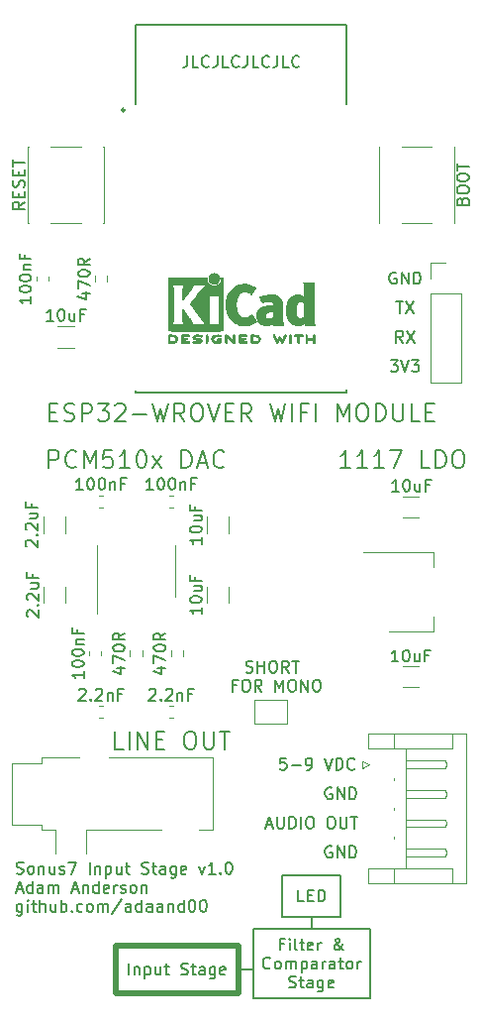
<source format=gbr>
%TF.GenerationSoftware,KiCad,Pcbnew,(6.0.0)*%
%TF.CreationDate,2022-10-20T10:52:43+02:00*%
%TF.ProjectId,ESP-input,4553502d-696e-4707-9574-2e6b69636164,rev?*%
%TF.SameCoordinates,Original*%
%TF.FileFunction,Legend,Top*%
%TF.FilePolarity,Positive*%
%FSLAX46Y46*%
G04 Gerber Fmt 4.6, Leading zero omitted, Abs format (unit mm)*
G04 Created by KiCad (PCBNEW (6.0.0)) date 2022-10-20 10:52:43*
%MOMM*%
%LPD*%
G01*
G04 APERTURE LIST*
%ADD10C,0.150000*%
%ADD11C,0.500000*%
%ADD12C,0.010000*%
%ADD13C,0.120000*%
%ADD14C,0.127000*%
%ADD15C,0.240000*%
G04 APERTURE END LIST*
D10*
X90380952Y-72952380D02*
X90380952Y-73666666D01*
X90333333Y-73809523D01*
X90238095Y-73904761D01*
X90095238Y-73952380D01*
X90000000Y-73952380D01*
X91333333Y-73952380D02*
X90857142Y-73952380D01*
X90857142Y-72952380D01*
X92238095Y-73857142D02*
X92190476Y-73904761D01*
X92047619Y-73952380D01*
X91952380Y-73952380D01*
X91809523Y-73904761D01*
X91714285Y-73809523D01*
X91666666Y-73714285D01*
X91619047Y-73523809D01*
X91619047Y-73380952D01*
X91666666Y-73190476D01*
X91714285Y-73095238D01*
X91809523Y-73000000D01*
X91952380Y-72952380D01*
X92047619Y-72952380D01*
X92190476Y-73000000D01*
X92238095Y-73047619D01*
X92952380Y-72952380D02*
X92952380Y-73666666D01*
X92904761Y-73809523D01*
X92809523Y-73904761D01*
X92666666Y-73952380D01*
X92571428Y-73952380D01*
X93904761Y-73952380D02*
X93428571Y-73952380D01*
X93428571Y-72952380D01*
X94809523Y-73857142D02*
X94761904Y-73904761D01*
X94619047Y-73952380D01*
X94523809Y-73952380D01*
X94380952Y-73904761D01*
X94285714Y-73809523D01*
X94238095Y-73714285D01*
X94190476Y-73523809D01*
X94190476Y-73380952D01*
X94238095Y-73190476D01*
X94285714Y-73095238D01*
X94380952Y-73000000D01*
X94523809Y-72952380D01*
X94619047Y-72952380D01*
X94761904Y-73000000D01*
X94809523Y-73047619D01*
X95523809Y-72952380D02*
X95523809Y-73666666D01*
X95476190Y-73809523D01*
X95380952Y-73904761D01*
X95238095Y-73952380D01*
X95142857Y-73952380D01*
X96476190Y-73952380D02*
X96000000Y-73952380D01*
X96000000Y-72952380D01*
X97380952Y-73857142D02*
X97333333Y-73904761D01*
X97190476Y-73952380D01*
X97095238Y-73952380D01*
X96952380Y-73904761D01*
X96857142Y-73809523D01*
X96809523Y-73714285D01*
X96761904Y-73523809D01*
X96761904Y-73380952D01*
X96809523Y-73190476D01*
X96857142Y-73095238D01*
X96952380Y-73000000D01*
X97095238Y-72952380D01*
X97190476Y-72952380D01*
X97333333Y-73000000D01*
X97380952Y-73047619D01*
X98095238Y-72952380D02*
X98095238Y-73666666D01*
X98047619Y-73809523D01*
X97952380Y-73904761D01*
X97809523Y-73952380D01*
X97714285Y-73952380D01*
X99047619Y-73952380D02*
X98571428Y-73952380D01*
X98571428Y-72952380D01*
X99952380Y-73857142D02*
X99904761Y-73904761D01*
X99761904Y-73952380D01*
X99666666Y-73952380D01*
X99523809Y-73904761D01*
X99428571Y-73809523D01*
X99380952Y-73714285D01*
X99333333Y-73523809D01*
X99333333Y-73380952D01*
X99380952Y-73190476D01*
X99428571Y-73095238D01*
X99523809Y-73000000D01*
X99666666Y-72952380D01*
X99761904Y-72952380D01*
X99904761Y-73000000D01*
X99952380Y-73047619D01*
X75787976Y-142794761D02*
X75930833Y-142842380D01*
X76168928Y-142842380D01*
X76264166Y-142794761D01*
X76311785Y-142747142D01*
X76359404Y-142651904D01*
X76359404Y-142556666D01*
X76311785Y-142461428D01*
X76264166Y-142413809D01*
X76168928Y-142366190D01*
X75978452Y-142318571D01*
X75883214Y-142270952D01*
X75835595Y-142223333D01*
X75787976Y-142128095D01*
X75787976Y-142032857D01*
X75835595Y-141937619D01*
X75883214Y-141890000D01*
X75978452Y-141842380D01*
X76216547Y-141842380D01*
X76359404Y-141890000D01*
X76930833Y-142842380D02*
X76835595Y-142794761D01*
X76787976Y-142747142D01*
X76740357Y-142651904D01*
X76740357Y-142366190D01*
X76787976Y-142270952D01*
X76835595Y-142223333D01*
X76930833Y-142175714D01*
X77073690Y-142175714D01*
X77168928Y-142223333D01*
X77216547Y-142270952D01*
X77264166Y-142366190D01*
X77264166Y-142651904D01*
X77216547Y-142747142D01*
X77168928Y-142794761D01*
X77073690Y-142842380D01*
X76930833Y-142842380D01*
X77692738Y-142175714D02*
X77692738Y-142842380D01*
X77692738Y-142270952D02*
X77740357Y-142223333D01*
X77835595Y-142175714D01*
X77978452Y-142175714D01*
X78073690Y-142223333D01*
X78121309Y-142318571D01*
X78121309Y-142842380D01*
X79026071Y-142175714D02*
X79026071Y-142842380D01*
X78597500Y-142175714D02*
X78597500Y-142699523D01*
X78645119Y-142794761D01*
X78740357Y-142842380D01*
X78883214Y-142842380D01*
X78978452Y-142794761D01*
X79026071Y-142747142D01*
X79454642Y-142794761D02*
X79549880Y-142842380D01*
X79740357Y-142842380D01*
X79835595Y-142794761D01*
X79883214Y-142699523D01*
X79883214Y-142651904D01*
X79835595Y-142556666D01*
X79740357Y-142509047D01*
X79597500Y-142509047D01*
X79502261Y-142461428D01*
X79454642Y-142366190D01*
X79454642Y-142318571D01*
X79502261Y-142223333D01*
X79597500Y-142175714D01*
X79740357Y-142175714D01*
X79835595Y-142223333D01*
X80216547Y-141842380D02*
X80883214Y-141842380D01*
X80454642Y-142842380D01*
X82026071Y-142842380D02*
X82026071Y-141842380D01*
X82502261Y-142175714D02*
X82502261Y-142842380D01*
X82502261Y-142270952D02*
X82549880Y-142223333D01*
X82645119Y-142175714D01*
X82787976Y-142175714D01*
X82883214Y-142223333D01*
X82930833Y-142318571D01*
X82930833Y-142842380D01*
X83407023Y-142175714D02*
X83407023Y-143175714D01*
X83407023Y-142223333D02*
X83502261Y-142175714D01*
X83692738Y-142175714D01*
X83787976Y-142223333D01*
X83835595Y-142270952D01*
X83883214Y-142366190D01*
X83883214Y-142651904D01*
X83835595Y-142747142D01*
X83787976Y-142794761D01*
X83692738Y-142842380D01*
X83502261Y-142842380D01*
X83407023Y-142794761D01*
X84740357Y-142175714D02*
X84740357Y-142842380D01*
X84311785Y-142175714D02*
X84311785Y-142699523D01*
X84359404Y-142794761D01*
X84454642Y-142842380D01*
X84597500Y-142842380D01*
X84692738Y-142794761D01*
X84740357Y-142747142D01*
X85073690Y-142175714D02*
X85454642Y-142175714D01*
X85216547Y-141842380D02*
X85216547Y-142699523D01*
X85264166Y-142794761D01*
X85359404Y-142842380D01*
X85454642Y-142842380D01*
X86502261Y-142794761D02*
X86645119Y-142842380D01*
X86883214Y-142842380D01*
X86978452Y-142794761D01*
X87026071Y-142747142D01*
X87073690Y-142651904D01*
X87073690Y-142556666D01*
X87026071Y-142461428D01*
X86978452Y-142413809D01*
X86883214Y-142366190D01*
X86692738Y-142318571D01*
X86597500Y-142270952D01*
X86549880Y-142223333D01*
X86502261Y-142128095D01*
X86502261Y-142032857D01*
X86549880Y-141937619D01*
X86597500Y-141890000D01*
X86692738Y-141842380D01*
X86930833Y-141842380D01*
X87073690Y-141890000D01*
X87359404Y-142175714D02*
X87740357Y-142175714D01*
X87502261Y-141842380D02*
X87502261Y-142699523D01*
X87549880Y-142794761D01*
X87645119Y-142842380D01*
X87740357Y-142842380D01*
X88502261Y-142842380D02*
X88502261Y-142318571D01*
X88454642Y-142223333D01*
X88359404Y-142175714D01*
X88168928Y-142175714D01*
X88073690Y-142223333D01*
X88502261Y-142794761D02*
X88407023Y-142842380D01*
X88168928Y-142842380D01*
X88073690Y-142794761D01*
X88026071Y-142699523D01*
X88026071Y-142604285D01*
X88073690Y-142509047D01*
X88168928Y-142461428D01*
X88407023Y-142461428D01*
X88502261Y-142413809D01*
X89407023Y-142175714D02*
X89407023Y-142985238D01*
X89359404Y-143080476D01*
X89311785Y-143128095D01*
X89216547Y-143175714D01*
X89073690Y-143175714D01*
X88978452Y-143128095D01*
X89407023Y-142794761D02*
X89311785Y-142842380D01*
X89121309Y-142842380D01*
X89026071Y-142794761D01*
X88978452Y-142747142D01*
X88930833Y-142651904D01*
X88930833Y-142366190D01*
X88978452Y-142270952D01*
X89026071Y-142223333D01*
X89121309Y-142175714D01*
X89311785Y-142175714D01*
X89407023Y-142223333D01*
X90264166Y-142794761D02*
X90168928Y-142842380D01*
X89978452Y-142842380D01*
X89883214Y-142794761D01*
X89835595Y-142699523D01*
X89835595Y-142318571D01*
X89883214Y-142223333D01*
X89978452Y-142175714D01*
X90168928Y-142175714D01*
X90264166Y-142223333D01*
X90311785Y-142318571D01*
X90311785Y-142413809D01*
X89835595Y-142509047D01*
X91407023Y-142175714D02*
X91645119Y-142842380D01*
X91883214Y-142175714D01*
X92787976Y-142842380D02*
X92216547Y-142842380D01*
X92502261Y-142842380D02*
X92502261Y-141842380D01*
X92407023Y-141985238D01*
X92311785Y-142080476D01*
X92216547Y-142128095D01*
X93216547Y-142747142D02*
X93264166Y-142794761D01*
X93216547Y-142842380D01*
X93168928Y-142794761D01*
X93216547Y-142747142D01*
X93216547Y-142842380D01*
X93883214Y-141842380D02*
X93978452Y-141842380D01*
X94073690Y-141890000D01*
X94121309Y-141937619D01*
X94168928Y-142032857D01*
X94216547Y-142223333D01*
X94216547Y-142461428D01*
X94168928Y-142651904D01*
X94121309Y-142747142D01*
X94073690Y-142794761D01*
X93978452Y-142842380D01*
X93883214Y-142842380D01*
X93787976Y-142794761D01*
X93740357Y-142747142D01*
X93692738Y-142651904D01*
X93645119Y-142461428D01*
X93645119Y-142223333D01*
X93692738Y-142032857D01*
X93740357Y-141937619D01*
X93787976Y-141890000D01*
X93883214Y-141842380D01*
X75787976Y-144166666D02*
X76264166Y-144166666D01*
X75692738Y-144452380D02*
X76026071Y-143452380D01*
X76359404Y-144452380D01*
X77121309Y-144452380D02*
X77121309Y-143452380D01*
X77121309Y-144404761D02*
X77026071Y-144452380D01*
X76835595Y-144452380D01*
X76740357Y-144404761D01*
X76692738Y-144357142D01*
X76645119Y-144261904D01*
X76645119Y-143976190D01*
X76692738Y-143880952D01*
X76740357Y-143833333D01*
X76835595Y-143785714D01*
X77026071Y-143785714D01*
X77121309Y-143833333D01*
X78026071Y-144452380D02*
X78026071Y-143928571D01*
X77978452Y-143833333D01*
X77883214Y-143785714D01*
X77692738Y-143785714D01*
X77597500Y-143833333D01*
X78026071Y-144404761D02*
X77930833Y-144452380D01*
X77692738Y-144452380D01*
X77597500Y-144404761D01*
X77549880Y-144309523D01*
X77549880Y-144214285D01*
X77597500Y-144119047D01*
X77692738Y-144071428D01*
X77930833Y-144071428D01*
X78026071Y-144023809D01*
X78502261Y-144452380D02*
X78502261Y-143785714D01*
X78502261Y-143880952D02*
X78549880Y-143833333D01*
X78645119Y-143785714D01*
X78787976Y-143785714D01*
X78883214Y-143833333D01*
X78930833Y-143928571D01*
X78930833Y-144452380D01*
X78930833Y-143928571D02*
X78978452Y-143833333D01*
X79073690Y-143785714D01*
X79216547Y-143785714D01*
X79311785Y-143833333D01*
X79359404Y-143928571D01*
X79359404Y-144452380D01*
X80549880Y-144166666D02*
X81026071Y-144166666D01*
X80454642Y-144452380D02*
X80787976Y-143452380D01*
X81121309Y-144452380D01*
X81454642Y-143785714D02*
X81454642Y-144452380D01*
X81454642Y-143880952D02*
X81502261Y-143833333D01*
X81597500Y-143785714D01*
X81740357Y-143785714D01*
X81835595Y-143833333D01*
X81883214Y-143928571D01*
X81883214Y-144452380D01*
X82787976Y-144452380D02*
X82787976Y-143452380D01*
X82787976Y-144404761D02*
X82692738Y-144452380D01*
X82502261Y-144452380D01*
X82407023Y-144404761D01*
X82359404Y-144357142D01*
X82311785Y-144261904D01*
X82311785Y-143976190D01*
X82359404Y-143880952D01*
X82407023Y-143833333D01*
X82502261Y-143785714D01*
X82692738Y-143785714D01*
X82787976Y-143833333D01*
X83645119Y-144404761D02*
X83549880Y-144452380D01*
X83359404Y-144452380D01*
X83264166Y-144404761D01*
X83216547Y-144309523D01*
X83216547Y-143928571D01*
X83264166Y-143833333D01*
X83359404Y-143785714D01*
X83549880Y-143785714D01*
X83645119Y-143833333D01*
X83692738Y-143928571D01*
X83692738Y-144023809D01*
X83216547Y-144119047D01*
X84121309Y-144452380D02*
X84121309Y-143785714D01*
X84121309Y-143976190D02*
X84168928Y-143880952D01*
X84216547Y-143833333D01*
X84311785Y-143785714D01*
X84407023Y-143785714D01*
X84692738Y-144404761D02*
X84787976Y-144452380D01*
X84978452Y-144452380D01*
X85073690Y-144404761D01*
X85121309Y-144309523D01*
X85121309Y-144261904D01*
X85073690Y-144166666D01*
X84978452Y-144119047D01*
X84835595Y-144119047D01*
X84740357Y-144071428D01*
X84692738Y-143976190D01*
X84692738Y-143928571D01*
X84740357Y-143833333D01*
X84835595Y-143785714D01*
X84978452Y-143785714D01*
X85073690Y-143833333D01*
X85692738Y-144452380D02*
X85597500Y-144404761D01*
X85549880Y-144357142D01*
X85502261Y-144261904D01*
X85502261Y-143976190D01*
X85549880Y-143880952D01*
X85597500Y-143833333D01*
X85692738Y-143785714D01*
X85835595Y-143785714D01*
X85930833Y-143833333D01*
X85978452Y-143880952D01*
X86026071Y-143976190D01*
X86026071Y-144261904D01*
X85978452Y-144357142D01*
X85930833Y-144404761D01*
X85835595Y-144452380D01*
X85692738Y-144452380D01*
X86454642Y-143785714D02*
X86454642Y-144452380D01*
X86454642Y-143880952D02*
X86502261Y-143833333D01*
X86597500Y-143785714D01*
X86740357Y-143785714D01*
X86835595Y-143833333D01*
X86883214Y-143928571D01*
X86883214Y-144452380D01*
X76264166Y-145395714D02*
X76264166Y-146205238D01*
X76216547Y-146300476D01*
X76168928Y-146348095D01*
X76073690Y-146395714D01*
X75930833Y-146395714D01*
X75835595Y-146348095D01*
X76264166Y-146014761D02*
X76168928Y-146062380D01*
X75978452Y-146062380D01*
X75883214Y-146014761D01*
X75835595Y-145967142D01*
X75787976Y-145871904D01*
X75787976Y-145586190D01*
X75835595Y-145490952D01*
X75883214Y-145443333D01*
X75978452Y-145395714D01*
X76168928Y-145395714D01*
X76264166Y-145443333D01*
X76740357Y-146062380D02*
X76740357Y-145395714D01*
X76740357Y-145062380D02*
X76692738Y-145110000D01*
X76740357Y-145157619D01*
X76787976Y-145110000D01*
X76740357Y-145062380D01*
X76740357Y-145157619D01*
X77073690Y-145395714D02*
X77454642Y-145395714D01*
X77216547Y-145062380D02*
X77216547Y-145919523D01*
X77264166Y-146014761D01*
X77359404Y-146062380D01*
X77454642Y-146062380D01*
X77787976Y-146062380D02*
X77787976Y-145062380D01*
X78216547Y-146062380D02*
X78216547Y-145538571D01*
X78168928Y-145443333D01*
X78073690Y-145395714D01*
X77930833Y-145395714D01*
X77835595Y-145443333D01*
X77787976Y-145490952D01*
X79121309Y-145395714D02*
X79121309Y-146062380D01*
X78692738Y-145395714D02*
X78692738Y-145919523D01*
X78740357Y-146014761D01*
X78835595Y-146062380D01*
X78978452Y-146062380D01*
X79073690Y-146014761D01*
X79121309Y-145967142D01*
X79597500Y-146062380D02*
X79597500Y-145062380D01*
X79597500Y-145443333D02*
X79692738Y-145395714D01*
X79883214Y-145395714D01*
X79978452Y-145443333D01*
X80026071Y-145490952D01*
X80073690Y-145586190D01*
X80073690Y-145871904D01*
X80026071Y-145967142D01*
X79978452Y-146014761D01*
X79883214Y-146062380D01*
X79692738Y-146062380D01*
X79597500Y-146014761D01*
X80502261Y-145967142D02*
X80549880Y-146014761D01*
X80502261Y-146062380D01*
X80454642Y-146014761D01*
X80502261Y-145967142D01*
X80502261Y-146062380D01*
X81407023Y-146014761D02*
X81311785Y-146062380D01*
X81121309Y-146062380D01*
X81026071Y-146014761D01*
X80978452Y-145967142D01*
X80930833Y-145871904D01*
X80930833Y-145586190D01*
X80978452Y-145490952D01*
X81026071Y-145443333D01*
X81121309Y-145395714D01*
X81311785Y-145395714D01*
X81407023Y-145443333D01*
X81978452Y-146062380D02*
X81883214Y-146014761D01*
X81835595Y-145967142D01*
X81787976Y-145871904D01*
X81787976Y-145586190D01*
X81835595Y-145490952D01*
X81883214Y-145443333D01*
X81978452Y-145395714D01*
X82121309Y-145395714D01*
X82216547Y-145443333D01*
X82264166Y-145490952D01*
X82311785Y-145586190D01*
X82311785Y-145871904D01*
X82264166Y-145967142D01*
X82216547Y-146014761D01*
X82121309Y-146062380D01*
X81978452Y-146062380D01*
X82740357Y-146062380D02*
X82740357Y-145395714D01*
X82740357Y-145490952D02*
X82787976Y-145443333D01*
X82883214Y-145395714D01*
X83026071Y-145395714D01*
X83121309Y-145443333D01*
X83168928Y-145538571D01*
X83168928Y-146062380D01*
X83168928Y-145538571D02*
X83216547Y-145443333D01*
X83311785Y-145395714D01*
X83454642Y-145395714D01*
X83549880Y-145443333D01*
X83597500Y-145538571D01*
X83597500Y-146062380D01*
X84787976Y-145014761D02*
X83930833Y-146300476D01*
X85549880Y-146062380D02*
X85549880Y-145538571D01*
X85502261Y-145443333D01*
X85407023Y-145395714D01*
X85216547Y-145395714D01*
X85121309Y-145443333D01*
X85549880Y-146014761D02*
X85454642Y-146062380D01*
X85216547Y-146062380D01*
X85121309Y-146014761D01*
X85073690Y-145919523D01*
X85073690Y-145824285D01*
X85121309Y-145729047D01*
X85216547Y-145681428D01*
X85454642Y-145681428D01*
X85549880Y-145633809D01*
X86454642Y-146062380D02*
X86454642Y-145062380D01*
X86454642Y-146014761D02*
X86359404Y-146062380D01*
X86168928Y-146062380D01*
X86073690Y-146014761D01*
X86026071Y-145967142D01*
X85978452Y-145871904D01*
X85978452Y-145586190D01*
X86026071Y-145490952D01*
X86073690Y-145443333D01*
X86168928Y-145395714D01*
X86359404Y-145395714D01*
X86454642Y-145443333D01*
X87359404Y-146062380D02*
X87359404Y-145538571D01*
X87311785Y-145443333D01*
X87216547Y-145395714D01*
X87026071Y-145395714D01*
X86930833Y-145443333D01*
X87359404Y-146014761D02*
X87264166Y-146062380D01*
X87026071Y-146062380D01*
X86930833Y-146014761D01*
X86883214Y-145919523D01*
X86883214Y-145824285D01*
X86930833Y-145729047D01*
X87026071Y-145681428D01*
X87264166Y-145681428D01*
X87359404Y-145633809D01*
X88264166Y-146062380D02*
X88264166Y-145538571D01*
X88216547Y-145443333D01*
X88121309Y-145395714D01*
X87930833Y-145395714D01*
X87835595Y-145443333D01*
X88264166Y-146014761D02*
X88168928Y-146062380D01*
X87930833Y-146062380D01*
X87835595Y-146014761D01*
X87787976Y-145919523D01*
X87787976Y-145824285D01*
X87835595Y-145729047D01*
X87930833Y-145681428D01*
X88168928Y-145681428D01*
X88264166Y-145633809D01*
X88740357Y-145395714D02*
X88740357Y-146062380D01*
X88740357Y-145490952D02*
X88787976Y-145443333D01*
X88883214Y-145395714D01*
X89026071Y-145395714D01*
X89121309Y-145443333D01*
X89168928Y-145538571D01*
X89168928Y-146062380D01*
X90073690Y-146062380D02*
X90073690Y-145062380D01*
X90073690Y-146014761D02*
X89978452Y-146062380D01*
X89787976Y-146062380D01*
X89692738Y-146014761D01*
X89645119Y-145967142D01*
X89597500Y-145871904D01*
X89597500Y-145586190D01*
X89645119Y-145490952D01*
X89692738Y-145443333D01*
X89787976Y-145395714D01*
X89978452Y-145395714D01*
X90073690Y-145443333D01*
X90740357Y-145062380D02*
X90835595Y-145062380D01*
X90930833Y-145110000D01*
X90978452Y-145157619D01*
X91026071Y-145252857D01*
X91073690Y-145443333D01*
X91073690Y-145681428D01*
X91026071Y-145871904D01*
X90978452Y-145967142D01*
X90930833Y-146014761D01*
X90835595Y-146062380D01*
X90740357Y-146062380D01*
X90645119Y-146014761D01*
X90597500Y-145967142D01*
X90549880Y-145871904D01*
X90502261Y-145681428D01*
X90502261Y-145443333D01*
X90549880Y-145252857D01*
X90597500Y-145157619D01*
X90645119Y-145110000D01*
X90740357Y-145062380D01*
X91692738Y-145062380D02*
X91787976Y-145062380D01*
X91883214Y-145110000D01*
X91930833Y-145157619D01*
X91978452Y-145252857D01*
X92026071Y-145443333D01*
X92026071Y-145681428D01*
X91978452Y-145871904D01*
X91930833Y-145967142D01*
X91883214Y-146014761D01*
X91787976Y-146062380D01*
X91692738Y-146062380D01*
X91597500Y-146014761D01*
X91549880Y-145967142D01*
X91502261Y-145871904D01*
X91454642Y-145681428D01*
X91454642Y-145443333D01*
X91502261Y-145252857D01*
X91549880Y-145157619D01*
X91597500Y-145110000D01*
X91692738Y-145062380D01*
X101000000Y-146500000D02*
X101000000Y-147500000D01*
X98500000Y-143000000D02*
X103500000Y-143000000D01*
X103500000Y-143000000D02*
X103500000Y-146500000D01*
X103500000Y-146500000D02*
X98500000Y-146500000D01*
X98500000Y-146500000D02*
X98500000Y-143000000D01*
X100357142Y-145202380D02*
X99880952Y-145202380D01*
X99880952Y-144202380D01*
X100690476Y-144678571D02*
X101023809Y-144678571D01*
X101166666Y-145202380D02*
X100690476Y-145202380D01*
X100690476Y-144202380D01*
X101166666Y-144202380D01*
X101595238Y-145202380D02*
X101595238Y-144202380D01*
X101833333Y-144202380D01*
X101976190Y-144250000D01*
X102071428Y-144345238D01*
X102119047Y-144440476D01*
X102166666Y-144630952D01*
X102166666Y-144773809D01*
X102119047Y-144964285D01*
X102071428Y-145059523D01*
X101976190Y-145154761D01*
X101833333Y-145202380D01*
X101595238Y-145202380D01*
X98619047Y-148818571D02*
X98285714Y-148818571D01*
X98285714Y-149342380D02*
X98285714Y-148342380D01*
X98761904Y-148342380D01*
X99142857Y-149342380D02*
X99142857Y-148675714D01*
X99142857Y-148342380D02*
X99095238Y-148390000D01*
X99142857Y-148437619D01*
X99190476Y-148390000D01*
X99142857Y-148342380D01*
X99142857Y-148437619D01*
X99761904Y-149342380D02*
X99666666Y-149294761D01*
X99619047Y-149199523D01*
X99619047Y-148342380D01*
X100000000Y-148675714D02*
X100380952Y-148675714D01*
X100142857Y-148342380D02*
X100142857Y-149199523D01*
X100190476Y-149294761D01*
X100285714Y-149342380D01*
X100380952Y-149342380D01*
X101095238Y-149294761D02*
X101000000Y-149342380D01*
X100809523Y-149342380D01*
X100714285Y-149294761D01*
X100666666Y-149199523D01*
X100666666Y-148818571D01*
X100714285Y-148723333D01*
X100809523Y-148675714D01*
X101000000Y-148675714D01*
X101095238Y-148723333D01*
X101142857Y-148818571D01*
X101142857Y-148913809D01*
X100666666Y-149009047D01*
X101571428Y-149342380D02*
X101571428Y-148675714D01*
X101571428Y-148866190D02*
X101619047Y-148770952D01*
X101666666Y-148723333D01*
X101761904Y-148675714D01*
X101857142Y-148675714D01*
X103761904Y-149342380D02*
X103714285Y-149342380D01*
X103619047Y-149294761D01*
X103476190Y-149151904D01*
X103238095Y-148866190D01*
X103142857Y-148723333D01*
X103095238Y-148580476D01*
X103095238Y-148485238D01*
X103142857Y-148390000D01*
X103238095Y-148342380D01*
X103285714Y-148342380D01*
X103380952Y-148390000D01*
X103428571Y-148485238D01*
X103428571Y-148532857D01*
X103380952Y-148628095D01*
X103333333Y-148675714D01*
X103047619Y-148866190D01*
X103000000Y-148913809D01*
X102952380Y-149009047D01*
X102952380Y-149151904D01*
X103000000Y-149247142D01*
X103047619Y-149294761D01*
X103142857Y-149342380D01*
X103285714Y-149342380D01*
X103380952Y-149294761D01*
X103428571Y-149247142D01*
X103571428Y-149056666D01*
X103619047Y-148913809D01*
X103619047Y-148818571D01*
X97476190Y-150857142D02*
X97428571Y-150904761D01*
X97285714Y-150952380D01*
X97190476Y-150952380D01*
X97047619Y-150904761D01*
X96952380Y-150809523D01*
X96904761Y-150714285D01*
X96857142Y-150523809D01*
X96857142Y-150380952D01*
X96904761Y-150190476D01*
X96952380Y-150095238D01*
X97047619Y-150000000D01*
X97190476Y-149952380D01*
X97285714Y-149952380D01*
X97428571Y-150000000D01*
X97476190Y-150047619D01*
X98047619Y-150952380D02*
X97952380Y-150904761D01*
X97904761Y-150857142D01*
X97857142Y-150761904D01*
X97857142Y-150476190D01*
X97904761Y-150380952D01*
X97952380Y-150333333D01*
X98047619Y-150285714D01*
X98190476Y-150285714D01*
X98285714Y-150333333D01*
X98333333Y-150380952D01*
X98380952Y-150476190D01*
X98380952Y-150761904D01*
X98333333Y-150857142D01*
X98285714Y-150904761D01*
X98190476Y-150952380D01*
X98047619Y-150952380D01*
X98809523Y-150952380D02*
X98809523Y-150285714D01*
X98809523Y-150380952D02*
X98857142Y-150333333D01*
X98952380Y-150285714D01*
X99095238Y-150285714D01*
X99190476Y-150333333D01*
X99238095Y-150428571D01*
X99238095Y-150952380D01*
X99238095Y-150428571D02*
X99285714Y-150333333D01*
X99380952Y-150285714D01*
X99523809Y-150285714D01*
X99619047Y-150333333D01*
X99666666Y-150428571D01*
X99666666Y-150952380D01*
X100142857Y-150285714D02*
X100142857Y-151285714D01*
X100142857Y-150333333D02*
X100238095Y-150285714D01*
X100428571Y-150285714D01*
X100523809Y-150333333D01*
X100571428Y-150380952D01*
X100619047Y-150476190D01*
X100619047Y-150761904D01*
X100571428Y-150857142D01*
X100523809Y-150904761D01*
X100428571Y-150952380D01*
X100238095Y-150952380D01*
X100142857Y-150904761D01*
X101476190Y-150952380D02*
X101476190Y-150428571D01*
X101428571Y-150333333D01*
X101333333Y-150285714D01*
X101142857Y-150285714D01*
X101047619Y-150333333D01*
X101476190Y-150904761D02*
X101380952Y-150952380D01*
X101142857Y-150952380D01*
X101047619Y-150904761D01*
X101000000Y-150809523D01*
X101000000Y-150714285D01*
X101047619Y-150619047D01*
X101142857Y-150571428D01*
X101380952Y-150571428D01*
X101476190Y-150523809D01*
X101952380Y-150952380D02*
X101952380Y-150285714D01*
X101952380Y-150476190D02*
X102000000Y-150380952D01*
X102047619Y-150333333D01*
X102142857Y-150285714D01*
X102238095Y-150285714D01*
X103000000Y-150952380D02*
X103000000Y-150428571D01*
X102952380Y-150333333D01*
X102857142Y-150285714D01*
X102666666Y-150285714D01*
X102571428Y-150333333D01*
X103000000Y-150904761D02*
X102904761Y-150952380D01*
X102666666Y-150952380D01*
X102571428Y-150904761D01*
X102523809Y-150809523D01*
X102523809Y-150714285D01*
X102571428Y-150619047D01*
X102666666Y-150571428D01*
X102904761Y-150571428D01*
X103000000Y-150523809D01*
X103333333Y-150285714D02*
X103714285Y-150285714D01*
X103476190Y-149952380D02*
X103476190Y-150809523D01*
X103523809Y-150904761D01*
X103619047Y-150952380D01*
X103714285Y-150952380D01*
X104190476Y-150952380D02*
X104095238Y-150904761D01*
X104047619Y-150857142D01*
X104000000Y-150761904D01*
X104000000Y-150476190D01*
X104047619Y-150380952D01*
X104095238Y-150333333D01*
X104190476Y-150285714D01*
X104333333Y-150285714D01*
X104428571Y-150333333D01*
X104476190Y-150380952D01*
X104523809Y-150476190D01*
X104523809Y-150761904D01*
X104476190Y-150857142D01*
X104428571Y-150904761D01*
X104333333Y-150952380D01*
X104190476Y-150952380D01*
X104952380Y-150952380D02*
X104952380Y-150285714D01*
X104952380Y-150476190D02*
X105000000Y-150380952D01*
X105047619Y-150333333D01*
X105142857Y-150285714D01*
X105238095Y-150285714D01*
X99095238Y-152514761D02*
X99238095Y-152562380D01*
X99476190Y-152562380D01*
X99571428Y-152514761D01*
X99619047Y-152467142D01*
X99666666Y-152371904D01*
X99666666Y-152276666D01*
X99619047Y-152181428D01*
X99571428Y-152133809D01*
X99476190Y-152086190D01*
X99285714Y-152038571D01*
X99190476Y-151990952D01*
X99142857Y-151943333D01*
X99095238Y-151848095D01*
X99095238Y-151752857D01*
X99142857Y-151657619D01*
X99190476Y-151610000D01*
X99285714Y-151562380D01*
X99523809Y-151562380D01*
X99666666Y-151610000D01*
X99952380Y-151895714D02*
X100333333Y-151895714D01*
X100095238Y-151562380D02*
X100095238Y-152419523D01*
X100142857Y-152514761D01*
X100238095Y-152562380D01*
X100333333Y-152562380D01*
X101095238Y-152562380D02*
X101095238Y-152038571D01*
X101047619Y-151943333D01*
X100952380Y-151895714D01*
X100761904Y-151895714D01*
X100666666Y-151943333D01*
X101095238Y-152514761D02*
X101000000Y-152562380D01*
X100761904Y-152562380D01*
X100666666Y-152514761D01*
X100619047Y-152419523D01*
X100619047Y-152324285D01*
X100666666Y-152229047D01*
X100761904Y-152181428D01*
X101000000Y-152181428D01*
X101095238Y-152133809D01*
X102000000Y-151895714D02*
X102000000Y-152705238D01*
X101952380Y-152800476D01*
X101904761Y-152848095D01*
X101809523Y-152895714D01*
X101666666Y-152895714D01*
X101571428Y-152848095D01*
X102000000Y-152514761D02*
X101904761Y-152562380D01*
X101714285Y-152562380D01*
X101619047Y-152514761D01*
X101571428Y-152467142D01*
X101523809Y-152371904D01*
X101523809Y-152086190D01*
X101571428Y-151990952D01*
X101619047Y-151943333D01*
X101714285Y-151895714D01*
X101904761Y-151895714D01*
X102000000Y-151943333D01*
X102857142Y-152514761D02*
X102761904Y-152562380D01*
X102571428Y-152562380D01*
X102476190Y-152514761D01*
X102428571Y-152419523D01*
X102428571Y-152038571D01*
X102476190Y-151943333D01*
X102571428Y-151895714D01*
X102761904Y-151895714D01*
X102857142Y-151943333D01*
X102904761Y-152038571D01*
X102904761Y-152133809D01*
X102428571Y-152229047D01*
X96000000Y-147500000D02*
X106000000Y-147500000D01*
X106000000Y-147500000D02*
X106000000Y-153500000D01*
X106000000Y-153500000D02*
X96000000Y-153500000D01*
X96000000Y-153500000D02*
X96000000Y-147500000D01*
X94750000Y-151000000D02*
X96000000Y-151000000D01*
X85380952Y-151452380D02*
X85380952Y-150452380D01*
X85857142Y-150785714D02*
X85857142Y-151452380D01*
X85857142Y-150880952D02*
X85904761Y-150833333D01*
X86000000Y-150785714D01*
X86142857Y-150785714D01*
X86238095Y-150833333D01*
X86285714Y-150928571D01*
X86285714Y-151452380D01*
X86761904Y-150785714D02*
X86761904Y-151785714D01*
X86761904Y-150833333D02*
X86857142Y-150785714D01*
X87047619Y-150785714D01*
X87142857Y-150833333D01*
X87190476Y-150880952D01*
X87238095Y-150976190D01*
X87238095Y-151261904D01*
X87190476Y-151357142D01*
X87142857Y-151404761D01*
X87047619Y-151452380D01*
X86857142Y-151452380D01*
X86761904Y-151404761D01*
X88095238Y-150785714D02*
X88095238Y-151452380D01*
X87666666Y-150785714D02*
X87666666Y-151309523D01*
X87714285Y-151404761D01*
X87809523Y-151452380D01*
X87952380Y-151452380D01*
X88047619Y-151404761D01*
X88095238Y-151357142D01*
X88428571Y-150785714D02*
X88809523Y-150785714D01*
X88571428Y-150452380D02*
X88571428Y-151309523D01*
X88619047Y-151404761D01*
X88714285Y-151452380D01*
X88809523Y-151452380D01*
X89857142Y-151404761D02*
X90000000Y-151452380D01*
X90238095Y-151452380D01*
X90333333Y-151404761D01*
X90380952Y-151357142D01*
X90428571Y-151261904D01*
X90428571Y-151166666D01*
X90380952Y-151071428D01*
X90333333Y-151023809D01*
X90238095Y-150976190D01*
X90047619Y-150928571D01*
X89952380Y-150880952D01*
X89904761Y-150833333D01*
X89857142Y-150738095D01*
X89857142Y-150642857D01*
X89904761Y-150547619D01*
X89952380Y-150500000D01*
X90047619Y-150452380D01*
X90285714Y-150452380D01*
X90428571Y-150500000D01*
X90714285Y-150785714D02*
X91095238Y-150785714D01*
X90857142Y-150452380D02*
X90857142Y-151309523D01*
X90904761Y-151404761D01*
X91000000Y-151452380D01*
X91095238Y-151452380D01*
X91857142Y-151452380D02*
X91857142Y-150928571D01*
X91809523Y-150833333D01*
X91714285Y-150785714D01*
X91523809Y-150785714D01*
X91428571Y-150833333D01*
X91857142Y-151404761D02*
X91761904Y-151452380D01*
X91523809Y-151452380D01*
X91428571Y-151404761D01*
X91380952Y-151309523D01*
X91380952Y-151214285D01*
X91428571Y-151119047D01*
X91523809Y-151071428D01*
X91761904Y-151071428D01*
X91857142Y-151023809D01*
X92761904Y-150785714D02*
X92761904Y-151595238D01*
X92714285Y-151690476D01*
X92666666Y-151738095D01*
X92571428Y-151785714D01*
X92428571Y-151785714D01*
X92333333Y-151738095D01*
X92761904Y-151404761D02*
X92666666Y-151452380D01*
X92476190Y-151452380D01*
X92380952Y-151404761D01*
X92333333Y-151357142D01*
X92285714Y-151261904D01*
X92285714Y-150976190D01*
X92333333Y-150880952D01*
X92380952Y-150833333D01*
X92476190Y-150785714D01*
X92666666Y-150785714D01*
X92761904Y-150833333D01*
X93619047Y-151404761D02*
X93523809Y-151452380D01*
X93333333Y-151452380D01*
X93238095Y-151404761D01*
X93190476Y-151309523D01*
X93190476Y-150928571D01*
X93238095Y-150833333D01*
X93333333Y-150785714D01*
X93523809Y-150785714D01*
X93619047Y-150833333D01*
X93666666Y-150928571D01*
X93666666Y-151023809D01*
X93190476Y-151119047D01*
D11*
X84250000Y-149000000D02*
X94750000Y-149000000D01*
X94750000Y-149000000D02*
X94750000Y-153000000D01*
X94750000Y-153000000D02*
X84250000Y-153000000D01*
X84250000Y-153000000D02*
X84250000Y-149000000D01*
D10*
X104360176Y-108178571D02*
X103503033Y-108178571D01*
X103931605Y-108178571D02*
X103931605Y-106678571D01*
X103788748Y-106892857D01*
X103645890Y-107035714D01*
X103503033Y-107107142D01*
X105788748Y-108178571D02*
X104931605Y-108178571D01*
X105360176Y-108178571D02*
X105360176Y-106678571D01*
X105217319Y-106892857D01*
X105074462Y-107035714D01*
X104931605Y-107107142D01*
X107217319Y-108178571D02*
X106360176Y-108178571D01*
X106788748Y-108178571D02*
X106788748Y-106678571D01*
X106645890Y-106892857D01*
X106503033Y-107035714D01*
X106360176Y-107107142D01*
X107717319Y-106678571D02*
X108717319Y-106678571D01*
X108074462Y-108178571D01*
X111145890Y-108178571D02*
X110431605Y-108178571D01*
X110431605Y-106678571D01*
X111645890Y-108178571D02*
X111645890Y-106678571D01*
X112003033Y-106678571D01*
X112217319Y-106750000D01*
X112360176Y-106892857D01*
X112431605Y-107035714D01*
X112503033Y-107321428D01*
X112503033Y-107535714D01*
X112431605Y-107821428D01*
X112360176Y-107964285D01*
X112217319Y-108107142D01*
X112003033Y-108178571D01*
X111645890Y-108178571D01*
X113431605Y-106678571D02*
X113717319Y-106678571D01*
X113860176Y-106750000D01*
X114003033Y-106892857D01*
X114074462Y-107178571D01*
X114074462Y-107678571D01*
X114003033Y-107964285D01*
X113860176Y-108107142D01*
X113717319Y-108178571D01*
X113431605Y-108178571D01*
X113288748Y-108107142D01*
X113145890Y-107964285D01*
X113074462Y-107678571D01*
X113074462Y-107178571D01*
X113145890Y-106892857D01*
X113288748Y-106750000D01*
X113431605Y-106678571D01*
X78571428Y-103392857D02*
X79071428Y-103392857D01*
X79285714Y-104178571D02*
X78571428Y-104178571D01*
X78571428Y-102678571D01*
X79285714Y-102678571D01*
X79857142Y-104107142D02*
X80071428Y-104178571D01*
X80428571Y-104178571D01*
X80571428Y-104107142D01*
X80642857Y-104035714D01*
X80714285Y-103892857D01*
X80714285Y-103750000D01*
X80642857Y-103607142D01*
X80571428Y-103535714D01*
X80428571Y-103464285D01*
X80142857Y-103392857D01*
X80000000Y-103321428D01*
X79928571Y-103250000D01*
X79857142Y-103107142D01*
X79857142Y-102964285D01*
X79928571Y-102821428D01*
X80000000Y-102750000D01*
X80142857Y-102678571D01*
X80500000Y-102678571D01*
X80714285Y-102750000D01*
X81357142Y-104178571D02*
X81357142Y-102678571D01*
X81928571Y-102678571D01*
X82071428Y-102750000D01*
X82142857Y-102821428D01*
X82214285Y-102964285D01*
X82214285Y-103178571D01*
X82142857Y-103321428D01*
X82071428Y-103392857D01*
X81928571Y-103464285D01*
X81357142Y-103464285D01*
X82714285Y-102678571D02*
X83642857Y-102678571D01*
X83142857Y-103250000D01*
X83357142Y-103250000D01*
X83500000Y-103321428D01*
X83571428Y-103392857D01*
X83642857Y-103535714D01*
X83642857Y-103892857D01*
X83571428Y-104035714D01*
X83500000Y-104107142D01*
X83357142Y-104178571D01*
X82928571Y-104178571D01*
X82785714Y-104107142D01*
X82714285Y-104035714D01*
X84214285Y-102821428D02*
X84285714Y-102750000D01*
X84428571Y-102678571D01*
X84785714Y-102678571D01*
X84928571Y-102750000D01*
X85000000Y-102821428D01*
X85071428Y-102964285D01*
X85071428Y-103107142D01*
X85000000Y-103321428D01*
X84142857Y-104178571D01*
X85071428Y-104178571D01*
X85714285Y-103607142D02*
X86857142Y-103607142D01*
X87428571Y-102678571D02*
X87785714Y-104178571D01*
X88071428Y-103107142D01*
X88357142Y-104178571D01*
X88714285Y-102678571D01*
X90142857Y-104178571D02*
X89642857Y-103464285D01*
X89285714Y-104178571D02*
X89285714Y-102678571D01*
X89857142Y-102678571D01*
X90000000Y-102750000D01*
X90071428Y-102821428D01*
X90142857Y-102964285D01*
X90142857Y-103178571D01*
X90071428Y-103321428D01*
X90000000Y-103392857D01*
X89857142Y-103464285D01*
X89285714Y-103464285D01*
X91071428Y-102678571D02*
X91357142Y-102678571D01*
X91500000Y-102750000D01*
X91642857Y-102892857D01*
X91714285Y-103178571D01*
X91714285Y-103678571D01*
X91642857Y-103964285D01*
X91500000Y-104107142D01*
X91357142Y-104178571D01*
X91071428Y-104178571D01*
X90928571Y-104107142D01*
X90785714Y-103964285D01*
X90714285Y-103678571D01*
X90714285Y-103178571D01*
X90785714Y-102892857D01*
X90928571Y-102750000D01*
X91071428Y-102678571D01*
X92142857Y-102678571D02*
X92642857Y-104178571D01*
X93142857Y-102678571D01*
X93642857Y-103392857D02*
X94142857Y-103392857D01*
X94357142Y-104178571D02*
X93642857Y-104178571D01*
X93642857Y-102678571D01*
X94357142Y-102678571D01*
X95857142Y-104178571D02*
X95357142Y-103464285D01*
X95000000Y-104178571D02*
X95000000Y-102678571D01*
X95571428Y-102678571D01*
X95714285Y-102750000D01*
X95785714Y-102821428D01*
X95857142Y-102964285D01*
X95857142Y-103178571D01*
X95785714Y-103321428D01*
X95714285Y-103392857D01*
X95571428Y-103464285D01*
X95000000Y-103464285D01*
X97500000Y-102678571D02*
X97857142Y-104178571D01*
X98142857Y-103107142D01*
X98428571Y-104178571D01*
X98785714Y-102678571D01*
X99357142Y-104178571D02*
X99357142Y-102678571D01*
X100571428Y-103392857D02*
X100071428Y-103392857D01*
X100071428Y-104178571D02*
X100071428Y-102678571D01*
X100785714Y-102678571D01*
X101357142Y-104178571D02*
X101357142Y-102678571D01*
X103214285Y-104178571D02*
X103214285Y-102678571D01*
X103714285Y-103750000D01*
X104214285Y-102678571D01*
X104214285Y-104178571D01*
X105214285Y-102678571D02*
X105500000Y-102678571D01*
X105642857Y-102750000D01*
X105785714Y-102892857D01*
X105857142Y-103178571D01*
X105857142Y-103678571D01*
X105785714Y-103964285D01*
X105642857Y-104107142D01*
X105500000Y-104178571D01*
X105214285Y-104178571D01*
X105071428Y-104107142D01*
X104928571Y-103964285D01*
X104857142Y-103678571D01*
X104857142Y-103178571D01*
X104928571Y-102892857D01*
X105071428Y-102750000D01*
X105214285Y-102678571D01*
X106500000Y-104178571D02*
X106500000Y-102678571D01*
X106857142Y-102678571D01*
X107071428Y-102750000D01*
X107214285Y-102892857D01*
X107285714Y-103035714D01*
X107357142Y-103321428D01*
X107357142Y-103535714D01*
X107285714Y-103821428D01*
X107214285Y-103964285D01*
X107071428Y-104107142D01*
X106857142Y-104178571D01*
X106500000Y-104178571D01*
X108000000Y-102678571D02*
X108000000Y-103892857D01*
X108071428Y-104035714D01*
X108142857Y-104107142D01*
X108285714Y-104178571D01*
X108571428Y-104178571D01*
X108714285Y-104107142D01*
X108785714Y-104035714D01*
X108857142Y-103892857D01*
X108857142Y-102678571D01*
X110285714Y-104178571D02*
X109571428Y-104178571D01*
X109571428Y-102678571D01*
X110785714Y-103392857D02*
X111285714Y-103392857D01*
X111499999Y-104178571D02*
X110785714Y-104178571D01*
X110785714Y-102678571D01*
X111499999Y-102678571D01*
X78535714Y-108178571D02*
X78535714Y-106678571D01*
X79107142Y-106678571D01*
X79250000Y-106750000D01*
X79321428Y-106821428D01*
X79392857Y-106964285D01*
X79392857Y-107178571D01*
X79321428Y-107321428D01*
X79250000Y-107392857D01*
X79107142Y-107464285D01*
X78535714Y-107464285D01*
X80892857Y-108035714D02*
X80821428Y-108107142D01*
X80607142Y-108178571D01*
X80464285Y-108178571D01*
X80250000Y-108107142D01*
X80107142Y-107964285D01*
X80035714Y-107821428D01*
X79964285Y-107535714D01*
X79964285Y-107321428D01*
X80035714Y-107035714D01*
X80107142Y-106892857D01*
X80250000Y-106750000D01*
X80464285Y-106678571D01*
X80607142Y-106678571D01*
X80821428Y-106750000D01*
X80892857Y-106821428D01*
X81535714Y-108178571D02*
X81535714Y-106678571D01*
X82035714Y-107750000D01*
X82535714Y-106678571D01*
X82535714Y-108178571D01*
X83964285Y-106678571D02*
X83250000Y-106678571D01*
X83178571Y-107392857D01*
X83250000Y-107321428D01*
X83392857Y-107250000D01*
X83750000Y-107250000D01*
X83892857Y-107321428D01*
X83964285Y-107392857D01*
X84035714Y-107535714D01*
X84035714Y-107892857D01*
X83964285Y-108035714D01*
X83892857Y-108107142D01*
X83750000Y-108178571D01*
X83392857Y-108178571D01*
X83250000Y-108107142D01*
X83178571Y-108035714D01*
X85464285Y-108178571D02*
X84607142Y-108178571D01*
X85035714Y-108178571D02*
X85035714Y-106678571D01*
X84892857Y-106892857D01*
X84750000Y-107035714D01*
X84607142Y-107107142D01*
X86392857Y-106678571D02*
X86535714Y-106678571D01*
X86678571Y-106750000D01*
X86750000Y-106821428D01*
X86821428Y-106964285D01*
X86892857Y-107250000D01*
X86892857Y-107607142D01*
X86821428Y-107892857D01*
X86750000Y-108035714D01*
X86678571Y-108107142D01*
X86535714Y-108178571D01*
X86392857Y-108178571D01*
X86250000Y-108107142D01*
X86178571Y-108035714D01*
X86107142Y-107892857D01*
X86035714Y-107607142D01*
X86035714Y-107250000D01*
X86107142Y-106964285D01*
X86178571Y-106821428D01*
X86250000Y-106750000D01*
X86392857Y-106678571D01*
X87392857Y-108178571D02*
X88178571Y-107178571D01*
X87392857Y-107178571D02*
X88178571Y-108178571D01*
X89892857Y-108178571D02*
X89892857Y-106678571D01*
X90250000Y-106678571D01*
X90464285Y-106750000D01*
X90607142Y-106892857D01*
X90678571Y-107035714D01*
X90750000Y-107321428D01*
X90750000Y-107535714D01*
X90678571Y-107821428D01*
X90607142Y-107964285D01*
X90464285Y-108107142D01*
X90250000Y-108178571D01*
X89892857Y-108178571D01*
X91321428Y-107750000D02*
X92035714Y-107750000D01*
X91178571Y-108178571D02*
X91678571Y-106678571D01*
X92178571Y-108178571D01*
X93535714Y-108035714D02*
X93464285Y-108107142D01*
X93250000Y-108178571D01*
X93107142Y-108178571D01*
X92892857Y-108107142D01*
X92750000Y-107964285D01*
X92678571Y-107821428D01*
X92607142Y-107535714D01*
X92607142Y-107321428D01*
X92678571Y-107035714D01*
X92750000Y-106892857D01*
X92892857Y-106750000D01*
X93107142Y-106678571D01*
X93250000Y-106678571D01*
X93464285Y-106750000D01*
X93535714Y-106821428D01*
X84928571Y-132178571D02*
X84214285Y-132178571D01*
X84214285Y-130678571D01*
X85428571Y-132178571D02*
X85428571Y-130678571D01*
X86142857Y-132178571D02*
X86142857Y-130678571D01*
X87000000Y-132178571D01*
X87000000Y-130678571D01*
X87714285Y-131392857D02*
X88214285Y-131392857D01*
X88428571Y-132178571D02*
X87714285Y-132178571D01*
X87714285Y-130678571D01*
X88428571Y-130678571D01*
X90500000Y-130678571D02*
X90785714Y-130678571D01*
X90928571Y-130750000D01*
X91071428Y-130892857D01*
X91142857Y-131178571D01*
X91142857Y-131678571D01*
X91071428Y-131964285D01*
X90928571Y-132107142D01*
X90785714Y-132178571D01*
X90500000Y-132178571D01*
X90357142Y-132107142D01*
X90214285Y-131964285D01*
X90142857Y-131678571D01*
X90142857Y-131178571D01*
X90214285Y-130892857D01*
X90357142Y-130750000D01*
X90500000Y-130678571D01*
X91785714Y-130678571D02*
X91785714Y-131892857D01*
X91857142Y-132035714D01*
X91928571Y-132107142D01*
X92071428Y-132178571D01*
X92357142Y-132178571D01*
X92500000Y-132107142D01*
X92571428Y-132035714D01*
X92642857Y-131892857D01*
X92642857Y-130678571D01*
X93142857Y-130678571D02*
X94000000Y-130678571D01*
X93571428Y-132178571D02*
X93571428Y-130678571D01*
X95404761Y-125599761D02*
X95547619Y-125647380D01*
X95785714Y-125647380D01*
X95880952Y-125599761D01*
X95928571Y-125552142D01*
X95976190Y-125456904D01*
X95976190Y-125361666D01*
X95928571Y-125266428D01*
X95880952Y-125218809D01*
X95785714Y-125171190D01*
X95595238Y-125123571D01*
X95500000Y-125075952D01*
X95452380Y-125028333D01*
X95404761Y-124933095D01*
X95404761Y-124837857D01*
X95452380Y-124742619D01*
X95500000Y-124695000D01*
X95595238Y-124647380D01*
X95833333Y-124647380D01*
X95976190Y-124695000D01*
X96404761Y-125647380D02*
X96404761Y-124647380D01*
X96404761Y-125123571D02*
X96976190Y-125123571D01*
X96976190Y-125647380D02*
X96976190Y-124647380D01*
X97642857Y-124647380D02*
X97833333Y-124647380D01*
X97928571Y-124695000D01*
X98023809Y-124790238D01*
X98071428Y-124980714D01*
X98071428Y-125314047D01*
X98023809Y-125504523D01*
X97928571Y-125599761D01*
X97833333Y-125647380D01*
X97642857Y-125647380D01*
X97547619Y-125599761D01*
X97452380Y-125504523D01*
X97404761Y-125314047D01*
X97404761Y-124980714D01*
X97452380Y-124790238D01*
X97547619Y-124695000D01*
X97642857Y-124647380D01*
X99071428Y-125647380D02*
X98738095Y-125171190D01*
X98500000Y-125647380D02*
X98500000Y-124647380D01*
X98880952Y-124647380D01*
X98976190Y-124695000D01*
X99023809Y-124742619D01*
X99071428Y-124837857D01*
X99071428Y-124980714D01*
X99023809Y-125075952D01*
X98976190Y-125123571D01*
X98880952Y-125171190D01*
X98500000Y-125171190D01*
X99357142Y-124647380D02*
X99928571Y-124647380D01*
X99642857Y-125647380D02*
X99642857Y-124647380D01*
X94595238Y-126733571D02*
X94261904Y-126733571D01*
X94261904Y-127257380D02*
X94261904Y-126257380D01*
X94738095Y-126257380D01*
X95309523Y-126257380D02*
X95500000Y-126257380D01*
X95595238Y-126305000D01*
X95690476Y-126400238D01*
X95738095Y-126590714D01*
X95738095Y-126924047D01*
X95690476Y-127114523D01*
X95595238Y-127209761D01*
X95500000Y-127257380D01*
X95309523Y-127257380D01*
X95214285Y-127209761D01*
X95119047Y-127114523D01*
X95071428Y-126924047D01*
X95071428Y-126590714D01*
X95119047Y-126400238D01*
X95214285Y-126305000D01*
X95309523Y-126257380D01*
X96738095Y-127257380D02*
X96404761Y-126781190D01*
X96166666Y-127257380D02*
X96166666Y-126257380D01*
X96547619Y-126257380D01*
X96642857Y-126305000D01*
X96690476Y-126352619D01*
X96738095Y-126447857D01*
X96738095Y-126590714D01*
X96690476Y-126685952D01*
X96642857Y-126733571D01*
X96547619Y-126781190D01*
X96166666Y-126781190D01*
X97928571Y-127257380D02*
X97928571Y-126257380D01*
X98261904Y-126971666D01*
X98595238Y-126257380D01*
X98595238Y-127257380D01*
X99261904Y-126257380D02*
X99452380Y-126257380D01*
X99547619Y-126305000D01*
X99642857Y-126400238D01*
X99690476Y-126590714D01*
X99690476Y-126924047D01*
X99642857Y-127114523D01*
X99547619Y-127209761D01*
X99452380Y-127257380D01*
X99261904Y-127257380D01*
X99166666Y-127209761D01*
X99071428Y-127114523D01*
X99023809Y-126924047D01*
X99023809Y-126590714D01*
X99071428Y-126400238D01*
X99166666Y-126305000D01*
X99261904Y-126257380D01*
X100119047Y-127257380D02*
X100119047Y-126257380D01*
X100690476Y-127257380D01*
X100690476Y-126257380D01*
X101357142Y-126257380D02*
X101547619Y-126257380D01*
X101642857Y-126305000D01*
X101738095Y-126400238D01*
X101785714Y-126590714D01*
X101785714Y-126924047D01*
X101738095Y-127114523D01*
X101642857Y-127209761D01*
X101547619Y-127257380D01*
X101357142Y-127257380D01*
X101261904Y-127209761D01*
X101166666Y-127114523D01*
X101119047Y-126924047D01*
X101119047Y-126590714D01*
X101166666Y-126400238D01*
X101261904Y-126305000D01*
X101357142Y-126257380D01*
X102738095Y-140500000D02*
X102642857Y-140452380D01*
X102500000Y-140452380D01*
X102357142Y-140500000D01*
X102261904Y-140595238D01*
X102214285Y-140690476D01*
X102166666Y-140880952D01*
X102166666Y-141023809D01*
X102214285Y-141214285D01*
X102261904Y-141309523D01*
X102357142Y-141404761D01*
X102500000Y-141452380D01*
X102595238Y-141452380D01*
X102738095Y-141404761D01*
X102785714Y-141357142D01*
X102785714Y-141023809D01*
X102595238Y-141023809D01*
X103214285Y-141452380D02*
X103214285Y-140452380D01*
X103785714Y-141452380D01*
X103785714Y-140452380D01*
X104261904Y-141452380D02*
X104261904Y-140452380D01*
X104500000Y-140452380D01*
X104642857Y-140500000D01*
X104738095Y-140595238D01*
X104785714Y-140690476D01*
X104833333Y-140880952D01*
X104833333Y-141023809D01*
X104785714Y-141214285D01*
X104738095Y-141309523D01*
X104642857Y-141404761D01*
X104500000Y-141452380D01*
X104261904Y-141452380D01*
X97166666Y-138666666D02*
X97642857Y-138666666D01*
X97071428Y-138952380D02*
X97404761Y-137952380D01*
X97738095Y-138952380D01*
X98071428Y-137952380D02*
X98071428Y-138761904D01*
X98119047Y-138857142D01*
X98166666Y-138904761D01*
X98261904Y-138952380D01*
X98452380Y-138952380D01*
X98547619Y-138904761D01*
X98595238Y-138857142D01*
X98642857Y-138761904D01*
X98642857Y-137952380D01*
X99119047Y-138952380D02*
X99119047Y-137952380D01*
X99357142Y-137952380D01*
X99500000Y-138000000D01*
X99595238Y-138095238D01*
X99642857Y-138190476D01*
X99690476Y-138380952D01*
X99690476Y-138523809D01*
X99642857Y-138714285D01*
X99595238Y-138809523D01*
X99500000Y-138904761D01*
X99357142Y-138952380D01*
X99119047Y-138952380D01*
X100119047Y-138952380D02*
X100119047Y-137952380D01*
X100785714Y-137952380D02*
X100976190Y-137952380D01*
X101071428Y-138000000D01*
X101166666Y-138095238D01*
X101214285Y-138285714D01*
X101214285Y-138619047D01*
X101166666Y-138809523D01*
X101071428Y-138904761D01*
X100976190Y-138952380D01*
X100785714Y-138952380D01*
X100690476Y-138904761D01*
X100595238Y-138809523D01*
X100547619Y-138619047D01*
X100547619Y-138285714D01*
X100595238Y-138095238D01*
X100690476Y-138000000D01*
X100785714Y-137952380D01*
X102595238Y-137952380D02*
X102785714Y-137952380D01*
X102880952Y-138000000D01*
X102976190Y-138095238D01*
X103023809Y-138285714D01*
X103023809Y-138619047D01*
X102976190Y-138809523D01*
X102880952Y-138904761D01*
X102785714Y-138952380D01*
X102595238Y-138952380D01*
X102500000Y-138904761D01*
X102404761Y-138809523D01*
X102357142Y-138619047D01*
X102357142Y-138285714D01*
X102404761Y-138095238D01*
X102500000Y-138000000D01*
X102595238Y-137952380D01*
X103452380Y-137952380D02*
X103452380Y-138761904D01*
X103500000Y-138857142D01*
X103547619Y-138904761D01*
X103642857Y-138952380D01*
X103833333Y-138952380D01*
X103928571Y-138904761D01*
X103976190Y-138857142D01*
X104023809Y-138761904D01*
X104023809Y-137952380D01*
X104357142Y-137952380D02*
X104928571Y-137952380D01*
X104642857Y-138952380D02*
X104642857Y-137952380D01*
X102738095Y-135500000D02*
X102642857Y-135452380D01*
X102500000Y-135452380D01*
X102357142Y-135500000D01*
X102261904Y-135595238D01*
X102214285Y-135690476D01*
X102166666Y-135880952D01*
X102166666Y-136023809D01*
X102214285Y-136214285D01*
X102261904Y-136309523D01*
X102357142Y-136404761D01*
X102500000Y-136452380D01*
X102595238Y-136452380D01*
X102738095Y-136404761D01*
X102785714Y-136357142D01*
X102785714Y-136023809D01*
X102595238Y-136023809D01*
X103214285Y-136452380D02*
X103214285Y-135452380D01*
X103785714Y-136452380D01*
X103785714Y-135452380D01*
X104261904Y-136452380D02*
X104261904Y-135452380D01*
X104500000Y-135452380D01*
X104642857Y-135500000D01*
X104738095Y-135595238D01*
X104785714Y-135690476D01*
X104833333Y-135880952D01*
X104833333Y-136023809D01*
X104785714Y-136214285D01*
X104738095Y-136309523D01*
X104642857Y-136404761D01*
X104500000Y-136452380D01*
X104261904Y-136452380D01*
X98833333Y-132952380D02*
X98357142Y-132952380D01*
X98309523Y-133428571D01*
X98357142Y-133380952D01*
X98452380Y-133333333D01*
X98690476Y-133333333D01*
X98785714Y-133380952D01*
X98833333Y-133428571D01*
X98880952Y-133523809D01*
X98880952Y-133761904D01*
X98833333Y-133857142D01*
X98785714Y-133904761D01*
X98690476Y-133952380D01*
X98452380Y-133952380D01*
X98357142Y-133904761D01*
X98309523Y-133857142D01*
X99309523Y-133571428D02*
X100071428Y-133571428D01*
X100595238Y-133952380D02*
X100785714Y-133952380D01*
X100880952Y-133904761D01*
X100928571Y-133857142D01*
X101023809Y-133714285D01*
X101071428Y-133523809D01*
X101071428Y-133142857D01*
X101023809Y-133047619D01*
X100976190Y-133000000D01*
X100880952Y-132952380D01*
X100690476Y-132952380D01*
X100595238Y-133000000D01*
X100547619Y-133047619D01*
X100500000Y-133142857D01*
X100500000Y-133380952D01*
X100547619Y-133476190D01*
X100595238Y-133523809D01*
X100690476Y-133571428D01*
X100880952Y-133571428D01*
X100976190Y-133523809D01*
X101023809Y-133476190D01*
X101071428Y-133380952D01*
X102119047Y-132952380D02*
X102452380Y-133952380D01*
X102785714Y-132952380D01*
X103119047Y-133952380D02*
X103119047Y-132952380D01*
X103357142Y-132952380D01*
X103500000Y-133000000D01*
X103595238Y-133095238D01*
X103642857Y-133190476D01*
X103690476Y-133380952D01*
X103690476Y-133523809D01*
X103642857Y-133714285D01*
X103595238Y-133809523D01*
X103500000Y-133904761D01*
X103357142Y-133952380D01*
X103119047Y-133952380D01*
X104690476Y-133857142D02*
X104642857Y-133904761D01*
X104500000Y-133952380D01*
X104404761Y-133952380D01*
X104261904Y-133904761D01*
X104166666Y-133809523D01*
X104119047Y-133714285D01*
X104071428Y-133523809D01*
X104071428Y-133380952D01*
X104119047Y-133190476D01*
X104166666Y-133095238D01*
X104261904Y-133000000D01*
X104404761Y-132952380D01*
X104500000Y-132952380D01*
X104642857Y-133000000D01*
X104690476Y-133047619D01*
X76452380Y-85452380D02*
X75976190Y-85785714D01*
X76452380Y-86023809D02*
X75452380Y-86023809D01*
X75452380Y-85642857D01*
X75500000Y-85547619D01*
X75547619Y-85500000D01*
X75642857Y-85452380D01*
X75785714Y-85452380D01*
X75880952Y-85500000D01*
X75928571Y-85547619D01*
X75976190Y-85642857D01*
X75976190Y-86023809D01*
X75928571Y-85023809D02*
X75928571Y-84690476D01*
X76452380Y-84547619D02*
X76452380Y-85023809D01*
X75452380Y-85023809D01*
X75452380Y-84547619D01*
X76404761Y-84166666D02*
X76452380Y-84023809D01*
X76452380Y-83785714D01*
X76404761Y-83690476D01*
X76357142Y-83642857D01*
X76261904Y-83595238D01*
X76166666Y-83595238D01*
X76071428Y-83642857D01*
X76023809Y-83690476D01*
X75976190Y-83785714D01*
X75928571Y-83976190D01*
X75880952Y-84071428D01*
X75833333Y-84119047D01*
X75738095Y-84166666D01*
X75642857Y-84166666D01*
X75547619Y-84119047D01*
X75500000Y-84071428D01*
X75452380Y-83976190D01*
X75452380Y-83738095D01*
X75500000Y-83595238D01*
X75928571Y-83166666D02*
X75928571Y-82833333D01*
X76452380Y-82690476D02*
X76452380Y-83166666D01*
X75452380Y-83166666D01*
X75452380Y-82690476D01*
X75452380Y-82404761D02*
X75452380Y-81833333D01*
X76452380Y-82119047D02*
X75452380Y-82119047D01*
X113928571Y-85357142D02*
X113976190Y-85214285D01*
X114023809Y-85166666D01*
X114119047Y-85119047D01*
X114261904Y-85119047D01*
X114357142Y-85166666D01*
X114404761Y-85214285D01*
X114452380Y-85309523D01*
X114452380Y-85690476D01*
X113452380Y-85690476D01*
X113452380Y-85357142D01*
X113500000Y-85261904D01*
X113547619Y-85214285D01*
X113642857Y-85166666D01*
X113738095Y-85166666D01*
X113833333Y-85214285D01*
X113880952Y-85261904D01*
X113928571Y-85357142D01*
X113928571Y-85690476D01*
X113452380Y-84500000D02*
X113452380Y-84309523D01*
X113500000Y-84214285D01*
X113595238Y-84119047D01*
X113785714Y-84071428D01*
X114119047Y-84071428D01*
X114309523Y-84119047D01*
X114404761Y-84214285D01*
X114452380Y-84309523D01*
X114452380Y-84500000D01*
X114404761Y-84595238D01*
X114309523Y-84690476D01*
X114119047Y-84738095D01*
X113785714Y-84738095D01*
X113595238Y-84690476D01*
X113500000Y-84595238D01*
X113452380Y-84500000D01*
X113452380Y-83452380D02*
X113452380Y-83261904D01*
X113500000Y-83166666D01*
X113595238Y-83071428D01*
X113785714Y-83023809D01*
X114119047Y-83023809D01*
X114309523Y-83071428D01*
X114404761Y-83166666D01*
X114452380Y-83261904D01*
X114452380Y-83452380D01*
X114404761Y-83547619D01*
X114309523Y-83642857D01*
X114119047Y-83690476D01*
X113785714Y-83690476D01*
X113595238Y-83642857D01*
X113500000Y-83547619D01*
X113452380Y-83452380D01*
X113452380Y-82738095D02*
X113452380Y-82166666D01*
X114452380Y-82452380D02*
X113452380Y-82452380D01*
X108238095Y-91500000D02*
X108142857Y-91452380D01*
X108000000Y-91452380D01*
X107857142Y-91500000D01*
X107761904Y-91595238D01*
X107714285Y-91690476D01*
X107666666Y-91880952D01*
X107666666Y-92023809D01*
X107714285Y-92214285D01*
X107761904Y-92309523D01*
X107857142Y-92404761D01*
X108000000Y-92452380D01*
X108095238Y-92452380D01*
X108238095Y-92404761D01*
X108285714Y-92357142D01*
X108285714Y-92023809D01*
X108095238Y-92023809D01*
X108714285Y-92452380D02*
X108714285Y-91452380D01*
X109285714Y-92452380D01*
X109285714Y-91452380D01*
X109761904Y-92452380D02*
X109761904Y-91452380D01*
X110000000Y-91452380D01*
X110142857Y-91500000D01*
X110238095Y-91595238D01*
X110285714Y-91690476D01*
X110333333Y-91880952D01*
X110333333Y-92023809D01*
X110285714Y-92214285D01*
X110238095Y-92309523D01*
X110142857Y-92404761D01*
X110000000Y-92452380D01*
X109761904Y-92452380D01*
X107761904Y-98952380D02*
X108380952Y-98952380D01*
X108047619Y-99333333D01*
X108190476Y-99333333D01*
X108285714Y-99380952D01*
X108333333Y-99428571D01*
X108380952Y-99523809D01*
X108380952Y-99761904D01*
X108333333Y-99857142D01*
X108285714Y-99904761D01*
X108190476Y-99952380D01*
X107904761Y-99952380D01*
X107809523Y-99904761D01*
X107761904Y-99857142D01*
X108666666Y-98952380D02*
X109000000Y-99952380D01*
X109333333Y-98952380D01*
X109571428Y-98952380D02*
X110190476Y-98952380D01*
X109857142Y-99333333D01*
X110000000Y-99333333D01*
X110095238Y-99380952D01*
X110142857Y-99428571D01*
X110190476Y-99523809D01*
X110190476Y-99761904D01*
X110142857Y-99857142D01*
X110095238Y-99904761D01*
X110000000Y-99952380D01*
X109714285Y-99952380D01*
X109619047Y-99904761D01*
X109571428Y-99857142D01*
X108238095Y-93952380D02*
X108809523Y-93952380D01*
X108523809Y-94952380D02*
X108523809Y-93952380D01*
X109047619Y-93952380D02*
X109714285Y-94952380D01*
X109714285Y-93952380D02*
X109047619Y-94952380D01*
X108833333Y-97452380D02*
X108500000Y-96976190D01*
X108261904Y-97452380D02*
X108261904Y-96452380D01*
X108642857Y-96452380D01*
X108738095Y-96500000D01*
X108785714Y-96547619D01*
X108833333Y-96642857D01*
X108833333Y-96785714D01*
X108785714Y-96880952D01*
X108738095Y-96928571D01*
X108642857Y-96976190D01*
X108261904Y-96976190D01*
X109166666Y-96452380D02*
X109833333Y-97452380D01*
X109833333Y-96452380D02*
X109166666Y-97452380D01*
%TO.C,R1*%
X81355714Y-93261904D02*
X82022380Y-93261904D01*
X80974761Y-93500000D02*
X81689047Y-93738095D01*
X81689047Y-93119047D01*
X81022380Y-92833333D02*
X81022380Y-92166666D01*
X82022380Y-92595238D01*
X81022380Y-91595238D02*
X81022380Y-91500000D01*
X81070000Y-91404761D01*
X81117619Y-91357142D01*
X81212857Y-91309523D01*
X81403333Y-91261904D01*
X81641428Y-91261904D01*
X81831904Y-91309523D01*
X81927142Y-91357142D01*
X81974761Y-91404761D01*
X82022380Y-91500000D01*
X82022380Y-91595238D01*
X81974761Y-91690476D01*
X81927142Y-91738095D01*
X81831904Y-91785714D01*
X81641428Y-91833333D01*
X81403333Y-91833333D01*
X81212857Y-91785714D01*
X81117619Y-91738095D01*
X81070000Y-91690476D01*
X81022380Y-91595238D01*
X82022380Y-90261904D02*
X81546190Y-90595238D01*
X82022380Y-90833333D02*
X81022380Y-90833333D01*
X81022380Y-90452380D01*
X81070000Y-90357142D01*
X81117619Y-90309523D01*
X81212857Y-90261904D01*
X81355714Y-90261904D01*
X81450952Y-90309523D01*
X81498571Y-90357142D01*
X81546190Y-90452380D01*
X81546190Y-90833333D01*
%TO.C,C3*%
X81522380Y-125547619D02*
X81522380Y-126119047D01*
X81522380Y-125833333D02*
X80522380Y-125833333D01*
X80665238Y-125928571D01*
X80760476Y-126023809D01*
X80808095Y-126119047D01*
X80522380Y-124928571D02*
X80522380Y-124833333D01*
X80570000Y-124738095D01*
X80617619Y-124690476D01*
X80712857Y-124642857D01*
X80903333Y-124595238D01*
X81141428Y-124595238D01*
X81331904Y-124642857D01*
X81427142Y-124690476D01*
X81474761Y-124738095D01*
X81522380Y-124833333D01*
X81522380Y-124928571D01*
X81474761Y-125023809D01*
X81427142Y-125071428D01*
X81331904Y-125119047D01*
X81141428Y-125166666D01*
X80903333Y-125166666D01*
X80712857Y-125119047D01*
X80617619Y-125071428D01*
X80570000Y-125023809D01*
X80522380Y-124928571D01*
X80522380Y-123976190D02*
X80522380Y-123880952D01*
X80570000Y-123785714D01*
X80617619Y-123738095D01*
X80712857Y-123690476D01*
X80903333Y-123642857D01*
X81141428Y-123642857D01*
X81331904Y-123690476D01*
X81427142Y-123738095D01*
X81474761Y-123785714D01*
X81522380Y-123880952D01*
X81522380Y-123976190D01*
X81474761Y-124071428D01*
X81427142Y-124119047D01*
X81331904Y-124166666D01*
X81141428Y-124214285D01*
X80903333Y-124214285D01*
X80712857Y-124166666D01*
X80617619Y-124119047D01*
X80570000Y-124071428D01*
X80522380Y-123976190D01*
X80855714Y-123214285D02*
X81522380Y-123214285D01*
X80950952Y-123214285D02*
X80903333Y-123166666D01*
X80855714Y-123071428D01*
X80855714Y-122928571D01*
X80903333Y-122833333D01*
X80998571Y-122785714D01*
X81522380Y-122785714D01*
X80998571Y-121976190D02*
X80998571Y-122309523D01*
X81522380Y-122309523D02*
X80522380Y-122309523D01*
X80522380Y-121833333D01*
%TO.C,C10*%
X91602380Y-114071428D02*
X91602380Y-114642857D01*
X91602380Y-114357142D02*
X90602380Y-114357142D01*
X90745238Y-114452380D01*
X90840476Y-114547619D01*
X90888095Y-114642857D01*
X90602380Y-113452380D02*
X90602380Y-113357142D01*
X90650000Y-113261904D01*
X90697619Y-113214285D01*
X90792857Y-113166666D01*
X90983333Y-113119047D01*
X91221428Y-113119047D01*
X91411904Y-113166666D01*
X91507142Y-113214285D01*
X91554761Y-113261904D01*
X91602380Y-113357142D01*
X91602380Y-113452380D01*
X91554761Y-113547619D01*
X91507142Y-113595238D01*
X91411904Y-113642857D01*
X91221428Y-113690476D01*
X90983333Y-113690476D01*
X90792857Y-113642857D01*
X90697619Y-113595238D01*
X90650000Y-113547619D01*
X90602380Y-113452380D01*
X90935714Y-112261904D02*
X91602380Y-112261904D01*
X90935714Y-112690476D02*
X91459523Y-112690476D01*
X91554761Y-112642857D01*
X91602380Y-112547619D01*
X91602380Y-112404761D01*
X91554761Y-112309523D01*
X91507142Y-112261904D01*
X91078571Y-111452380D02*
X91078571Y-111785714D01*
X91602380Y-111785714D02*
X90602380Y-111785714D01*
X90602380Y-111309523D01*
%TO.C,C4*%
X78928571Y-95602380D02*
X78357142Y-95602380D01*
X78642857Y-95602380D02*
X78642857Y-94602380D01*
X78547619Y-94745238D01*
X78452380Y-94840476D01*
X78357142Y-94888095D01*
X79547619Y-94602380D02*
X79642857Y-94602380D01*
X79738095Y-94650000D01*
X79785714Y-94697619D01*
X79833333Y-94792857D01*
X79880952Y-94983333D01*
X79880952Y-95221428D01*
X79833333Y-95411904D01*
X79785714Y-95507142D01*
X79738095Y-95554761D01*
X79642857Y-95602380D01*
X79547619Y-95602380D01*
X79452380Y-95554761D01*
X79404761Y-95507142D01*
X79357142Y-95411904D01*
X79309523Y-95221428D01*
X79309523Y-94983333D01*
X79357142Y-94792857D01*
X79404761Y-94697619D01*
X79452380Y-94650000D01*
X79547619Y-94602380D01*
X80738095Y-94935714D02*
X80738095Y-95602380D01*
X80309523Y-94935714D02*
X80309523Y-95459523D01*
X80357142Y-95554761D01*
X80452380Y-95602380D01*
X80595238Y-95602380D01*
X80690476Y-95554761D01*
X80738095Y-95507142D01*
X81547619Y-95078571D02*
X81214285Y-95078571D01*
X81214285Y-95602380D02*
X81214285Y-94602380D01*
X81690476Y-94602380D01*
%TO.C,C11*%
X81119047Y-127117619D02*
X81166666Y-127070000D01*
X81261904Y-127022380D01*
X81500000Y-127022380D01*
X81595238Y-127070000D01*
X81642857Y-127117619D01*
X81690476Y-127212857D01*
X81690476Y-127308095D01*
X81642857Y-127450952D01*
X81071428Y-128022380D01*
X81690476Y-128022380D01*
X82119047Y-127927142D02*
X82166666Y-127974761D01*
X82119047Y-128022380D01*
X82071428Y-127974761D01*
X82119047Y-127927142D01*
X82119047Y-128022380D01*
X82547619Y-127117619D02*
X82595238Y-127070000D01*
X82690476Y-127022380D01*
X82928571Y-127022380D01*
X83023809Y-127070000D01*
X83071428Y-127117619D01*
X83119047Y-127212857D01*
X83119047Y-127308095D01*
X83071428Y-127450952D01*
X82500000Y-128022380D01*
X83119047Y-128022380D01*
X83547619Y-127355714D02*
X83547619Y-128022380D01*
X83547619Y-127450952D02*
X83595238Y-127403333D01*
X83690476Y-127355714D01*
X83833333Y-127355714D01*
X83928571Y-127403333D01*
X83976190Y-127498571D01*
X83976190Y-128022380D01*
X84785714Y-127498571D02*
X84452380Y-127498571D01*
X84452380Y-128022380D02*
X84452380Y-127022380D01*
X84928571Y-127022380D01*
%TO.C,C14*%
X108428571Y-124702380D02*
X107857142Y-124702380D01*
X108142857Y-124702380D02*
X108142857Y-123702380D01*
X108047619Y-123845238D01*
X107952380Y-123940476D01*
X107857142Y-123988095D01*
X109047619Y-123702380D02*
X109142857Y-123702380D01*
X109238095Y-123750000D01*
X109285714Y-123797619D01*
X109333333Y-123892857D01*
X109380952Y-124083333D01*
X109380952Y-124321428D01*
X109333333Y-124511904D01*
X109285714Y-124607142D01*
X109238095Y-124654761D01*
X109142857Y-124702380D01*
X109047619Y-124702380D01*
X108952380Y-124654761D01*
X108904761Y-124607142D01*
X108857142Y-124511904D01*
X108809523Y-124321428D01*
X108809523Y-124083333D01*
X108857142Y-123892857D01*
X108904761Y-123797619D01*
X108952380Y-123750000D01*
X109047619Y-123702380D01*
X110238095Y-124035714D02*
X110238095Y-124702380D01*
X109809523Y-124035714D02*
X109809523Y-124559523D01*
X109857142Y-124654761D01*
X109952380Y-124702380D01*
X110095238Y-124702380D01*
X110190476Y-124654761D01*
X110238095Y-124607142D01*
X111047619Y-124178571D02*
X110714285Y-124178571D01*
X110714285Y-124702380D02*
X110714285Y-123702380D01*
X111190476Y-123702380D01*
%TO.C,C12*%
X87119047Y-127117619D02*
X87166666Y-127070000D01*
X87261904Y-127022380D01*
X87500000Y-127022380D01*
X87595238Y-127070000D01*
X87642857Y-127117619D01*
X87690476Y-127212857D01*
X87690476Y-127308095D01*
X87642857Y-127450952D01*
X87071428Y-128022380D01*
X87690476Y-128022380D01*
X88119047Y-127927142D02*
X88166666Y-127974761D01*
X88119047Y-128022380D01*
X88071428Y-127974761D01*
X88119047Y-127927142D01*
X88119047Y-128022380D01*
X88547619Y-127117619D02*
X88595238Y-127070000D01*
X88690476Y-127022380D01*
X88928571Y-127022380D01*
X89023809Y-127070000D01*
X89071428Y-127117619D01*
X89119047Y-127212857D01*
X89119047Y-127308095D01*
X89071428Y-127450952D01*
X88500000Y-128022380D01*
X89119047Y-128022380D01*
X89547619Y-127355714D02*
X89547619Y-128022380D01*
X89547619Y-127450952D02*
X89595238Y-127403333D01*
X89690476Y-127355714D01*
X89833333Y-127355714D01*
X89928571Y-127403333D01*
X89976190Y-127498571D01*
X89976190Y-128022380D01*
X90785714Y-127498571D02*
X90452380Y-127498571D01*
X90452380Y-128022380D02*
X90452380Y-127022380D01*
X90928571Y-127022380D01*
%TO.C,C5*%
X81452380Y-110022380D02*
X80880952Y-110022380D01*
X81166666Y-110022380D02*
X81166666Y-109022380D01*
X81071428Y-109165238D01*
X80976190Y-109260476D01*
X80880952Y-109308095D01*
X82071428Y-109022380D02*
X82166666Y-109022380D01*
X82261904Y-109070000D01*
X82309523Y-109117619D01*
X82357142Y-109212857D01*
X82404761Y-109403333D01*
X82404761Y-109641428D01*
X82357142Y-109831904D01*
X82309523Y-109927142D01*
X82261904Y-109974761D01*
X82166666Y-110022380D01*
X82071428Y-110022380D01*
X81976190Y-109974761D01*
X81928571Y-109927142D01*
X81880952Y-109831904D01*
X81833333Y-109641428D01*
X81833333Y-109403333D01*
X81880952Y-109212857D01*
X81928571Y-109117619D01*
X81976190Y-109070000D01*
X82071428Y-109022380D01*
X83023809Y-109022380D02*
X83119047Y-109022380D01*
X83214285Y-109070000D01*
X83261904Y-109117619D01*
X83309523Y-109212857D01*
X83357142Y-109403333D01*
X83357142Y-109641428D01*
X83309523Y-109831904D01*
X83261904Y-109927142D01*
X83214285Y-109974761D01*
X83119047Y-110022380D01*
X83023809Y-110022380D01*
X82928571Y-109974761D01*
X82880952Y-109927142D01*
X82833333Y-109831904D01*
X82785714Y-109641428D01*
X82785714Y-109403333D01*
X82833333Y-109212857D01*
X82880952Y-109117619D01*
X82928571Y-109070000D01*
X83023809Y-109022380D01*
X83785714Y-109355714D02*
X83785714Y-110022380D01*
X83785714Y-109450952D02*
X83833333Y-109403333D01*
X83928571Y-109355714D01*
X84071428Y-109355714D01*
X84166666Y-109403333D01*
X84214285Y-109498571D01*
X84214285Y-110022380D01*
X85023809Y-109498571D02*
X84690476Y-109498571D01*
X84690476Y-110022380D02*
X84690476Y-109022380D01*
X85166666Y-109022380D01*
%TO.C,C15*%
X108478571Y-110152380D02*
X107907142Y-110152380D01*
X108192857Y-110152380D02*
X108192857Y-109152380D01*
X108097619Y-109295238D01*
X108002380Y-109390476D01*
X107907142Y-109438095D01*
X109097619Y-109152380D02*
X109192857Y-109152380D01*
X109288095Y-109200000D01*
X109335714Y-109247619D01*
X109383333Y-109342857D01*
X109430952Y-109533333D01*
X109430952Y-109771428D01*
X109383333Y-109961904D01*
X109335714Y-110057142D01*
X109288095Y-110104761D01*
X109192857Y-110152380D01*
X109097619Y-110152380D01*
X109002380Y-110104761D01*
X108954761Y-110057142D01*
X108907142Y-109961904D01*
X108859523Y-109771428D01*
X108859523Y-109533333D01*
X108907142Y-109342857D01*
X108954761Y-109247619D01*
X109002380Y-109200000D01*
X109097619Y-109152380D01*
X110288095Y-109485714D02*
X110288095Y-110152380D01*
X109859523Y-109485714D02*
X109859523Y-110009523D01*
X109907142Y-110104761D01*
X110002380Y-110152380D01*
X110145238Y-110152380D01*
X110240476Y-110104761D01*
X110288095Y-110057142D01*
X111097619Y-109628571D02*
X110764285Y-109628571D01*
X110764285Y-110152380D02*
X110764285Y-109152380D01*
X111240476Y-109152380D01*
%TO.C,R2*%
X84355714Y-125261904D02*
X85022380Y-125261904D01*
X83974761Y-125500000D02*
X84689047Y-125738095D01*
X84689047Y-125119047D01*
X84022380Y-124833333D02*
X84022380Y-124166666D01*
X85022380Y-124595238D01*
X84022380Y-123595238D02*
X84022380Y-123500000D01*
X84070000Y-123404761D01*
X84117619Y-123357142D01*
X84212857Y-123309523D01*
X84403333Y-123261904D01*
X84641428Y-123261904D01*
X84831904Y-123309523D01*
X84927142Y-123357142D01*
X84974761Y-123404761D01*
X85022380Y-123500000D01*
X85022380Y-123595238D01*
X84974761Y-123690476D01*
X84927142Y-123738095D01*
X84831904Y-123785714D01*
X84641428Y-123833333D01*
X84403333Y-123833333D01*
X84212857Y-123785714D01*
X84117619Y-123738095D01*
X84070000Y-123690476D01*
X84022380Y-123595238D01*
X85022380Y-122261904D02*
X84546190Y-122595238D01*
X85022380Y-122833333D02*
X84022380Y-122833333D01*
X84022380Y-122452380D01*
X84070000Y-122357142D01*
X84117619Y-122309523D01*
X84212857Y-122261904D01*
X84355714Y-122261904D01*
X84450952Y-122309523D01*
X84498571Y-122357142D01*
X84546190Y-122452380D01*
X84546190Y-122833333D01*
%TO.C,C9*%
X76747619Y-120880952D02*
X76700000Y-120833333D01*
X76652380Y-120738095D01*
X76652380Y-120500000D01*
X76700000Y-120404761D01*
X76747619Y-120357142D01*
X76842857Y-120309523D01*
X76938095Y-120309523D01*
X77080952Y-120357142D01*
X77652380Y-120928571D01*
X77652380Y-120309523D01*
X77557142Y-119880952D02*
X77604761Y-119833333D01*
X77652380Y-119880952D01*
X77604761Y-119928571D01*
X77557142Y-119880952D01*
X77652380Y-119880952D01*
X76747619Y-119452380D02*
X76700000Y-119404761D01*
X76652380Y-119309523D01*
X76652380Y-119071428D01*
X76700000Y-118976190D01*
X76747619Y-118928571D01*
X76842857Y-118880952D01*
X76938095Y-118880952D01*
X77080952Y-118928571D01*
X77652380Y-119500000D01*
X77652380Y-118880952D01*
X76985714Y-118023809D02*
X77652380Y-118023809D01*
X76985714Y-118452380D02*
X77509523Y-118452380D01*
X77604761Y-118404761D01*
X77652380Y-118309523D01*
X77652380Y-118166666D01*
X77604761Y-118071428D01*
X77557142Y-118023809D01*
X77128571Y-117214285D02*
X77128571Y-117547619D01*
X77652380Y-117547619D02*
X76652380Y-117547619D01*
X76652380Y-117071428D01*
%TO.C,R3*%
X87855714Y-125261904D02*
X88522380Y-125261904D01*
X87474761Y-125500000D02*
X88189047Y-125738095D01*
X88189047Y-125119047D01*
X87522380Y-124833333D02*
X87522380Y-124166666D01*
X88522380Y-124595238D01*
X87522380Y-123595238D02*
X87522380Y-123500000D01*
X87570000Y-123404761D01*
X87617619Y-123357142D01*
X87712857Y-123309523D01*
X87903333Y-123261904D01*
X88141428Y-123261904D01*
X88331904Y-123309523D01*
X88427142Y-123357142D01*
X88474761Y-123404761D01*
X88522380Y-123500000D01*
X88522380Y-123595238D01*
X88474761Y-123690476D01*
X88427142Y-123738095D01*
X88331904Y-123785714D01*
X88141428Y-123833333D01*
X87903333Y-123833333D01*
X87712857Y-123785714D01*
X87617619Y-123738095D01*
X87570000Y-123690476D01*
X87522380Y-123595238D01*
X88522380Y-122261904D02*
X88046190Y-122595238D01*
X88522380Y-122833333D02*
X87522380Y-122833333D01*
X87522380Y-122452380D01*
X87570000Y-122357142D01*
X87617619Y-122309523D01*
X87712857Y-122261904D01*
X87855714Y-122261904D01*
X87950952Y-122309523D01*
X87998571Y-122357142D01*
X88046190Y-122452380D01*
X88046190Y-122833333D01*
%TO.C,C7*%
X77022380Y-93547619D02*
X77022380Y-94119047D01*
X77022380Y-93833333D02*
X76022380Y-93833333D01*
X76165238Y-93928571D01*
X76260476Y-94023809D01*
X76308095Y-94119047D01*
X76022380Y-92928571D02*
X76022380Y-92833333D01*
X76070000Y-92738095D01*
X76117619Y-92690476D01*
X76212857Y-92642857D01*
X76403333Y-92595238D01*
X76641428Y-92595238D01*
X76831904Y-92642857D01*
X76927142Y-92690476D01*
X76974761Y-92738095D01*
X77022380Y-92833333D01*
X77022380Y-92928571D01*
X76974761Y-93023809D01*
X76927142Y-93071428D01*
X76831904Y-93119047D01*
X76641428Y-93166666D01*
X76403333Y-93166666D01*
X76212857Y-93119047D01*
X76117619Y-93071428D01*
X76070000Y-93023809D01*
X76022380Y-92928571D01*
X76022380Y-91976190D02*
X76022380Y-91880952D01*
X76070000Y-91785714D01*
X76117619Y-91738095D01*
X76212857Y-91690476D01*
X76403333Y-91642857D01*
X76641428Y-91642857D01*
X76831904Y-91690476D01*
X76927142Y-91738095D01*
X76974761Y-91785714D01*
X77022380Y-91880952D01*
X77022380Y-91976190D01*
X76974761Y-92071428D01*
X76927142Y-92119047D01*
X76831904Y-92166666D01*
X76641428Y-92214285D01*
X76403333Y-92214285D01*
X76212857Y-92166666D01*
X76117619Y-92119047D01*
X76070000Y-92071428D01*
X76022380Y-91976190D01*
X76355714Y-91214285D02*
X77022380Y-91214285D01*
X76450952Y-91214285D02*
X76403333Y-91166666D01*
X76355714Y-91071428D01*
X76355714Y-90928571D01*
X76403333Y-90833333D01*
X76498571Y-90785714D01*
X77022380Y-90785714D01*
X76498571Y-89976190D02*
X76498571Y-90309523D01*
X77022380Y-90309523D02*
X76022380Y-90309523D01*
X76022380Y-89833333D01*
%TO.C,C2*%
X91602380Y-120071428D02*
X91602380Y-120642857D01*
X91602380Y-120357142D02*
X90602380Y-120357142D01*
X90745238Y-120452380D01*
X90840476Y-120547619D01*
X90888095Y-120642857D01*
X90602380Y-119452380D02*
X90602380Y-119357142D01*
X90650000Y-119261904D01*
X90697619Y-119214285D01*
X90792857Y-119166666D01*
X90983333Y-119119047D01*
X91221428Y-119119047D01*
X91411904Y-119166666D01*
X91507142Y-119214285D01*
X91554761Y-119261904D01*
X91602380Y-119357142D01*
X91602380Y-119452380D01*
X91554761Y-119547619D01*
X91507142Y-119595238D01*
X91411904Y-119642857D01*
X91221428Y-119690476D01*
X90983333Y-119690476D01*
X90792857Y-119642857D01*
X90697619Y-119595238D01*
X90650000Y-119547619D01*
X90602380Y-119452380D01*
X90935714Y-118261904D02*
X91602380Y-118261904D01*
X90935714Y-118690476D02*
X91459523Y-118690476D01*
X91554761Y-118642857D01*
X91602380Y-118547619D01*
X91602380Y-118404761D01*
X91554761Y-118309523D01*
X91507142Y-118261904D01*
X91078571Y-117452380D02*
X91078571Y-117785714D01*
X91602380Y-117785714D02*
X90602380Y-117785714D01*
X90602380Y-117309523D01*
%TO.C,C8*%
X76647619Y-114880952D02*
X76600000Y-114833333D01*
X76552380Y-114738095D01*
X76552380Y-114500000D01*
X76600000Y-114404761D01*
X76647619Y-114357142D01*
X76742857Y-114309523D01*
X76838095Y-114309523D01*
X76980952Y-114357142D01*
X77552380Y-114928571D01*
X77552380Y-114309523D01*
X77457142Y-113880952D02*
X77504761Y-113833333D01*
X77552380Y-113880952D01*
X77504761Y-113928571D01*
X77457142Y-113880952D01*
X77552380Y-113880952D01*
X76647619Y-113452380D02*
X76600000Y-113404761D01*
X76552380Y-113309523D01*
X76552380Y-113071428D01*
X76600000Y-112976190D01*
X76647619Y-112928571D01*
X76742857Y-112880952D01*
X76838095Y-112880952D01*
X76980952Y-112928571D01*
X77552380Y-113500000D01*
X77552380Y-112880952D01*
X76885714Y-112023809D02*
X77552380Y-112023809D01*
X76885714Y-112452380D02*
X77409523Y-112452380D01*
X77504761Y-112404761D01*
X77552380Y-112309523D01*
X77552380Y-112166666D01*
X77504761Y-112071428D01*
X77457142Y-112023809D01*
X77028571Y-111214285D02*
X77028571Y-111547619D01*
X77552380Y-111547619D02*
X76552380Y-111547619D01*
X76552380Y-111071428D01*
%TO.C,C13*%
X87452380Y-110022380D02*
X86880952Y-110022380D01*
X87166666Y-110022380D02*
X87166666Y-109022380D01*
X87071428Y-109165238D01*
X86976190Y-109260476D01*
X86880952Y-109308095D01*
X88071428Y-109022380D02*
X88166666Y-109022380D01*
X88261904Y-109070000D01*
X88309523Y-109117619D01*
X88357142Y-109212857D01*
X88404761Y-109403333D01*
X88404761Y-109641428D01*
X88357142Y-109831904D01*
X88309523Y-109927142D01*
X88261904Y-109974761D01*
X88166666Y-110022380D01*
X88071428Y-110022380D01*
X87976190Y-109974761D01*
X87928571Y-109927142D01*
X87880952Y-109831904D01*
X87833333Y-109641428D01*
X87833333Y-109403333D01*
X87880952Y-109212857D01*
X87928571Y-109117619D01*
X87976190Y-109070000D01*
X88071428Y-109022380D01*
X89023809Y-109022380D02*
X89119047Y-109022380D01*
X89214285Y-109070000D01*
X89261904Y-109117619D01*
X89309523Y-109212857D01*
X89357142Y-109403333D01*
X89357142Y-109641428D01*
X89309523Y-109831904D01*
X89261904Y-109927142D01*
X89214285Y-109974761D01*
X89119047Y-110022380D01*
X89023809Y-110022380D01*
X88928571Y-109974761D01*
X88880952Y-109927142D01*
X88833333Y-109831904D01*
X88785714Y-109641428D01*
X88785714Y-109403333D01*
X88833333Y-109212857D01*
X88880952Y-109117619D01*
X88928571Y-109070000D01*
X89023809Y-109022380D01*
X89785714Y-109355714D02*
X89785714Y-110022380D01*
X89785714Y-109450952D02*
X89833333Y-109403333D01*
X89928571Y-109355714D01*
X90071428Y-109355714D01*
X90166666Y-109403333D01*
X90214285Y-109498571D01*
X90214285Y-110022380D01*
X91023809Y-109498571D02*
X90690476Y-109498571D01*
X90690476Y-110022380D02*
X90690476Y-109022380D01*
X91166666Y-109022380D01*
D12*
%TO.C,REF\u002A\u002A*%
X92053600Y-91989054D02*
X92064465Y-92102993D01*
X92064465Y-92102993D02*
X92096082Y-92210616D01*
X92096082Y-92210616D02*
X92146985Y-92309615D01*
X92146985Y-92309615D02*
X92215707Y-92397684D01*
X92215707Y-92397684D02*
X92300781Y-92472516D01*
X92300781Y-92472516D02*
X92397768Y-92530384D01*
X92397768Y-92530384D02*
X92504036Y-92570005D01*
X92504036Y-92570005D02*
X92611050Y-92588573D01*
X92611050Y-92588573D02*
X92716700Y-92587434D01*
X92716700Y-92587434D02*
X92818875Y-92567930D01*
X92818875Y-92567930D02*
X92915466Y-92531406D01*
X92915466Y-92531406D02*
X93004362Y-92479205D01*
X93004362Y-92479205D02*
X93083454Y-92412673D01*
X93083454Y-92412673D02*
X93150631Y-92333152D01*
X93150631Y-92333152D02*
X93203783Y-92241987D01*
X93203783Y-92241987D02*
X93240801Y-92140523D01*
X93240801Y-92140523D02*
X93259573Y-92030102D01*
X93259573Y-92030102D02*
X93261511Y-91980206D01*
X93261511Y-91980206D02*
X93261511Y-91892267D01*
X93261511Y-91892267D02*
X93313440Y-91892267D01*
X93313440Y-91892267D02*
X93349747Y-91895111D01*
X93349747Y-91895111D02*
X93376645Y-91906911D01*
X93376645Y-91906911D02*
X93403751Y-91930649D01*
X93403751Y-91930649D02*
X93442133Y-91969031D01*
X93442133Y-91969031D02*
X93442133Y-94160602D01*
X93442133Y-94160602D02*
X93442124Y-94422739D01*
X93442124Y-94422739D02*
X93442092Y-94663241D01*
X93442092Y-94663241D02*
X93442028Y-94883048D01*
X93442028Y-94883048D02*
X93441924Y-95083101D01*
X93441924Y-95083101D02*
X93441773Y-95264344D01*
X93441773Y-95264344D02*
X93441566Y-95427716D01*
X93441566Y-95427716D02*
X93441294Y-95574160D01*
X93441294Y-95574160D02*
X93440950Y-95704617D01*
X93440950Y-95704617D02*
X93440526Y-95820029D01*
X93440526Y-95820029D02*
X93440013Y-95921338D01*
X93440013Y-95921338D02*
X93439403Y-96009484D01*
X93439403Y-96009484D02*
X93438688Y-96085410D01*
X93438688Y-96085410D02*
X93437860Y-96150057D01*
X93437860Y-96150057D02*
X93436911Y-96204367D01*
X93436911Y-96204367D02*
X93435833Y-96249280D01*
X93435833Y-96249280D02*
X93434617Y-96285740D01*
X93434617Y-96285740D02*
X93433255Y-96314687D01*
X93433255Y-96314687D02*
X93431739Y-96337063D01*
X93431739Y-96337063D02*
X93430062Y-96353809D01*
X93430062Y-96353809D02*
X93428214Y-96365868D01*
X93428214Y-96365868D02*
X93426187Y-96374180D01*
X93426187Y-96374180D02*
X93423975Y-96379687D01*
X93423975Y-96379687D02*
X93422892Y-96381537D01*
X93422892Y-96381537D02*
X93418729Y-96388549D01*
X93418729Y-96388549D02*
X93415195Y-96394996D01*
X93415195Y-96394996D02*
X93411365Y-96400900D01*
X93411365Y-96400900D02*
X93406318Y-96406286D01*
X93406318Y-96406286D02*
X93399129Y-96411178D01*
X93399129Y-96411178D02*
X93388877Y-96415598D01*
X93388877Y-96415598D02*
X93374636Y-96419572D01*
X93374636Y-96419572D02*
X93355486Y-96423121D01*
X93355486Y-96423121D02*
X93330501Y-96426270D01*
X93330501Y-96426270D02*
X93298760Y-96429042D01*
X93298760Y-96429042D02*
X93259338Y-96431461D01*
X93259338Y-96431461D02*
X93211314Y-96433551D01*
X93211314Y-96433551D02*
X93153763Y-96435335D01*
X93153763Y-96435335D02*
X93085763Y-96436837D01*
X93085763Y-96436837D02*
X93006390Y-96438080D01*
X93006390Y-96438080D02*
X92914721Y-96439089D01*
X92914721Y-96439089D02*
X92809834Y-96439885D01*
X92809834Y-96439885D02*
X92690804Y-96440494D01*
X92690804Y-96440494D02*
X92556710Y-96440939D01*
X92556710Y-96440939D02*
X92406627Y-96441243D01*
X92406627Y-96441243D02*
X92239633Y-96441430D01*
X92239633Y-96441430D02*
X92054804Y-96441524D01*
X92054804Y-96441524D02*
X91851217Y-96441548D01*
X91851217Y-96441548D02*
X91627950Y-96441525D01*
X91627950Y-96441525D02*
X91384078Y-96441480D01*
X91384078Y-96441480D02*
X91118679Y-96441437D01*
X91118679Y-96441437D02*
X91080296Y-96441432D01*
X91080296Y-96441432D02*
X90813318Y-96441389D01*
X90813318Y-96441389D02*
X90567998Y-96441318D01*
X90567998Y-96441318D02*
X90343417Y-96441213D01*
X90343417Y-96441213D02*
X90138655Y-96441066D01*
X90138655Y-96441066D02*
X89952794Y-96440869D01*
X89952794Y-96440869D02*
X89784912Y-96440616D01*
X89784912Y-96440616D02*
X89634092Y-96440300D01*
X89634092Y-96440300D02*
X89499413Y-96439913D01*
X89499413Y-96439913D02*
X89379956Y-96439447D01*
X89379956Y-96439447D02*
X89274801Y-96438897D01*
X89274801Y-96438897D02*
X89183029Y-96438253D01*
X89183029Y-96438253D02*
X89103721Y-96437511D01*
X89103721Y-96437511D02*
X89035957Y-96436661D01*
X89035957Y-96436661D02*
X88978818Y-96435697D01*
X88978818Y-96435697D02*
X88931383Y-96434611D01*
X88931383Y-96434611D02*
X88892734Y-96433397D01*
X88892734Y-96433397D02*
X88861951Y-96432047D01*
X88861951Y-96432047D02*
X88838115Y-96430555D01*
X88838115Y-96430555D02*
X88820306Y-96428911D01*
X88820306Y-96428911D02*
X88807605Y-96427111D01*
X88807605Y-96427111D02*
X88799092Y-96425145D01*
X88799092Y-96425145D02*
X88794734Y-96423477D01*
X88794734Y-96423477D02*
X88786272Y-96419906D01*
X88786272Y-96419906D02*
X88778503Y-96417270D01*
X88778503Y-96417270D02*
X88771398Y-96414634D01*
X88771398Y-96414634D02*
X88764927Y-96411062D01*
X88764927Y-96411062D02*
X88759061Y-96405621D01*
X88759061Y-96405621D02*
X88753771Y-96397375D01*
X88753771Y-96397375D02*
X88749026Y-96385390D01*
X88749026Y-96385390D02*
X88744798Y-96368731D01*
X88744798Y-96368731D02*
X88741057Y-96346463D01*
X88741057Y-96346463D02*
X88737773Y-96317652D01*
X88737773Y-96317652D02*
X88734917Y-96281363D01*
X88734917Y-96281363D02*
X88732460Y-96236661D01*
X88732460Y-96236661D02*
X88730371Y-96182611D01*
X88730371Y-96182611D02*
X88728622Y-96118279D01*
X88728622Y-96118279D02*
X88727183Y-96042730D01*
X88727183Y-96042730D02*
X88726024Y-95955030D01*
X88726024Y-95955030D02*
X88725117Y-95854243D01*
X88725117Y-95854243D02*
X88724431Y-95739434D01*
X88724431Y-95739434D02*
X88723937Y-95609670D01*
X88723937Y-95609670D02*
X88723605Y-95464015D01*
X88723605Y-95464015D02*
X88723407Y-95301535D01*
X88723407Y-95301535D02*
X88723313Y-95121295D01*
X88723313Y-95121295D02*
X88723292Y-94922360D01*
X88723292Y-94922360D02*
X88723315Y-94703796D01*
X88723315Y-94703796D02*
X88723354Y-94464668D01*
X88723354Y-94464668D02*
X88723378Y-94204040D01*
X88723378Y-94204040D02*
X88723378Y-94161889D01*
X88723378Y-94161889D02*
X88723364Y-93898992D01*
X88723364Y-93898992D02*
X88723339Y-93657732D01*
X88723339Y-93657732D02*
X88723329Y-93437165D01*
X88723329Y-93437165D02*
X88723358Y-93236352D01*
X88723358Y-93236352D02*
X88723452Y-93054349D01*
X88723452Y-93054349D02*
X88723638Y-92890216D01*
X88723638Y-92890216D02*
X88723941Y-92743011D01*
X88723941Y-92743011D02*
X88724386Y-92611792D01*
X88724386Y-92611792D02*
X88724966Y-92501867D01*
X88724966Y-92501867D02*
X89027803Y-92501867D01*
X89027803Y-92501867D02*
X89067593Y-92559711D01*
X89067593Y-92559711D02*
X89078764Y-92575479D01*
X89078764Y-92575479D02*
X89088834Y-92589441D01*
X89088834Y-92589441D02*
X89097862Y-92602784D01*
X89097862Y-92602784D02*
X89105903Y-92616693D01*
X89105903Y-92616693D02*
X89113014Y-92632356D01*
X89113014Y-92632356D02*
X89119253Y-92650958D01*
X89119253Y-92650958D02*
X89124675Y-92673686D01*
X89124675Y-92673686D02*
X89129338Y-92701727D01*
X89129338Y-92701727D02*
X89133299Y-92736267D01*
X89133299Y-92736267D02*
X89136615Y-92778492D01*
X89136615Y-92778492D02*
X89139341Y-92829589D01*
X89139341Y-92829589D02*
X89141536Y-92890744D01*
X89141536Y-92890744D02*
X89143255Y-92963144D01*
X89143255Y-92963144D02*
X89144556Y-93047975D01*
X89144556Y-93047975D02*
X89145495Y-93146422D01*
X89145495Y-93146422D02*
X89146130Y-93259674D01*
X89146130Y-93259674D02*
X89146516Y-93388916D01*
X89146516Y-93388916D02*
X89146712Y-93535334D01*
X89146712Y-93535334D02*
X89146773Y-93700116D01*
X89146773Y-93700116D02*
X89146757Y-93884447D01*
X89146757Y-93884447D02*
X89146720Y-94089513D01*
X89146720Y-94089513D02*
X89146711Y-94212133D01*
X89146711Y-94212133D02*
X89146735Y-94429082D01*
X89146735Y-94429082D02*
X89146769Y-94624642D01*
X89146769Y-94624642D02*
X89146757Y-94799999D01*
X89146757Y-94799999D02*
X89146642Y-94956341D01*
X89146642Y-94956341D02*
X89146370Y-95094857D01*
X89146370Y-95094857D02*
X89145882Y-95216734D01*
X89145882Y-95216734D02*
X89145124Y-95323160D01*
X89145124Y-95323160D02*
X89144038Y-95415322D01*
X89144038Y-95415322D02*
X89142569Y-95494409D01*
X89142569Y-95494409D02*
X89140660Y-95561608D01*
X89140660Y-95561608D02*
X89138256Y-95618107D01*
X89138256Y-95618107D02*
X89135299Y-95665093D01*
X89135299Y-95665093D02*
X89131734Y-95703755D01*
X89131734Y-95703755D02*
X89127505Y-95735280D01*
X89127505Y-95735280D02*
X89122554Y-95760855D01*
X89122554Y-95760855D02*
X89116827Y-95781670D01*
X89116827Y-95781670D02*
X89110267Y-95798911D01*
X89110267Y-95798911D02*
X89102817Y-95813765D01*
X89102817Y-95813765D02*
X89094421Y-95827422D01*
X89094421Y-95827422D02*
X89085024Y-95841069D01*
X89085024Y-95841069D02*
X89074568Y-95855893D01*
X89074568Y-95855893D02*
X89068477Y-95864783D01*
X89068477Y-95864783D02*
X89029704Y-95922400D01*
X89029704Y-95922400D02*
X89561268Y-95922400D01*
X89561268Y-95922400D02*
X89684517Y-95922365D01*
X89684517Y-95922365D02*
X89787013Y-95922215D01*
X89787013Y-95922215D02*
X89870580Y-95921878D01*
X89870580Y-95921878D02*
X89937044Y-95921286D01*
X89937044Y-95921286D02*
X89988229Y-95920367D01*
X89988229Y-95920367D02*
X90025959Y-95919051D01*
X90025959Y-95919051D02*
X90052060Y-95917269D01*
X90052060Y-95917269D02*
X90068356Y-95914951D01*
X90068356Y-95914951D02*
X90076672Y-95912026D01*
X90076672Y-95912026D02*
X90078832Y-95908424D01*
X90078832Y-95908424D02*
X90076661Y-95904075D01*
X90076661Y-95904075D02*
X90075465Y-95902645D01*
X90075465Y-95902645D02*
X90050315Y-95865573D01*
X90050315Y-95865573D02*
X90024417Y-95812772D01*
X90024417Y-95812772D02*
X90000808Y-95750770D01*
X90000808Y-95750770D02*
X89992539Y-95724357D01*
X89992539Y-95724357D02*
X89987922Y-95706416D01*
X89987922Y-95706416D02*
X89984021Y-95685355D01*
X89984021Y-95685355D02*
X89980752Y-95659089D01*
X89980752Y-95659089D02*
X89978034Y-95625532D01*
X89978034Y-95625532D02*
X89975785Y-95582599D01*
X89975785Y-95582599D02*
X89973923Y-95528204D01*
X89973923Y-95528204D02*
X89972364Y-95460262D01*
X89972364Y-95460262D02*
X89971028Y-95376688D01*
X89971028Y-95376688D02*
X89969831Y-95275395D01*
X89969831Y-95275395D02*
X89968692Y-95154300D01*
X89968692Y-95154300D02*
X89968315Y-95109600D01*
X89968315Y-95109600D02*
X89967298Y-94984449D01*
X89967298Y-94984449D02*
X89966540Y-94880082D01*
X89966540Y-94880082D02*
X89966097Y-94794707D01*
X89966097Y-94794707D02*
X89966030Y-94726533D01*
X89966030Y-94726533D02*
X89966395Y-94673765D01*
X89966395Y-94673765D02*
X89967252Y-94634614D01*
X89967252Y-94634614D02*
X89968659Y-94607285D01*
X89968659Y-94607285D02*
X89970675Y-94589986D01*
X89970675Y-94589986D02*
X89973357Y-94580926D01*
X89973357Y-94580926D02*
X89976764Y-94578312D01*
X89976764Y-94578312D02*
X89980956Y-94580351D01*
X89980956Y-94580351D02*
X89985429Y-94584667D01*
X89985429Y-94584667D02*
X89995784Y-94597602D01*
X89995784Y-94597602D02*
X90017842Y-94626676D01*
X90017842Y-94626676D02*
X90050043Y-94669759D01*
X90050043Y-94669759D02*
X90090826Y-94724718D01*
X90090826Y-94724718D02*
X90138630Y-94789423D01*
X90138630Y-94789423D02*
X90191895Y-94861742D01*
X90191895Y-94861742D02*
X90249060Y-94939544D01*
X90249060Y-94939544D02*
X90308563Y-95020698D01*
X90308563Y-95020698D02*
X90368845Y-95103072D01*
X90368845Y-95103072D02*
X90428345Y-95184536D01*
X90428345Y-95184536D02*
X90485502Y-95262957D01*
X90485502Y-95262957D02*
X90538755Y-95336204D01*
X90538755Y-95336204D02*
X90586543Y-95402147D01*
X90586543Y-95402147D02*
X90627307Y-95458654D01*
X90627307Y-95458654D02*
X90659484Y-95503593D01*
X90659484Y-95503593D02*
X90681515Y-95534834D01*
X90681515Y-95534834D02*
X90686083Y-95541466D01*
X90686083Y-95541466D02*
X90709004Y-95578369D01*
X90709004Y-95578369D02*
X90735812Y-95626359D01*
X90735812Y-95626359D02*
X90761211Y-95675897D01*
X90761211Y-95675897D02*
X90764432Y-95682577D01*
X90764432Y-95682577D02*
X90786110Y-95730772D01*
X90786110Y-95730772D02*
X90798696Y-95768334D01*
X90798696Y-95768334D02*
X90804426Y-95804160D01*
X90804426Y-95804160D02*
X90805544Y-95846200D01*
X90805544Y-95846200D02*
X90804910Y-95922400D01*
X90804910Y-95922400D02*
X91959349Y-95922400D01*
X91959349Y-95922400D02*
X91868185Y-95828669D01*
X91868185Y-95828669D02*
X91821388Y-95778775D01*
X91821388Y-95778775D02*
X91771101Y-95722295D01*
X91771101Y-95722295D02*
X91725056Y-95668026D01*
X91725056Y-95668026D02*
X91704631Y-95642673D01*
X91704631Y-95642673D02*
X91674193Y-95603128D01*
X91674193Y-95603128D02*
X91634138Y-95549916D01*
X91634138Y-95549916D02*
X91585639Y-95484667D01*
X91585639Y-95484667D02*
X91529865Y-95409011D01*
X91529865Y-95409011D02*
X91467989Y-95324577D01*
X91467989Y-95324577D02*
X91401181Y-95232994D01*
X91401181Y-95232994D02*
X91330613Y-95135892D01*
X91330613Y-95135892D02*
X91257455Y-95034901D01*
X91257455Y-95034901D02*
X91182879Y-94931650D01*
X91182879Y-94931650D02*
X91108056Y-94827768D01*
X91108056Y-94827768D02*
X91034157Y-94724885D01*
X91034157Y-94724885D02*
X90962354Y-94624631D01*
X90962354Y-94624631D02*
X90893816Y-94528636D01*
X90893816Y-94528636D02*
X90829716Y-94438527D01*
X90829716Y-94438527D02*
X90771225Y-94355936D01*
X90771225Y-94355936D02*
X90719514Y-94282492D01*
X90719514Y-94282492D02*
X90675753Y-94219824D01*
X90675753Y-94219824D02*
X90641115Y-94169561D01*
X90641115Y-94169561D02*
X90616770Y-94133334D01*
X90616770Y-94133334D02*
X90603889Y-94112771D01*
X90603889Y-94112771D02*
X90602131Y-94108668D01*
X90602131Y-94108668D02*
X90610090Y-94097342D01*
X90610090Y-94097342D02*
X90630885Y-94070162D01*
X90630885Y-94070162D02*
X90663153Y-94028829D01*
X90663153Y-94028829D02*
X90705530Y-93975044D01*
X90705530Y-93975044D02*
X90756653Y-93910506D01*
X90756653Y-93910506D02*
X90815159Y-93836918D01*
X90815159Y-93836918D02*
X90879686Y-93755978D01*
X90879686Y-93755978D02*
X90948869Y-93669388D01*
X90948869Y-93669388D02*
X91021347Y-93578848D01*
X91021347Y-93578848D02*
X91095754Y-93486060D01*
X91095754Y-93486060D02*
X91155483Y-93411702D01*
X91155483Y-93411702D02*
X92166489Y-93411702D01*
X92166489Y-93411702D02*
X92172398Y-93424659D01*
X92172398Y-93424659D02*
X92186728Y-93446908D01*
X92186728Y-93446908D02*
X92187775Y-93448391D01*
X92187775Y-93448391D02*
X92206562Y-93478544D01*
X92206562Y-93478544D02*
X92226209Y-93515375D01*
X92226209Y-93515375D02*
X92230108Y-93523511D01*
X92230108Y-93523511D02*
X92233644Y-93531940D01*
X92233644Y-93531940D02*
X92236770Y-93542059D01*
X92236770Y-93542059D02*
X92239514Y-93555260D01*
X92239514Y-93555260D02*
X92241908Y-93572938D01*
X92241908Y-93572938D02*
X92243981Y-93596484D01*
X92243981Y-93596484D02*
X92245765Y-93627293D01*
X92245765Y-93627293D02*
X92247288Y-93666757D01*
X92247288Y-93666757D02*
X92248581Y-93716269D01*
X92248581Y-93716269D02*
X92249674Y-93777223D01*
X92249674Y-93777223D02*
X92250597Y-93851011D01*
X92250597Y-93851011D02*
X92251381Y-93939028D01*
X92251381Y-93939028D02*
X92252055Y-94042665D01*
X92252055Y-94042665D02*
X92252650Y-94163316D01*
X92252650Y-94163316D02*
X92253195Y-94302374D01*
X92253195Y-94302374D02*
X92253721Y-94461232D01*
X92253721Y-94461232D02*
X92254255Y-94640089D01*
X92254255Y-94640089D02*
X92254794Y-94825207D01*
X92254794Y-94825207D02*
X92255228Y-94989145D01*
X92255228Y-94989145D02*
X92255491Y-95133303D01*
X92255491Y-95133303D02*
X92255516Y-95259079D01*
X92255516Y-95259079D02*
X92255235Y-95367871D01*
X92255235Y-95367871D02*
X92254581Y-95461077D01*
X92254581Y-95461077D02*
X92253486Y-95540097D01*
X92253486Y-95540097D02*
X92251882Y-95606328D01*
X92251882Y-95606328D02*
X92249703Y-95661170D01*
X92249703Y-95661170D02*
X92246881Y-95706021D01*
X92246881Y-95706021D02*
X92243349Y-95742278D01*
X92243349Y-95742278D02*
X92239039Y-95771341D01*
X92239039Y-95771341D02*
X92233883Y-95794609D01*
X92233883Y-95794609D02*
X92227815Y-95813479D01*
X92227815Y-95813479D02*
X92220767Y-95829351D01*
X92220767Y-95829351D02*
X92212671Y-95843622D01*
X92212671Y-95843622D02*
X92203460Y-95857691D01*
X92203460Y-95857691D02*
X92194960Y-95870158D01*
X92194960Y-95870158D02*
X92177824Y-95896452D01*
X92177824Y-95896452D02*
X92167678Y-95914037D01*
X92167678Y-95914037D02*
X92166489Y-95917257D01*
X92166489Y-95917257D02*
X92177396Y-95918334D01*
X92177396Y-95918334D02*
X92208589Y-95919335D01*
X92208589Y-95919335D02*
X92257777Y-95920235D01*
X92257777Y-95920235D02*
X92322667Y-95921010D01*
X92322667Y-95921010D02*
X92400970Y-95921637D01*
X92400970Y-95921637D02*
X92490393Y-95922091D01*
X92490393Y-95922091D02*
X92588644Y-95922349D01*
X92588644Y-95922349D02*
X92657555Y-95922400D01*
X92657555Y-95922400D02*
X92762548Y-95922180D01*
X92762548Y-95922180D02*
X92859390Y-95921548D01*
X92859390Y-95921548D02*
X92945893Y-95920549D01*
X92945893Y-95920549D02*
X93019868Y-95919227D01*
X93019868Y-95919227D02*
X93079126Y-95917626D01*
X93079126Y-95917626D02*
X93121480Y-95915791D01*
X93121480Y-95915791D02*
X93144740Y-95913765D01*
X93144740Y-95913765D02*
X93148622Y-95912493D01*
X93148622Y-95912493D02*
X93140924Y-95897591D01*
X93140924Y-95897591D02*
X93132926Y-95889560D01*
X93132926Y-95889560D02*
X93119754Y-95872434D01*
X93119754Y-95872434D02*
X93102515Y-95842183D01*
X93102515Y-95842183D02*
X93090593Y-95817622D01*
X93090593Y-95817622D02*
X93063955Y-95758711D01*
X93063955Y-95758711D02*
X93060880Y-94581845D01*
X93060880Y-94581845D02*
X93057805Y-93404978D01*
X93057805Y-93404978D02*
X92612147Y-93404978D01*
X92612147Y-93404978D02*
X92514330Y-93405142D01*
X92514330Y-93405142D02*
X92423936Y-93405611D01*
X92423936Y-93405611D02*
X92343370Y-93406347D01*
X92343370Y-93406347D02*
X92275038Y-93407316D01*
X92275038Y-93407316D02*
X92221344Y-93408480D01*
X92221344Y-93408480D02*
X92184695Y-93409803D01*
X92184695Y-93409803D02*
X92167496Y-93411249D01*
X92167496Y-93411249D02*
X92166489Y-93411702D01*
X92166489Y-93411702D02*
X91155483Y-93411702D01*
X91155483Y-93411702D02*
X91170730Y-93392722D01*
X91170730Y-93392722D02*
X91244910Y-93300537D01*
X91244910Y-93300537D02*
X91316931Y-93211204D01*
X91316931Y-93211204D02*
X91385431Y-93126424D01*
X91385431Y-93126424D02*
X91449045Y-93047898D01*
X91449045Y-93047898D02*
X91506412Y-92977326D01*
X91506412Y-92977326D02*
X91556167Y-92916409D01*
X91556167Y-92916409D02*
X91596948Y-92866847D01*
X91596948Y-92866847D02*
X91614112Y-92846178D01*
X91614112Y-92846178D02*
X91700404Y-92745516D01*
X91700404Y-92745516D02*
X91777003Y-92662259D01*
X91777003Y-92662259D02*
X91845817Y-92594438D01*
X91845817Y-92594438D02*
X91908752Y-92540089D01*
X91908752Y-92540089D02*
X91918133Y-92532722D01*
X91918133Y-92532722D02*
X91957644Y-92502117D01*
X91957644Y-92502117D02*
X90825884Y-92501867D01*
X90825884Y-92501867D02*
X90831173Y-92549844D01*
X90831173Y-92549844D02*
X90827870Y-92607188D01*
X90827870Y-92607188D02*
X90806339Y-92675463D01*
X90806339Y-92675463D02*
X90766365Y-92755212D01*
X90766365Y-92755212D02*
X90721057Y-92827495D01*
X90721057Y-92827495D02*
X90704839Y-92850140D01*
X90704839Y-92850140D02*
X90676786Y-92887696D01*
X90676786Y-92887696D02*
X90638570Y-92938021D01*
X90638570Y-92938021D02*
X90591863Y-92998973D01*
X90591863Y-92998973D02*
X90538339Y-93068411D01*
X90538339Y-93068411D02*
X90479669Y-93144194D01*
X90479669Y-93144194D02*
X90417525Y-93224180D01*
X90417525Y-93224180D02*
X90353579Y-93306228D01*
X90353579Y-93306228D02*
X90289505Y-93388196D01*
X90289505Y-93388196D02*
X90226973Y-93467943D01*
X90226973Y-93467943D02*
X90167657Y-93543327D01*
X90167657Y-93543327D02*
X90113229Y-93612207D01*
X90113229Y-93612207D02*
X90065361Y-93672442D01*
X90065361Y-93672442D02*
X90025725Y-93721889D01*
X90025725Y-93721889D02*
X89995994Y-93758408D01*
X89995994Y-93758408D02*
X89977839Y-93779858D01*
X89977839Y-93779858D02*
X89974780Y-93783156D01*
X89974780Y-93783156D02*
X89971921Y-93775149D01*
X89971921Y-93775149D02*
X89969707Y-93744855D01*
X89969707Y-93744855D02*
X89968143Y-93692556D01*
X89968143Y-93692556D02*
X89967233Y-93618531D01*
X89967233Y-93618531D02*
X89966980Y-93523063D01*
X89966980Y-93523063D02*
X89967387Y-93406434D01*
X89967387Y-93406434D02*
X89968296Y-93286445D01*
X89968296Y-93286445D02*
X89969618Y-93154333D01*
X89969618Y-93154333D02*
X89971143Y-93042594D01*
X89971143Y-93042594D02*
X89973119Y-92949025D01*
X89973119Y-92949025D02*
X89975794Y-92871419D01*
X89975794Y-92871419D02*
X89979418Y-92807574D01*
X89979418Y-92807574D02*
X89984239Y-92755283D01*
X89984239Y-92755283D02*
X89990506Y-92712344D01*
X89990506Y-92712344D02*
X89998468Y-92676551D01*
X89998468Y-92676551D02*
X90008373Y-92645700D01*
X90008373Y-92645700D02*
X90020469Y-92617586D01*
X90020469Y-92617586D02*
X90035007Y-92590005D01*
X90035007Y-92590005D02*
X90049689Y-92564966D01*
X90049689Y-92564966D02*
X90087686Y-92501867D01*
X90087686Y-92501867D02*
X89027803Y-92501867D01*
X89027803Y-92501867D02*
X88724966Y-92501867D01*
X88724966Y-92501867D02*
X88724999Y-92495617D01*
X88724999Y-92495617D02*
X88725805Y-92393544D01*
X88725805Y-92393544D02*
X88726830Y-92304633D01*
X88726830Y-92304633D02*
X88728100Y-92227941D01*
X88728100Y-92227941D02*
X88729640Y-92162527D01*
X88729640Y-92162527D02*
X88731476Y-92107449D01*
X88731476Y-92107449D02*
X88733633Y-92061765D01*
X88733633Y-92061765D02*
X88736137Y-92024534D01*
X88736137Y-92024534D02*
X88739013Y-91994813D01*
X88739013Y-91994813D02*
X88742287Y-91971662D01*
X88742287Y-91971662D02*
X88745985Y-91954139D01*
X88745985Y-91954139D02*
X88750131Y-91941301D01*
X88750131Y-91941301D02*
X88754753Y-91932208D01*
X88754753Y-91932208D02*
X88759874Y-91925918D01*
X88759874Y-91925918D02*
X88765522Y-91921488D01*
X88765522Y-91921488D02*
X88771721Y-91917978D01*
X88771721Y-91917978D02*
X88778496Y-91914445D01*
X88778496Y-91914445D02*
X88784492Y-91910876D01*
X88784492Y-91910876D02*
X88789725Y-91908300D01*
X88789725Y-91908300D02*
X88797901Y-91905972D01*
X88797901Y-91905972D02*
X88810114Y-91903878D01*
X88810114Y-91903878D02*
X88827459Y-91902007D01*
X88827459Y-91902007D02*
X88851031Y-91900347D01*
X88851031Y-91900347D02*
X88881923Y-91898884D01*
X88881923Y-91898884D02*
X88921232Y-91897608D01*
X88921232Y-91897608D02*
X88970050Y-91896504D01*
X88970050Y-91896504D02*
X89029473Y-91895561D01*
X89029473Y-91895561D02*
X89100596Y-91894767D01*
X89100596Y-91894767D02*
X89184512Y-91894109D01*
X89184512Y-91894109D02*
X89282317Y-91893575D01*
X89282317Y-91893575D02*
X89395106Y-91893153D01*
X89395106Y-91893153D02*
X89523971Y-91892829D01*
X89523971Y-91892829D02*
X89670009Y-91892592D01*
X89670009Y-91892592D02*
X89834314Y-91892430D01*
X89834314Y-91892430D02*
X90017980Y-91892330D01*
X90017980Y-91892330D02*
X90222103Y-91892280D01*
X90222103Y-91892280D02*
X90433247Y-91892267D01*
X90433247Y-91892267D02*
X92053600Y-91892267D01*
X92053600Y-91892267D02*
X92053600Y-91989054D01*
X92053600Y-91989054D02*
X92053600Y-91989054D01*
G36*
X92053600Y-91989054D02*
G01*
X92064465Y-92102993D01*
X92096082Y-92210616D01*
X92146985Y-92309615D01*
X92215707Y-92397684D01*
X92300781Y-92472516D01*
X92397768Y-92530384D01*
X92504036Y-92570005D01*
X92611050Y-92588573D01*
X92716700Y-92587434D01*
X92818875Y-92567930D01*
X92915466Y-92531406D01*
X93004362Y-92479205D01*
X93083454Y-92412673D01*
X93150631Y-92333152D01*
X93203783Y-92241987D01*
X93240801Y-92140523D01*
X93259573Y-92030102D01*
X93261511Y-91980206D01*
X93261511Y-91892267D01*
X93313440Y-91892267D01*
X93349747Y-91895111D01*
X93376645Y-91906911D01*
X93403751Y-91930649D01*
X93442133Y-91969031D01*
X93442133Y-94160602D01*
X93442124Y-94422739D01*
X93442092Y-94663241D01*
X93442028Y-94883048D01*
X93441924Y-95083101D01*
X93441773Y-95264344D01*
X93441566Y-95427716D01*
X93441294Y-95574160D01*
X93440950Y-95704617D01*
X93440526Y-95820029D01*
X93440013Y-95921338D01*
X93439403Y-96009484D01*
X93438688Y-96085410D01*
X93437860Y-96150057D01*
X93436911Y-96204367D01*
X93435833Y-96249280D01*
X93434617Y-96285740D01*
X93433255Y-96314687D01*
X93431739Y-96337063D01*
X93430062Y-96353809D01*
X93428214Y-96365868D01*
X93426187Y-96374180D01*
X93423975Y-96379687D01*
X93422892Y-96381537D01*
X93418729Y-96388549D01*
X93415195Y-96394996D01*
X93411365Y-96400900D01*
X93406318Y-96406286D01*
X93399129Y-96411178D01*
X93388877Y-96415598D01*
X93374636Y-96419572D01*
X93355486Y-96423121D01*
X93330501Y-96426270D01*
X93298760Y-96429042D01*
X93259338Y-96431461D01*
X93211314Y-96433551D01*
X93153763Y-96435335D01*
X93085763Y-96436837D01*
X93006390Y-96438080D01*
X92914721Y-96439089D01*
X92809834Y-96439885D01*
X92690804Y-96440494D01*
X92556710Y-96440939D01*
X92406627Y-96441243D01*
X92239633Y-96441430D01*
X92054804Y-96441524D01*
X91851217Y-96441548D01*
X91627950Y-96441525D01*
X91384078Y-96441480D01*
X91118679Y-96441437D01*
X91080296Y-96441432D01*
X90813318Y-96441389D01*
X90567998Y-96441318D01*
X90343417Y-96441213D01*
X90138655Y-96441066D01*
X89952794Y-96440869D01*
X89784912Y-96440616D01*
X89634092Y-96440300D01*
X89499413Y-96439913D01*
X89379956Y-96439447D01*
X89274801Y-96438897D01*
X89183029Y-96438253D01*
X89103721Y-96437511D01*
X89035957Y-96436661D01*
X88978818Y-96435697D01*
X88931383Y-96434611D01*
X88892734Y-96433397D01*
X88861951Y-96432047D01*
X88838115Y-96430555D01*
X88820306Y-96428911D01*
X88807605Y-96427111D01*
X88799092Y-96425145D01*
X88794734Y-96423477D01*
X88786272Y-96419906D01*
X88778503Y-96417270D01*
X88771398Y-96414634D01*
X88764927Y-96411062D01*
X88759061Y-96405621D01*
X88753771Y-96397375D01*
X88749026Y-96385390D01*
X88744798Y-96368731D01*
X88741057Y-96346463D01*
X88737773Y-96317652D01*
X88734917Y-96281363D01*
X88732460Y-96236661D01*
X88730371Y-96182611D01*
X88728622Y-96118279D01*
X88727183Y-96042730D01*
X88726024Y-95955030D01*
X88725117Y-95854243D01*
X88724431Y-95739434D01*
X88723937Y-95609670D01*
X88723605Y-95464015D01*
X88723407Y-95301535D01*
X88723313Y-95121295D01*
X88723292Y-94922360D01*
X88723315Y-94703796D01*
X88723354Y-94464668D01*
X88723378Y-94204040D01*
X88723378Y-94161889D01*
X88723364Y-93898992D01*
X88723339Y-93657732D01*
X88723329Y-93437165D01*
X88723358Y-93236352D01*
X88723452Y-93054349D01*
X88723638Y-92890216D01*
X88723941Y-92743011D01*
X88724386Y-92611792D01*
X88724966Y-92501867D01*
X89027803Y-92501867D01*
X89067593Y-92559711D01*
X89078764Y-92575479D01*
X89088834Y-92589441D01*
X89097862Y-92602784D01*
X89105903Y-92616693D01*
X89113014Y-92632356D01*
X89119253Y-92650958D01*
X89124675Y-92673686D01*
X89129338Y-92701727D01*
X89133299Y-92736267D01*
X89136615Y-92778492D01*
X89139341Y-92829589D01*
X89141536Y-92890744D01*
X89143255Y-92963144D01*
X89144556Y-93047975D01*
X89145495Y-93146422D01*
X89146130Y-93259674D01*
X89146516Y-93388916D01*
X89146712Y-93535334D01*
X89146773Y-93700116D01*
X89146757Y-93884447D01*
X89146720Y-94089513D01*
X89146711Y-94212133D01*
X89146735Y-94429082D01*
X89146769Y-94624642D01*
X89146757Y-94799999D01*
X89146642Y-94956341D01*
X89146370Y-95094857D01*
X89145882Y-95216734D01*
X89145124Y-95323160D01*
X89144038Y-95415322D01*
X89142569Y-95494409D01*
X89140660Y-95561608D01*
X89138256Y-95618107D01*
X89135299Y-95665093D01*
X89131734Y-95703755D01*
X89127505Y-95735280D01*
X89122554Y-95760855D01*
X89116827Y-95781670D01*
X89110267Y-95798911D01*
X89102817Y-95813765D01*
X89094421Y-95827422D01*
X89085024Y-95841069D01*
X89074568Y-95855893D01*
X89068477Y-95864783D01*
X89029704Y-95922400D01*
X89561268Y-95922400D01*
X89684517Y-95922365D01*
X89787013Y-95922215D01*
X89870580Y-95921878D01*
X89937044Y-95921286D01*
X89988229Y-95920367D01*
X90025959Y-95919051D01*
X90052060Y-95917269D01*
X90068356Y-95914951D01*
X90076672Y-95912026D01*
X90078832Y-95908424D01*
X90076661Y-95904075D01*
X90075465Y-95902645D01*
X90050315Y-95865573D01*
X90024417Y-95812772D01*
X90000808Y-95750770D01*
X89992539Y-95724357D01*
X89987922Y-95706416D01*
X89984021Y-95685355D01*
X89980752Y-95659089D01*
X89978034Y-95625532D01*
X89975785Y-95582599D01*
X89973923Y-95528204D01*
X89972364Y-95460262D01*
X89971028Y-95376688D01*
X89969831Y-95275395D01*
X89968692Y-95154300D01*
X89968315Y-95109600D01*
X89967298Y-94984449D01*
X89966540Y-94880082D01*
X89966097Y-94794707D01*
X89966030Y-94726533D01*
X89966395Y-94673765D01*
X89967252Y-94634614D01*
X89968659Y-94607285D01*
X89970675Y-94589986D01*
X89973357Y-94580926D01*
X89976764Y-94578312D01*
X89980956Y-94580351D01*
X89985429Y-94584667D01*
X89995784Y-94597602D01*
X90017842Y-94626676D01*
X90050043Y-94669759D01*
X90090826Y-94724718D01*
X90138630Y-94789423D01*
X90191895Y-94861742D01*
X90249060Y-94939544D01*
X90308563Y-95020698D01*
X90368845Y-95103072D01*
X90428345Y-95184536D01*
X90485502Y-95262957D01*
X90538755Y-95336204D01*
X90586543Y-95402147D01*
X90627307Y-95458654D01*
X90659484Y-95503593D01*
X90681515Y-95534834D01*
X90686083Y-95541466D01*
X90709004Y-95578369D01*
X90735812Y-95626359D01*
X90761211Y-95675897D01*
X90764432Y-95682577D01*
X90786110Y-95730772D01*
X90798696Y-95768334D01*
X90804426Y-95804160D01*
X90805544Y-95846200D01*
X90804910Y-95922400D01*
X91959349Y-95922400D01*
X91868185Y-95828669D01*
X91821388Y-95778775D01*
X91771101Y-95722295D01*
X91725056Y-95668026D01*
X91704631Y-95642673D01*
X91674193Y-95603128D01*
X91634138Y-95549916D01*
X91585639Y-95484667D01*
X91529865Y-95409011D01*
X91467989Y-95324577D01*
X91401181Y-95232994D01*
X91330613Y-95135892D01*
X91257455Y-95034901D01*
X91182879Y-94931650D01*
X91108056Y-94827768D01*
X91034157Y-94724885D01*
X90962354Y-94624631D01*
X90893816Y-94528636D01*
X90829716Y-94438527D01*
X90771225Y-94355936D01*
X90719514Y-94282492D01*
X90675753Y-94219824D01*
X90641115Y-94169561D01*
X90616770Y-94133334D01*
X90603889Y-94112771D01*
X90602131Y-94108668D01*
X90610090Y-94097342D01*
X90630885Y-94070162D01*
X90663153Y-94028829D01*
X90705530Y-93975044D01*
X90756653Y-93910506D01*
X90815159Y-93836918D01*
X90879686Y-93755978D01*
X90948869Y-93669388D01*
X91021347Y-93578848D01*
X91095754Y-93486060D01*
X91155483Y-93411702D01*
X92166489Y-93411702D01*
X92172398Y-93424659D01*
X92186728Y-93446908D01*
X92187775Y-93448391D01*
X92206562Y-93478544D01*
X92226209Y-93515375D01*
X92230108Y-93523511D01*
X92233644Y-93531940D01*
X92236770Y-93542059D01*
X92239514Y-93555260D01*
X92241908Y-93572938D01*
X92243981Y-93596484D01*
X92245765Y-93627293D01*
X92247288Y-93666757D01*
X92248581Y-93716269D01*
X92249674Y-93777223D01*
X92250597Y-93851011D01*
X92251381Y-93939028D01*
X92252055Y-94042665D01*
X92252650Y-94163316D01*
X92253195Y-94302374D01*
X92253721Y-94461232D01*
X92254255Y-94640089D01*
X92254794Y-94825207D01*
X92255228Y-94989145D01*
X92255491Y-95133303D01*
X92255516Y-95259079D01*
X92255235Y-95367871D01*
X92254581Y-95461077D01*
X92253486Y-95540097D01*
X92251882Y-95606328D01*
X92249703Y-95661170D01*
X92246881Y-95706021D01*
X92243349Y-95742278D01*
X92239039Y-95771341D01*
X92233883Y-95794609D01*
X92227815Y-95813479D01*
X92220767Y-95829351D01*
X92212671Y-95843622D01*
X92203460Y-95857691D01*
X92194960Y-95870158D01*
X92177824Y-95896452D01*
X92167678Y-95914037D01*
X92166489Y-95917257D01*
X92177396Y-95918334D01*
X92208589Y-95919335D01*
X92257777Y-95920235D01*
X92322667Y-95921010D01*
X92400970Y-95921637D01*
X92490393Y-95922091D01*
X92588644Y-95922349D01*
X92657555Y-95922400D01*
X92762548Y-95922180D01*
X92859390Y-95921548D01*
X92945893Y-95920549D01*
X93019868Y-95919227D01*
X93079126Y-95917626D01*
X93121480Y-95915791D01*
X93144740Y-95913765D01*
X93148622Y-95912493D01*
X93140924Y-95897591D01*
X93132926Y-95889560D01*
X93119754Y-95872434D01*
X93102515Y-95842183D01*
X93090593Y-95817622D01*
X93063955Y-95758711D01*
X93060880Y-94581845D01*
X93057805Y-93404978D01*
X92612147Y-93404978D01*
X92514330Y-93405142D01*
X92423936Y-93405611D01*
X92343370Y-93406347D01*
X92275038Y-93407316D01*
X92221344Y-93408480D01*
X92184695Y-93409803D01*
X92167496Y-93411249D01*
X92166489Y-93411702D01*
X91155483Y-93411702D01*
X91170730Y-93392722D01*
X91244910Y-93300537D01*
X91316931Y-93211204D01*
X91385431Y-93126424D01*
X91449045Y-93047898D01*
X91506412Y-92977326D01*
X91556167Y-92916409D01*
X91596948Y-92866847D01*
X91614112Y-92846178D01*
X91700404Y-92745516D01*
X91777003Y-92662259D01*
X91845817Y-92594438D01*
X91908752Y-92540089D01*
X91918133Y-92532722D01*
X91957644Y-92502117D01*
X90825884Y-92501867D01*
X90831173Y-92549844D01*
X90827870Y-92607188D01*
X90806339Y-92675463D01*
X90766365Y-92755212D01*
X90721057Y-92827495D01*
X90704839Y-92850140D01*
X90676786Y-92887696D01*
X90638570Y-92938021D01*
X90591863Y-92998973D01*
X90538339Y-93068411D01*
X90479669Y-93144194D01*
X90417525Y-93224180D01*
X90353579Y-93306228D01*
X90289505Y-93388196D01*
X90226973Y-93467943D01*
X90167657Y-93543327D01*
X90113229Y-93612207D01*
X90065361Y-93672442D01*
X90025725Y-93721889D01*
X89995994Y-93758408D01*
X89977839Y-93779858D01*
X89974780Y-93783156D01*
X89971921Y-93775149D01*
X89969707Y-93744855D01*
X89968143Y-93692556D01*
X89967233Y-93618531D01*
X89966980Y-93523063D01*
X89967387Y-93406434D01*
X89968296Y-93286445D01*
X89969618Y-93154333D01*
X89971143Y-93042594D01*
X89973119Y-92949025D01*
X89975794Y-92871419D01*
X89979418Y-92807574D01*
X89984239Y-92755283D01*
X89990506Y-92712344D01*
X89998468Y-92676551D01*
X90008373Y-92645700D01*
X90020469Y-92617586D01*
X90035007Y-92590005D01*
X90049689Y-92564966D01*
X90087686Y-92501867D01*
X89027803Y-92501867D01*
X88724966Y-92501867D01*
X88724999Y-92495617D01*
X88725805Y-92393544D01*
X88726830Y-92304633D01*
X88728100Y-92227941D01*
X88729640Y-92162527D01*
X88731476Y-92107449D01*
X88733633Y-92061765D01*
X88736137Y-92024534D01*
X88739013Y-91994813D01*
X88742287Y-91971662D01*
X88745985Y-91954139D01*
X88750131Y-91941301D01*
X88754753Y-91932208D01*
X88759874Y-91925918D01*
X88765522Y-91921488D01*
X88771721Y-91917978D01*
X88778496Y-91914445D01*
X88784492Y-91910876D01*
X88789725Y-91908300D01*
X88797901Y-91905972D01*
X88810114Y-91903878D01*
X88827459Y-91902007D01*
X88851031Y-91900347D01*
X88881923Y-91898884D01*
X88921232Y-91897608D01*
X88970050Y-91896504D01*
X89029473Y-91895561D01*
X89100596Y-91894767D01*
X89184512Y-91894109D01*
X89282317Y-91893575D01*
X89395106Y-91893153D01*
X89523971Y-91892829D01*
X89670009Y-91892592D01*
X89834314Y-91892430D01*
X90017980Y-91892330D01*
X90222103Y-91892280D01*
X90433247Y-91892267D01*
X92053600Y-91892267D01*
X92053600Y-91989054D01*
G37*
X92053600Y-91989054D02*
X92064465Y-92102993D01*
X92096082Y-92210616D01*
X92146985Y-92309615D01*
X92215707Y-92397684D01*
X92300781Y-92472516D01*
X92397768Y-92530384D01*
X92504036Y-92570005D01*
X92611050Y-92588573D01*
X92716700Y-92587434D01*
X92818875Y-92567930D01*
X92915466Y-92531406D01*
X93004362Y-92479205D01*
X93083454Y-92412673D01*
X93150631Y-92333152D01*
X93203783Y-92241987D01*
X93240801Y-92140523D01*
X93259573Y-92030102D01*
X93261511Y-91980206D01*
X93261511Y-91892267D01*
X93313440Y-91892267D01*
X93349747Y-91895111D01*
X93376645Y-91906911D01*
X93403751Y-91930649D01*
X93442133Y-91969031D01*
X93442133Y-94160602D01*
X93442124Y-94422739D01*
X93442092Y-94663241D01*
X93442028Y-94883048D01*
X93441924Y-95083101D01*
X93441773Y-95264344D01*
X93441566Y-95427716D01*
X93441294Y-95574160D01*
X93440950Y-95704617D01*
X93440526Y-95820029D01*
X93440013Y-95921338D01*
X93439403Y-96009484D01*
X93438688Y-96085410D01*
X93437860Y-96150057D01*
X93436911Y-96204367D01*
X93435833Y-96249280D01*
X93434617Y-96285740D01*
X93433255Y-96314687D01*
X93431739Y-96337063D01*
X93430062Y-96353809D01*
X93428214Y-96365868D01*
X93426187Y-96374180D01*
X93423975Y-96379687D01*
X93422892Y-96381537D01*
X93418729Y-96388549D01*
X93415195Y-96394996D01*
X93411365Y-96400900D01*
X93406318Y-96406286D01*
X93399129Y-96411178D01*
X93388877Y-96415598D01*
X93374636Y-96419572D01*
X93355486Y-96423121D01*
X93330501Y-96426270D01*
X93298760Y-96429042D01*
X93259338Y-96431461D01*
X93211314Y-96433551D01*
X93153763Y-96435335D01*
X93085763Y-96436837D01*
X93006390Y-96438080D01*
X92914721Y-96439089D01*
X92809834Y-96439885D01*
X92690804Y-96440494D01*
X92556710Y-96440939D01*
X92406627Y-96441243D01*
X92239633Y-96441430D01*
X92054804Y-96441524D01*
X91851217Y-96441548D01*
X91627950Y-96441525D01*
X91384078Y-96441480D01*
X91118679Y-96441437D01*
X91080296Y-96441432D01*
X90813318Y-96441389D01*
X90567998Y-96441318D01*
X90343417Y-96441213D01*
X90138655Y-96441066D01*
X89952794Y-96440869D01*
X89784912Y-96440616D01*
X89634092Y-96440300D01*
X89499413Y-96439913D01*
X89379956Y-96439447D01*
X89274801Y-96438897D01*
X89183029Y-96438253D01*
X89103721Y-96437511D01*
X89035957Y-96436661D01*
X88978818Y-96435697D01*
X88931383Y-96434611D01*
X88892734Y-96433397D01*
X88861951Y-96432047D01*
X88838115Y-96430555D01*
X88820306Y-96428911D01*
X88807605Y-96427111D01*
X88799092Y-96425145D01*
X88794734Y-96423477D01*
X88786272Y-96419906D01*
X88778503Y-96417270D01*
X88771398Y-96414634D01*
X88764927Y-96411062D01*
X88759061Y-96405621D01*
X88753771Y-96397375D01*
X88749026Y-96385390D01*
X88744798Y-96368731D01*
X88741057Y-96346463D01*
X88737773Y-96317652D01*
X88734917Y-96281363D01*
X88732460Y-96236661D01*
X88730371Y-96182611D01*
X88728622Y-96118279D01*
X88727183Y-96042730D01*
X88726024Y-95955030D01*
X88725117Y-95854243D01*
X88724431Y-95739434D01*
X88723937Y-95609670D01*
X88723605Y-95464015D01*
X88723407Y-95301535D01*
X88723313Y-95121295D01*
X88723292Y-94922360D01*
X88723315Y-94703796D01*
X88723354Y-94464668D01*
X88723378Y-94204040D01*
X88723378Y-94161889D01*
X88723364Y-93898992D01*
X88723339Y-93657732D01*
X88723329Y-93437165D01*
X88723358Y-93236352D01*
X88723452Y-93054349D01*
X88723638Y-92890216D01*
X88723941Y-92743011D01*
X88724386Y-92611792D01*
X88724966Y-92501867D01*
X89027803Y-92501867D01*
X89067593Y-92559711D01*
X89078764Y-92575479D01*
X89088834Y-92589441D01*
X89097862Y-92602784D01*
X89105903Y-92616693D01*
X89113014Y-92632356D01*
X89119253Y-92650958D01*
X89124675Y-92673686D01*
X89129338Y-92701727D01*
X89133299Y-92736267D01*
X89136615Y-92778492D01*
X89139341Y-92829589D01*
X89141536Y-92890744D01*
X89143255Y-92963144D01*
X89144556Y-93047975D01*
X89145495Y-93146422D01*
X89146130Y-93259674D01*
X89146516Y-93388916D01*
X89146712Y-93535334D01*
X89146773Y-93700116D01*
X89146757Y-93884447D01*
X89146720Y-94089513D01*
X89146711Y-94212133D01*
X89146735Y-94429082D01*
X89146769Y-94624642D01*
X89146757Y-94799999D01*
X89146642Y-94956341D01*
X89146370Y-95094857D01*
X89145882Y-95216734D01*
X89145124Y-95323160D01*
X89144038Y-95415322D01*
X89142569Y-95494409D01*
X89140660Y-95561608D01*
X89138256Y-95618107D01*
X89135299Y-95665093D01*
X89131734Y-95703755D01*
X89127505Y-95735280D01*
X89122554Y-95760855D01*
X89116827Y-95781670D01*
X89110267Y-95798911D01*
X89102817Y-95813765D01*
X89094421Y-95827422D01*
X89085024Y-95841069D01*
X89074568Y-95855893D01*
X89068477Y-95864783D01*
X89029704Y-95922400D01*
X89561268Y-95922400D01*
X89684517Y-95922365D01*
X89787013Y-95922215D01*
X89870580Y-95921878D01*
X89937044Y-95921286D01*
X89988229Y-95920367D01*
X90025959Y-95919051D01*
X90052060Y-95917269D01*
X90068356Y-95914951D01*
X90076672Y-95912026D01*
X90078832Y-95908424D01*
X90076661Y-95904075D01*
X90075465Y-95902645D01*
X90050315Y-95865573D01*
X90024417Y-95812772D01*
X90000808Y-95750770D01*
X89992539Y-95724357D01*
X89987922Y-95706416D01*
X89984021Y-95685355D01*
X89980752Y-95659089D01*
X89978034Y-95625532D01*
X89975785Y-95582599D01*
X89973923Y-95528204D01*
X89972364Y-95460262D01*
X89971028Y-95376688D01*
X89969831Y-95275395D01*
X89968692Y-95154300D01*
X89968315Y-95109600D01*
X89967298Y-94984449D01*
X89966540Y-94880082D01*
X89966097Y-94794707D01*
X89966030Y-94726533D01*
X89966395Y-94673765D01*
X89967252Y-94634614D01*
X89968659Y-94607285D01*
X89970675Y-94589986D01*
X89973357Y-94580926D01*
X89976764Y-94578312D01*
X89980956Y-94580351D01*
X89985429Y-94584667D01*
X89995784Y-94597602D01*
X90017842Y-94626676D01*
X90050043Y-94669759D01*
X90090826Y-94724718D01*
X90138630Y-94789423D01*
X90191895Y-94861742D01*
X90249060Y-94939544D01*
X90308563Y-95020698D01*
X90368845Y-95103072D01*
X90428345Y-95184536D01*
X90485502Y-95262957D01*
X90538755Y-95336204D01*
X90586543Y-95402147D01*
X90627307Y-95458654D01*
X90659484Y-95503593D01*
X90681515Y-95534834D01*
X90686083Y-95541466D01*
X90709004Y-95578369D01*
X90735812Y-95626359D01*
X90761211Y-95675897D01*
X90764432Y-95682577D01*
X90786110Y-95730772D01*
X90798696Y-95768334D01*
X90804426Y-95804160D01*
X90805544Y-95846200D01*
X90804910Y-95922400D01*
X91959349Y-95922400D01*
X91868185Y-95828669D01*
X91821388Y-95778775D01*
X91771101Y-95722295D01*
X91725056Y-95668026D01*
X91704631Y-95642673D01*
X91674193Y-95603128D01*
X91634138Y-95549916D01*
X91585639Y-95484667D01*
X91529865Y-95409011D01*
X91467989Y-95324577D01*
X91401181Y-95232994D01*
X91330613Y-95135892D01*
X91257455Y-95034901D01*
X91182879Y-94931650D01*
X91108056Y-94827768D01*
X91034157Y-94724885D01*
X90962354Y-94624631D01*
X90893816Y-94528636D01*
X90829716Y-94438527D01*
X90771225Y-94355936D01*
X90719514Y-94282492D01*
X90675753Y-94219824D01*
X90641115Y-94169561D01*
X90616770Y-94133334D01*
X90603889Y-94112771D01*
X90602131Y-94108668D01*
X90610090Y-94097342D01*
X90630885Y-94070162D01*
X90663153Y-94028829D01*
X90705530Y-93975044D01*
X90756653Y-93910506D01*
X90815159Y-93836918D01*
X90879686Y-93755978D01*
X90948869Y-93669388D01*
X91021347Y-93578848D01*
X91095754Y-93486060D01*
X91155483Y-93411702D01*
X92166489Y-93411702D01*
X92172398Y-93424659D01*
X92186728Y-93446908D01*
X92187775Y-93448391D01*
X92206562Y-93478544D01*
X92226209Y-93515375D01*
X92230108Y-93523511D01*
X92233644Y-93531940D01*
X92236770Y-93542059D01*
X92239514Y-93555260D01*
X92241908Y-93572938D01*
X92243981Y-93596484D01*
X92245765Y-93627293D01*
X92247288Y-93666757D01*
X92248581Y-93716269D01*
X92249674Y-93777223D01*
X92250597Y-93851011D01*
X92251381Y-93939028D01*
X92252055Y-94042665D01*
X92252650Y-94163316D01*
X92253195Y-94302374D01*
X92253721Y-94461232D01*
X92254255Y-94640089D01*
X92254794Y-94825207D01*
X92255228Y-94989145D01*
X92255491Y-95133303D01*
X92255516Y-95259079D01*
X92255235Y-95367871D01*
X92254581Y-95461077D01*
X92253486Y-95540097D01*
X92251882Y-95606328D01*
X92249703Y-95661170D01*
X92246881Y-95706021D01*
X92243349Y-95742278D01*
X92239039Y-95771341D01*
X92233883Y-95794609D01*
X92227815Y-95813479D01*
X92220767Y-95829351D01*
X92212671Y-95843622D01*
X92203460Y-95857691D01*
X92194960Y-95870158D01*
X92177824Y-95896452D01*
X92167678Y-95914037D01*
X92166489Y-95917257D01*
X92177396Y-95918334D01*
X92208589Y-95919335D01*
X92257777Y-95920235D01*
X92322667Y-95921010D01*
X92400970Y-95921637D01*
X92490393Y-95922091D01*
X92588644Y-95922349D01*
X92657555Y-95922400D01*
X92762548Y-95922180D01*
X92859390Y-95921548D01*
X92945893Y-95920549D01*
X93019868Y-95919227D01*
X93079126Y-95917626D01*
X93121480Y-95915791D01*
X93144740Y-95913765D01*
X93148622Y-95912493D01*
X93140924Y-95897591D01*
X93132926Y-95889560D01*
X93119754Y-95872434D01*
X93102515Y-95842183D01*
X93090593Y-95817622D01*
X93063955Y-95758711D01*
X93060880Y-94581845D01*
X93057805Y-93404978D01*
X92612147Y-93404978D01*
X92514330Y-93405142D01*
X92423936Y-93405611D01*
X92343370Y-93406347D01*
X92275038Y-93407316D01*
X92221344Y-93408480D01*
X92184695Y-93409803D01*
X92167496Y-93411249D01*
X92166489Y-93411702D01*
X91155483Y-93411702D01*
X91170730Y-93392722D01*
X91244910Y-93300537D01*
X91316931Y-93211204D01*
X91385431Y-93126424D01*
X91449045Y-93047898D01*
X91506412Y-92977326D01*
X91556167Y-92916409D01*
X91596948Y-92866847D01*
X91614112Y-92846178D01*
X91700404Y-92745516D01*
X91777003Y-92662259D01*
X91845817Y-92594438D01*
X91908752Y-92540089D01*
X91918133Y-92532722D01*
X91957644Y-92502117D01*
X90825884Y-92501867D01*
X90831173Y-92549844D01*
X90827870Y-92607188D01*
X90806339Y-92675463D01*
X90766365Y-92755212D01*
X90721057Y-92827495D01*
X90704839Y-92850140D01*
X90676786Y-92887696D01*
X90638570Y-92938021D01*
X90591863Y-92998973D01*
X90538339Y-93068411D01*
X90479669Y-93144194D01*
X90417525Y-93224180D01*
X90353579Y-93306228D01*
X90289505Y-93388196D01*
X90226973Y-93467943D01*
X90167657Y-93543327D01*
X90113229Y-93612207D01*
X90065361Y-93672442D01*
X90025725Y-93721889D01*
X89995994Y-93758408D01*
X89977839Y-93779858D01*
X89974780Y-93783156D01*
X89971921Y-93775149D01*
X89969707Y-93744855D01*
X89968143Y-93692556D01*
X89967233Y-93618531D01*
X89966980Y-93523063D01*
X89967387Y-93406434D01*
X89968296Y-93286445D01*
X89969618Y-93154333D01*
X89971143Y-93042594D01*
X89973119Y-92949025D01*
X89975794Y-92871419D01*
X89979418Y-92807574D01*
X89984239Y-92755283D01*
X89990506Y-92712344D01*
X89998468Y-92676551D01*
X90008373Y-92645700D01*
X90020469Y-92617586D01*
X90035007Y-92590005D01*
X90049689Y-92564966D01*
X90087686Y-92501867D01*
X89027803Y-92501867D01*
X88724966Y-92501867D01*
X88724999Y-92495617D01*
X88725805Y-92393544D01*
X88726830Y-92304633D01*
X88728100Y-92227941D01*
X88729640Y-92162527D01*
X88731476Y-92107449D01*
X88733633Y-92061765D01*
X88736137Y-92024534D01*
X88739013Y-91994813D01*
X88742287Y-91971662D01*
X88745985Y-91954139D01*
X88750131Y-91941301D01*
X88754753Y-91932208D01*
X88759874Y-91925918D01*
X88765522Y-91921488D01*
X88771721Y-91917978D01*
X88778496Y-91914445D01*
X88784492Y-91910876D01*
X88789725Y-91908300D01*
X88797901Y-91905972D01*
X88810114Y-91903878D01*
X88827459Y-91902007D01*
X88851031Y-91900347D01*
X88881923Y-91898884D01*
X88921232Y-91897608D01*
X88970050Y-91896504D01*
X89029473Y-91895561D01*
X89100596Y-91894767D01*
X89184512Y-91894109D01*
X89282317Y-91893575D01*
X89395106Y-91893153D01*
X89523971Y-91892829D01*
X89670009Y-91892592D01*
X89834314Y-91892430D01*
X90017980Y-91892330D01*
X90222103Y-91892280D01*
X90433247Y-91892267D01*
X92053600Y-91892267D01*
X92053600Y-91989054D01*
X95328429Y-92449071D02*
X95488570Y-92470245D01*
X95488570Y-92470245D02*
X95652510Y-92510385D01*
X95652510Y-92510385D02*
X95822313Y-92569889D01*
X95822313Y-92569889D02*
X96000043Y-92649154D01*
X96000043Y-92649154D02*
X96011310Y-92654699D01*
X96011310Y-92654699D02*
X96069005Y-92682725D01*
X96069005Y-92682725D02*
X96120552Y-92706802D01*
X96120552Y-92706802D02*
X96162191Y-92725249D01*
X96162191Y-92725249D02*
X96190162Y-92736386D01*
X96190162Y-92736386D02*
X96199733Y-92738933D01*
X96199733Y-92738933D02*
X96218950Y-92743941D01*
X96218950Y-92743941D02*
X96223561Y-92748147D01*
X96223561Y-92748147D02*
X96218458Y-92758580D01*
X96218458Y-92758580D02*
X96202418Y-92784868D01*
X96202418Y-92784868D02*
X96177288Y-92824257D01*
X96177288Y-92824257D02*
X96144914Y-92873991D01*
X96144914Y-92873991D02*
X96107143Y-92931315D01*
X96107143Y-92931315D02*
X96065822Y-92993476D01*
X96065822Y-92993476D02*
X96022798Y-93057718D01*
X96022798Y-93057718D02*
X95979917Y-93121285D01*
X95979917Y-93121285D02*
X95939026Y-93181425D01*
X95939026Y-93181425D02*
X95901971Y-93235380D01*
X95901971Y-93235380D02*
X95870600Y-93280397D01*
X95870600Y-93280397D02*
X95846759Y-93313721D01*
X95846759Y-93313721D02*
X95832294Y-93332597D01*
X95832294Y-93332597D02*
X95830309Y-93334787D01*
X95830309Y-93334787D02*
X95820191Y-93330138D01*
X95820191Y-93330138D02*
X95797850Y-93312962D01*
X95797850Y-93312962D02*
X95767280Y-93286440D01*
X95767280Y-93286440D02*
X95751536Y-93271964D01*
X95751536Y-93271964D02*
X95655047Y-93196682D01*
X95655047Y-93196682D02*
X95548336Y-93141241D01*
X95548336Y-93141241D02*
X95432832Y-93106141D01*
X95432832Y-93106141D02*
X95309962Y-93091880D01*
X95309962Y-93091880D02*
X95240561Y-93093051D01*
X95240561Y-93093051D02*
X95119423Y-93110212D01*
X95119423Y-93110212D02*
X95010205Y-93146094D01*
X95010205Y-93146094D02*
X94912582Y-93200959D01*
X94912582Y-93200959D02*
X94826228Y-93275070D01*
X94826228Y-93275070D02*
X94750815Y-93368688D01*
X94750815Y-93368688D02*
X94686018Y-93482076D01*
X94686018Y-93482076D02*
X94648601Y-93568667D01*
X94648601Y-93568667D02*
X94604748Y-93704366D01*
X94604748Y-93704366D02*
X94572428Y-93851850D01*
X94572428Y-93851850D02*
X94551557Y-94007314D01*
X94551557Y-94007314D02*
X94542051Y-94166956D01*
X94542051Y-94166956D02*
X94543827Y-94326973D01*
X94543827Y-94326973D02*
X94556803Y-94483561D01*
X94556803Y-94483561D02*
X94580894Y-94632918D01*
X94580894Y-94632918D02*
X94616018Y-94771240D01*
X94616018Y-94771240D02*
X94662092Y-94894724D01*
X94662092Y-94894724D02*
X94678373Y-94928978D01*
X94678373Y-94928978D02*
X94746620Y-95043064D01*
X94746620Y-95043064D02*
X94827079Y-95139557D01*
X94827079Y-95139557D02*
X94918570Y-95217670D01*
X94918570Y-95217670D02*
X95019911Y-95276617D01*
X95019911Y-95276617D02*
X95129920Y-95315612D01*
X95129920Y-95315612D02*
X95247415Y-95333868D01*
X95247415Y-95333868D02*
X95288883Y-95335211D01*
X95288883Y-95335211D02*
X95410441Y-95324290D01*
X95410441Y-95324290D02*
X95530878Y-95291474D01*
X95530878Y-95291474D02*
X95648666Y-95237439D01*
X95648666Y-95237439D02*
X95762277Y-95162865D01*
X95762277Y-95162865D02*
X95853685Y-95084539D01*
X95853685Y-95084539D02*
X95900215Y-95040008D01*
X95900215Y-95040008D02*
X96081483Y-95337271D01*
X96081483Y-95337271D02*
X96126580Y-95411433D01*
X96126580Y-95411433D02*
X96167819Y-95479646D01*
X96167819Y-95479646D02*
X96203735Y-95539459D01*
X96203735Y-95539459D02*
X96232866Y-95588420D01*
X96232866Y-95588420D02*
X96253750Y-95624079D01*
X96253750Y-95624079D02*
X96264924Y-95643984D01*
X96264924Y-95643984D02*
X96266375Y-95647079D01*
X96266375Y-95647079D02*
X96258146Y-95656718D01*
X96258146Y-95656718D02*
X96232567Y-95673999D01*
X96232567Y-95673999D02*
X96192873Y-95697283D01*
X96192873Y-95697283D02*
X96142297Y-95724934D01*
X96142297Y-95724934D02*
X96084074Y-95755315D01*
X96084074Y-95755315D02*
X96021437Y-95786790D01*
X96021437Y-95786790D02*
X95957621Y-95817722D01*
X95957621Y-95817722D02*
X95895860Y-95846473D01*
X95895860Y-95846473D02*
X95839388Y-95871408D01*
X95839388Y-95871408D02*
X95791438Y-95890889D01*
X95791438Y-95890889D02*
X95767986Y-95899318D01*
X95767986Y-95899318D02*
X95634221Y-95937133D01*
X95634221Y-95937133D02*
X95496327Y-95962136D01*
X95496327Y-95962136D02*
X95348622Y-95975140D01*
X95348622Y-95975140D02*
X95221833Y-95977468D01*
X95221833Y-95977468D02*
X95153878Y-95976373D01*
X95153878Y-95976373D02*
X95088277Y-95974275D01*
X95088277Y-95974275D02*
X95030847Y-95971434D01*
X95030847Y-95971434D02*
X94987403Y-95968106D01*
X94987403Y-95968106D02*
X94973298Y-95966422D01*
X94973298Y-95966422D02*
X94834284Y-95937587D01*
X94834284Y-95937587D02*
X94692757Y-95892468D01*
X94692757Y-95892468D02*
X94555275Y-95833750D01*
X94555275Y-95833750D02*
X94428394Y-95764120D01*
X94428394Y-95764120D02*
X94350889Y-95711441D01*
X94350889Y-95711441D02*
X94223481Y-95603239D01*
X94223481Y-95603239D02*
X94105178Y-95476671D01*
X94105178Y-95476671D02*
X93998172Y-95334866D01*
X93998172Y-95334866D02*
X93904652Y-95180951D01*
X93904652Y-95180951D02*
X93826810Y-95018053D01*
X93826810Y-95018053D02*
X93782956Y-94900756D01*
X93782956Y-94900756D02*
X93732708Y-94717128D01*
X93732708Y-94717128D02*
X93699209Y-94522581D01*
X93699209Y-94522581D02*
X93682449Y-94321325D01*
X93682449Y-94321325D02*
X93682416Y-94117568D01*
X93682416Y-94117568D02*
X93699101Y-93915521D01*
X93699101Y-93915521D02*
X93732493Y-93719392D01*
X93732493Y-93719392D02*
X93782580Y-93533391D01*
X93782580Y-93533391D02*
X93786397Y-93521803D01*
X93786397Y-93521803D02*
X93849281Y-93359750D01*
X93849281Y-93359750D02*
X93926028Y-93211832D01*
X93926028Y-93211832D02*
X94019242Y-93073865D01*
X94019242Y-93073865D02*
X94131527Y-92941661D01*
X94131527Y-92941661D02*
X94175392Y-92896399D01*
X94175392Y-92896399D02*
X94311534Y-92772457D01*
X94311534Y-92772457D02*
X94451491Y-92669915D01*
X94451491Y-92669915D02*
X94597411Y-92587656D01*
X94597411Y-92587656D02*
X94751442Y-92524564D01*
X94751442Y-92524564D02*
X94915732Y-92479523D01*
X94915732Y-92479523D02*
X95011289Y-92462033D01*
X95011289Y-92462033D02*
X95170023Y-92446466D01*
X95170023Y-92446466D02*
X95328429Y-92449071D01*
X95328429Y-92449071D02*
X95328429Y-92449071D01*
G36*
X95328429Y-92449071D02*
G01*
X95488570Y-92470245D01*
X95652510Y-92510385D01*
X95822313Y-92569889D01*
X96000043Y-92649154D01*
X96011310Y-92654699D01*
X96069005Y-92682725D01*
X96120552Y-92706802D01*
X96162191Y-92725249D01*
X96190162Y-92736386D01*
X96199733Y-92738933D01*
X96218950Y-92743941D01*
X96223561Y-92748147D01*
X96218458Y-92758580D01*
X96202418Y-92784868D01*
X96177288Y-92824257D01*
X96144914Y-92873991D01*
X96107143Y-92931315D01*
X96065822Y-92993476D01*
X96022798Y-93057718D01*
X95979917Y-93121285D01*
X95939026Y-93181425D01*
X95901971Y-93235380D01*
X95870600Y-93280397D01*
X95846759Y-93313721D01*
X95832294Y-93332597D01*
X95830309Y-93334787D01*
X95820191Y-93330138D01*
X95797850Y-93312962D01*
X95767280Y-93286440D01*
X95751536Y-93271964D01*
X95655047Y-93196682D01*
X95548336Y-93141241D01*
X95432832Y-93106141D01*
X95309962Y-93091880D01*
X95240561Y-93093051D01*
X95119423Y-93110212D01*
X95010205Y-93146094D01*
X94912582Y-93200959D01*
X94826228Y-93275070D01*
X94750815Y-93368688D01*
X94686018Y-93482076D01*
X94648601Y-93568667D01*
X94604748Y-93704366D01*
X94572428Y-93851850D01*
X94551557Y-94007314D01*
X94542051Y-94166956D01*
X94543827Y-94326973D01*
X94556803Y-94483561D01*
X94580894Y-94632918D01*
X94616018Y-94771240D01*
X94662092Y-94894724D01*
X94678373Y-94928978D01*
X94746620Y-95043064D01*
X94827079Y-95139557D01*
X94918570Y-95217670D01*
X95019911Y-95276617D01*
X95129920Y-95315612D01*
X95247415Y-95333868D01*
X95288883Y-95335211D01*
X95410441Y-95324290D01*
X95530878Y-95291474D01*
X95648666Y-95237439D01*
X95762277Y-95162865D01*
X95853685Y-95084539D01*
X95900215Y-95040008D01*
X96081483Y-95337271D01*
X96126580Y-95411433D01*
X96167819Y-95479646D01*
X96203735Y-95539459D01*
X96232866Y-95588420D01*
X96253750Y-95624079D01*
X96264924Y-95643984D01*
X96266375Y-95647079D01*
X96258146Y-95656718D01*
X96232567Y-95673999D01*
X96192873Y-95697283D01*
X96142297Y-95724934D01*
X96084074Y-95755315D01*
X96021437Y-95786790D01*
X95957621Y-95817722D01*
X95895860Y-95846473D01*
X95839388Y-95871408D01*
X95791438Y-95890889D01*
X95767986Y-95899318D01*
X95634221Y-95937133D01*
X95496327Y-95962136D01*
X95348622Y-95975140D01*
X95221833Y-95977468D01*
X95153878Y-95976373D01*
X95088277Y-95974275D01*
X95030847Y-95971434D01*
X94987403Y-95968106D01*
X94973298Y-95966422D01*
X94834284Y-95937587D01*
X94692757Y-95892468D01*
X94555275Y-95833750D01*
X94428394Y-95764120D01*
X94350889Y-95711441D01*
X94223481Y-95603239D01*
X94105178Y-95476671D01*
X93998172Y-95334866D01*
X93904652Y-95180951D01*
X93826810Y-95018053D01*
X93782956Y-94900756D01*
X93732708Y-94717128D01*
X93699209Y-94522581D01*
X93682449Y-94321325D01*
X93682416Y-94117568D01*
X93699101Y-93915521D01*
X93732493Y-93719392D01*
X93782580Y-93533391D01*
X93786397Y-93521803D01*
X93849281Y-93359750D01*
X93926028Y-93211832D01*
X94019242Y-93073865D01*
X94131527Y-92941661D01*
X94175392Y-92896399D01*
X94311534Y-92772457D01*
X94451491Y-92669915D01*
X94597411Y-92587656D01*
X94751442Y-92524564D01*
X94915732Y-92479523D01*
X95011289Y-92462033D01*
X95170023Y-92446466D01*
X95328429Y-92449071D01*
G37*
X95328429Y-92449071D02*
X95488570Y-92470245D01*
X95652510Y-92510385D01*
X95822313Y-92569889D01*
X96000043Y-92649154D01*
X96011310Y-92654699D01*
X96069005Y-92682725D01*
X96120552Y-92706802D01*
X96162191Y-92725249D01*
X96190162Y-92736386D01*
X96199733Y-92738933D01*
X96218950Y-92743941D01*
X96223561Y-92748147D01*
X96218458Y-92758580D01*
X96202418Y-92784868D01*
X96177288Y-92824257D01*
X96144914Y-92873991D01*
X96107143Y-92931315D01*
X96065822Y-92993476D01*
X96022798Y-93057718D01*
X95979917Y-93121285D01*
X95939026Y-93181425D01*
X95901971Y-93235380D01*
X95870600Y-93280397D01*
X95846759Y-93313721D01*
X95832294Y-93332597D01*
X95830309Y-93334787D01*
X95820191Y-93330138D01*
X95797850Y-93312962D01*
X95767280Y-93286440D01*
X95751536Y-93271964D01*
X95655047Y-93196682D01*
X95548336Y-93141241D01*
X95432832Y-93106141D01*
X95309962Y-93091880D01*
X95240561Y-93093051D01*
X95119423Y-93110212D01*
X95010205Y-93146094D01*
X94912582Y-93200959D01*
X94826228Y-93275070D01*
X94750815Y-93368688D01*
X94686018Y-93482076D01*
X94648601Y-93568667D01*
X94604748Y-93704366D01*
X94572428Y-93851850D01*
X94551557Y-94007314D01*
X94542051Y-94166956D01*
X94543827Y-94326973D01*
X94556803Y-94483561D01*
X94580894Y-94632918D01*
X94616018Y-94771240D01*
X94662092Y-94894724D01*
X94678373Y-94928978D01*
X94746620Y-95043064D01*
X94827079Y-95139557D01*
X94918570Y-95217670D01*
X95019911Y-95276617D01*
X95129920Y-95315612D01*
X95247415Y-95333868D01*
X95288883Y-95335211D01*
X95410441Y-95324290D01*
X95530878Y-95291474D01*
X95648666Y-95237439D01*
X95762277Y-95162865D01*
X95853685Y-95084539D01*
X95900215Y-95040008D01*
X96081483Y-95337271D01*
X96126580Y-95411433D01*
X96167819Y-95479646D01*
X96203735Y-95539459D01*
X96232866Y-95588420D01*
X96253750Y-95624079D01*
X96264924Y-95643984D01*
X96266375Y-95647079D01*
X96258146Y-95656718D01*
X96232567Y-95673999D01*
X96192873Y-95697283D01*
X96142297Y-95724934D01*
X96084074Y-95755315D01*
X96021437Y-95786790D01*
X95957621Y-95817722D01*
X95895860Y-95846473D01*
X95839388Y-95871408D01*
X95791438Y-95890889D01*
X95767986Y-95899318D01*
X95634221Y-95937133D01*
X95496327Y-95962136D01*
X95348622Y-95975140D01*
X95221833Y-95977468D01*
X95153878Y-95976373D01*
X95088277Y-95974275D01*
X95030847Y-95971434D01*
X94987403Y-95968106D01*
X94973298Y-95966422D01*
X94834284Y-95937587D01*
X94692757Y-95892468D01*
X94555275Y-95833750D01*
X94428394Y-95764120D01*
X94350889Y-95711441D01*
X94223481Y-95603239D01*
X94105178Y-95476671D01*
X93998172Y-95334866D01*
X93904652Y-95180951D01*
X93826810Y-95018053D01*
X93782956Y-94900756D01*
X93732708Y-94717128D01*
X93699209Y-94522581D01*
X93682449Y-94321325D01*
X93682416Y-94117568D01*
X93699101Y-93915521D01*
X93732493Y-93719392D01*
X93782580Y-93533391D01*
X93786397Y-93521803D01*
X93849281Y-93359750D01*
X93926028Y-93211832D01*
X94019242Y-93073865D01*
X94131527Y-92941661D01*
X94175392Y-92896399D01*
X94311534Y-92772457D01*
X94451491Y-92669915D01*
X94597411Y-92587656D01*
X94751442Y-92524564D01*
X94915732Y-92479523D01*
X95011289Y-92462033D01*
X95170023Y-92446466D01*
X95328429Y-92449071D01*
X97673574Y-93366552D02*
X97825492Y-93386567D01*
X97825492Y-93386567D02*
X97960756Y-93420202D01*
X97960756Y-93420202D02*
X98080239Y-93467725D01*
X98080239Y-93467725D02*
X98184815Y-93529405D01*
X98184815Y-93529405D02*
X98262424Y-93592965D01*
X98262424Y-93592965D02*
X98331265Y-93667099D01*
X98331265Y-93667099D02*
X98385006Y-93746871D01*
X98385006Y-93746871D02*
X98427910Y-93839091D01*
X98427910Y-93839091D02*
X98443384Y-93882161D01*
X98443384Y-93882161D02*
X98456244Y-93921142D01*
X98456244Y-93921142D02*
X98467446Y-93957289D01*
X98467446Y-93957289D02*
X98477120Y-93992434D01*
X98477120Y-93992434D02*
X98485396Y-94028410D01*
X98485396Y-94028410D02*
X98492403Y-94067050D01*
X98492403Y-94067050D02*
X98498272Y-94110185D01*
X98498272Y-94110185D02*
X98503131Y-94159649D01*
X98503131Y-94159649D02*
X98507110Y-94217273D01*
X98507110Y-94217273D02*
X98510340Y-94284891D01*
X98510340Y-94284891D02*
X98512949Y-94364334D01*
X98512949Y-94364334D02*
X98515067Y-94457436D01*
X98515067Y-94457436D02*
X98516824Y-94566027D01*
X98516824Y-94566027D02*
X98518349Y-94691942D01*
X98518349Y-94691942D02*
X98519772Y-94837012D01*
X98519772Y-94837012D02*
X98521025Y-94979778D01*
X98521025Y-94979778D02*
X98522351Y-95135968D01*
X98522351Y-95135968D02*
X98523556Y-95271239D01*
X98523556Y-95271239D02*
X98524766Y-95387246D01*
X98524766Y-95387246D02*
X98526106Y-95485645D01*
X98526106Y-95485645D02*
X98527700Y-95568093D01*
X98527700Y-95568093D02*
X98529675Y-95636246D01*
X98529675Y-95636246D02*
X98532156Y-95691760D01*
X98532156Y-95691760D02*
X98535269Y-95736292D01*
X98535269Y-95736292D02*
X98539138Y-95771498D01*
X98539138Y-95771498D02*
X98543889Y-95799034D01*
X98543889Y-95799034D02*
X98549648Y-95820556D01*
X98549648Y-95820556D02*
X98556539Y-95837722D01*
X98556539Y-95837722D02*
X98564689Y-95852186D01*
X98564689Y-95852186D02*
X98574223Y-95865606D01*
X98574223Y-95865606D02*
X98585266Y-95879638D01*
X98585266Y-95879638D02*
X98589566Y-95885071D01*
X98589566Y-95885071D02*
X98605386Y-95907910D01*
X98605386Y-95907910D02*
X98612422Y-95923463D01*
X98612422Y-95923463D02*
X98612444Y-95923922D01*
X98612444Y-95923922D02*
X98601567Y-95926121D01*
X98601567Y-95926121D02*
X98570582Y-95928147D01*
X98570582Y-95928147D02*
X98521957Y-95929942D01*
X98521957Y-95929942D02*
X98458163Y-95931451D01*
X98458163Y-95931451D02*
X98381669Y-95932616D01*
X98381669Y-95932616D02*
X98294944Y-95933380D01*
X98294944Y-95933380D02*
X98200457Y-95933686D01*
X98200457Y-95933686D02*
X98189550Y-95933689D01*
X98189550Y-95933689D02*
X97766657Y-95933689D01*
X97766657Y-95933689D02*
X97763395Y-95837622D01*
X97763395Y-95837622D02*
X97760133Y-95741556D01*
X97760133Y-95741556D02*
X97698044Y-95792543D01*
X97698044Y-95792543D02*
X97600714Y-95860057D01*
X97600714Y-95860057D02*
X97490813Y-95914749D01*
X97490813Y-95914749D02*
X97404349Y-95944978D01*
X97404349Y-95944978D02*
X97335278Y-95959666D01*
X97335278Y-95959666D02*
X97251925Y-95969659D01*
X97251925Y-95969659D02*
X97162159Y-95974646D01*
X97162159Y-95974646D02*
X97073845Y-95974313D01*
X97073845Y-95974313D02*
X96994851Y-95968351D01*
X96994851Y-95968351D02*
X96958622Y-95962638D01*
X96958622Y-95962638D02*
X96818603Y-95924776D01*
X96818603Y-95924776D02*
X96692178Y-95869932D01*
X96692178Y-95869932D02*
X96580260Y-95798924D01*
X96580260Y-95798924D02*
X96483762Y-95712568D01*
X96483762Y-95712568D02*
X96403600Y-95611679D01*
X96403600Y-95611679D02*
X96340687Y-95497076D01*
X96340687Y-95497076D02*
X96296312Y-95370984D01*
X96296312Y-95370984D02*
X96283978Y-95314401D01*
X96283978Y-95314401D02*
X96276368Y-95252202D01*
X96276368Y-95252202D02*
X96272739Y-95177363D01*
X96272739Y-95177363D02*
X96272245Y-95143467D01*
X96272245Y-95143467D02*
X96272310Y-95140282D01*
X96272310Y-95140282D02*
X97032248Y-95140282D01*
X97032248Y-95140282D02*
X97041541Y-95215333D01*
X97041541Y-95215333D02*
X97069728Y-95279160D01*
X97069728Y-95279160D02*
X97118197Y-95334798D01*
X97118197Y-95334798D02*
X97123254Y-95339211D01*
X97123254Y-95339211D02*
X97171548Y-95374037D01*
X97171548Y-95374037D02*
X97223257Y-95396620D01*
X97223257Y-95396620D02*
X97283989Y-95408540D01*
X97283989Y-95408540D02*
X97359352Y-95411383D01*
X97359352Y-95411383D02*
X97377459Y-95410978D01*
X97377459Y-95410978D02*
X97431278Y-95408325D01*
X97431278Y-95408325D02*
X97471308Y-95402909D01*
X97471308Y-95402909D02*
X97506324Y-95392745D01*
X97506324Y-95392745D02*
X97545103Y-95375850D01*
X97545103Y-95375850D02*
X97555745Y-95370672D01*
X97555745Y-95370672D02*
X97616396Y-95334844D01*
X97616396Y-95334844D02*
X97663215Y-95292212D01*
X97663215Y-95292212D02*
X97675952Y-95276973D01*
X97675952Y-95276973D02*
X97720622Y-95220462D01*
X97720622Y-95220462D02*
X97720622Y-95024586D01*
X97720622Y-95024586D02*
X97720086Y-94945939D01*
X97720086Y-94945939D02*
X97718396Y-94887988D01*
X97718396Y-94887988D02*
X97715428Y-94848875D01*
X97715428Y-94848875D02*
X97711057Y-94826741D01*
X97711057Y-94826741D02*
X97706972Y-94820274D01*
X97706972Y-94820274D02*
X97691047Y-94817111D01*
X97691047Y-94817111D02*
X97657264Y-94814488D01*
X97657264Y-94814488D02*
X97610340Y-94812655D01*
X97610340Y-94812655D02*
X97554993Y-94811857D01*
X97554993Y-94811857D02*
X97546106Y-94811842D01*
X97546106Y-94811842D02*
X97425330Y-94817096D01*
X97425330Y-94817096D02*
X97322660Y-94833263D01*
X97322660Y-94833263D02*
X97236106Y-94860961D01*
X97236106Y-94860961D02*
X97163681Y-94900808D01*
X97163681Y-94900808D02*
X97108751Y-94947758D01*
X97108751Y-94947758D02*
X97064204Y-95005645D01*
X97064204Y-95005645D02*
X97039480Y-95068693D01*
X97039480Y-95068693D02*
X97032248Y-95140282D01*
X97032248Y-95140282D02*
X96272310Y-95140282D01*
X96272310Y-95140282D02*
X96274178Y-95049712D01*
X96274178Y-95049712D02*
X96282522Y-94970812D01*
X96282522Y-94970812D02*
X96298768Y-94899590D01*
X96298768Y-94899590D02*
X96324405Y-94828864D01*
X96324405Y-94828864D02*
X96348401Y-94776493D01*
X96348401Y-94776493D02*
X96407020Y-94681196D01*
X96407020Y-94681196D02*
X96485117Y-94593170D01*
X96485117Y-94593170D02*
X96580315Y-94514017D01*
X96580315Y-94514017D02*
X96690238Y-94445340D01*
X96690238Y-94445340D02*
X96812510Y-94388741D01*
X96812510Y-94388741D02*
X96944755Y-94345821D01*
X96944755Y-94345821D02*
X97009422Y-94330882D01*
X97009422Y-94330882D02*
X97145604Y-94308777D01*
X97145604Y-94308777D02*
X97294049Y-94294194D01*
X97294049Y-94294194D02*
X97445505Y-94287813D01*
X97445505Y-94287813D02*
X97572064Y-94289445D01*
X97572064Y-94289445D02*
X97733950Y-94296224D01*
X97733950Y-94296224D02*
X97726530Y-94237245D01*
X97726530Y-94237245D02*
X97707238Y-94138092D01*
X97707238Y-94138092D02*
X97676104Y-94057372D01*
X97676104Y-94057372D02*
X97632269Y-93994466D01*
X97632269Y-93994466D02*
X97574871Y-93948756D01*
X97574871Y-93948756D02*
X97503048Y-93919622D01*
X97503048Y-93919622D02*
X97415941Y-93906447D01*
X97415941Y-93906447D02*
X97312686Y-93908611D01*
X97312686Y-93908611D02*
X97274711Y-93912612D01*
X97274711Y-93912612D02*
X97133520Y-93937780D01*
X97133520Y-93937780D02*
X96996707Y-93978814D01*
X96996707Y-93978814D02*
X96902178Y-94016815D01*
X96902178Y-94016815D02*
X96857018Y-94036190D01*
X96857018Y-94036190D02*
X96818585Y-94051760D01*
X96818585Y-94051760D02*
X96792234Y-94061405D01*
X96792234Y-94061405D02*
X96784546Y-94063452D01*
X96784546Y-94063452D02*
X96774802Y-94054374D01*
X96774802Y-94054374D02*
X96758083Y-94025405D01*
X96758083Y-94025405D02*
X96734232Y-93976217D01*
X96734232Y-93976217D02*
X96703093Y-93906484D01*
X96703093Y-93906484D02*
X96664507Y-93815879D01*
X96664507Y-93815879D02*
X96657910Y-93800089D01*
X96657910Y-93800089D02*
X96627853Y-93727772D01*
X96627853Y-93727772D02*
X96600874Y-93662425D01*
X96600874Y-93662425D02*
X96578136Y-93606906D01*
X96578136Y-93606906D02*
X96560806Y-93564072D01*
X96560806Y-93564072D02*
X96550048Y-93536781D01*
X96550048Y-93536781D02*
X96546941Y-93527942D01*
X96546941Y-93527942D02*
X96556940Y-93523187D01*
X96556940Y-93523187D02*
X96583217Y-93517910D01*
X96583217Y-93517910D02*
X96611489Y-93514231D01*
X96611489Y-93514231D02*
X96641646Y-93509474D01*
X96641646Y-93509474D02*
X96689433Y-93500028D01*
X96689433Y-93500028D02*
X96750612Y-93486820D01*
X96750612Y-93486820D02*
X96820946Y-93470776D01*
X96820946Y-93470776D02*
X96896194Y-93452820D01*
X96896194Y-93452820D02*
X96924755Y-93445797D01*
X96924755Y-93445797D02*
X97029816Y-93420209D01*
X97029816Y-93420209D02*
X97117480Y-93400147D01*
X97117480Y-93400147D02*
X97192068Y-93384969D01*
X97192068Y-93384969D02*
X97257903Y-93374035D01*
X97257903Y-93374035D02*
X97319307Y-93366704D01*
X97319307Y-93366704D02*
X97380602Y-93362335D01*
X97380602Y-93362335D02*
X97446110Y-93360287D01*
X97446110Y-93360287D02*
X97504128Y-93359889D01*
X97504128Y-93359889D02*
X97673574Y-93366552D01*
X97673574Y-93366552D02*
X97673574Y-93366552D01*
G36*
X96282522Y-94970812D02*
G01*
X96298768Y-94899590D01*
X96324405Y-94828864D01*
X96348401Y-94776493D01*
X96407020Y-94681196D01*
X96485117Y-94593170D01*
X96580315Y-94514017D01*
X96690238Y-94445340D01*
X96812510Y-94388741D01*
X96944755Y-94345821D01*
X97009422Y-94330882D01*
X97145604Y-94308777D01*
X97294049Y-94294194D01*
X97445505Y-94287813D01*
X97572064Y-94289445D01*
X97733950Y-94296224D01*
X97726530Y-94237245D01*
X97707238Y-94138092D01*
X97676104Y-94057372D01*
X97632269Y-93994466D01*
X97574871Y-93948756D01*
X97503048Y-93919622D01*
X97415941Y-93906447D01*
X97312686Y-93908611D01*
X97274711Y-93912612D01*
X97133520Y-93937780D01*
X96996707Y-93978814D01*
X96902178Y-94016815D01*
X96857018Y-94036190D01*
X96818585Y-94051760D01*
X96792234Y-94061405D01*
X96784546Y-94063452D01*
X96774802Y-94054374D01*
X96758083Y-94025405D01*
X96734232Y-93976217D01*
X96703093Y-93906484D01*
X96664507Y-93815879D01*
X96657910Y-93800089D01*
X96627853Y-93727772D01*
X96600874Y-93662425D01*
X96578136Y-93606906D01*
X96560806Y-93564072D01*
X96550048Y-93536781D01*
X96546941Y-93527942D01*
X96556940Y-93523187D01*
X96583217Y-93517910D01*
X96611489Y-93514231D01*
X96641646Y-93509474D01*
X96689433Y-93500028D01*
X96750612Y-93486820D01*
X96820946Y-93470776D01*
X96896194Y-93452820D01*
X96924755Y-93445797D01*
X97029816Y-93420209D01*
X97117480Y-93400147D01*
X97192068Y-93384969D01*
X97257903Y-93374035D01*
X97319307Y-93366704D01*
X97380602Y-93362335D01*
X97446110Y-93360287D01*
X97504128Y-93359889D01*
X97673574Y-93366552D01*
X97825492Y-93386567D01*
X97960756Y-93420202D01*
X98080239Y-93467725D01*
X98184815Y-93529405D01*
X98262424Y-93592965D01*
X98331265Y-93667099D01*
X98385006Y-93746871D01*
X98427910Y-93839091D01*
X98443384Y-93882161D01*
X98456244Y-93921142D01*
X98467446Y-93957289D01*
X98477120Y-93992434D01*
X98485396Y-94028410D01*
X98492403Y-94067050D01*
X98498272Y-94110185D01*
X98503131Y-94159649D01*
X98507110Y-94217273D01*
X98510340Y-94284891D01*
X98512949Y-94364334D01*
X98515067Y-94457436D01*
X98516824Y-94566027D01*
X98518349Y-94691942D01*
X98519772Y-94837012D01*
X98521025Y-94979778D01*
X98522351Y-95135968D01*
X98523556Y-95271239D01*
X98524766Y-95387246D01*
X98526106Y-95485645D01*
X98527700Y-95568093D01*
X98529675Y-95636246D01*
X98532156Y-95691760D01*
X98535269Y-95736292D01*
X98539138Y-95771498D01*
X98543889Y-95799034D01*
X98549648Y-95820556D01*
X98556539Y-95837722D01*
X98564689Y-95852186D01*
X98574223Y-95865606D01*
X98585266Y-95879638D01*
X98589566Y-95885071D01*
X98605386Y-95907910D01*
X98612422Y-95923463D01*
X98612444Y-95923922D01*
X98601567Y-95926121D01*
X98570582Y-95928147D01*
X98521957Y-95929942D01*
X98458163Y-95931451D01*
X98381669Y-95932616D01*
X98294944Y-95933380D01*
X98200457Y-95933686D01*
X98189550Y-95933689D01*
X97766657Y-95933689D01*
X97763395Y-95837622D01*
X97760133Y-95741556D01*
X97698044Y-95792543D01*
X97600714Y-95860057D01*
X97490813Y-95914749D01*
X97404349Y-95944978D01*
X97335278Y-95959666D01*
X97251925Y-95969659D01*
X97162159Y-95974646D01*
X97073845Y-95974313D01*
X96994851Y-95968351D01*
X96958622Y-95962638D01*
X96818603Y-95924776D01*
X96692178Y-95869932D01*
X96580260Y-95798924D01*
X96483762Y-95712568D01*
X96403600Y-95611679D01*
X96340687Y-95497076D01*
X96296312Y-95370984D01*
X96283978Y-95314401D01*
X96276368Y-95252202D01*
X96272739Y-95177363D01*
X96272245Y-95143467D01*
X96272310Y-95140282D01*
X97032248Y-95140282D01*
X97041541Y-95215333D01*
X97069728Y-95279160D01*
X97118197Y-95334798D01*
X97123254Y-95339211D01*
X97171548Y-95374037D01*
X97223257Y-95396620D01*
X97283989Y-95408540D01*
X97359352Y-95411383D01*
X97377459Y-95410978D01*
X97431278Y-95408325D01*
X97471308Y-95402909D01*
X97506324Y-95392745D01*
X97545103Y-95375850D01*
X97555745Y-95370672D01*
X97616396Y-95334844D01*
X97663215Y-95292212D01*
X97675952Y-95276973D01*
X97720622Y-95220462D01*
X97720622Y-95024586D01*
X97720086Y-94945939D01*
X97718396Y-94887988D01*
X97715428Y-94848875D01*
X97711057Y-94826741D01*
X97706972Y-94820274D01*
X97691047Y-94817111D01*
X97657264Y-94814488D01*
X97610340Y-94812655D01*
X97554993Y-94811857D01*
X97546106Y-94811842D01*
X97425330Y-94817096D01*
X97322660Y-94833263D01*
X97236106Y-94860961D01*
X97163681Y-94900808D01*
X97108751Y-94947758D01*
X97064204Y-95005645D01*
X97039480Y-95068693D01*
X97032248Y-95140282D01*
X96272310Y-95140282D01*
X96274178Y-95049712D01*
X96282522Y-94970812D01*
G37*
X96282522Y-94970812D02*
X96298768Y-94899590D01*
X96324405Y-94828864D01*
X96348401Y-94776493D01*
X96407020Y-94681196D01*
X96485117Y-94593170D01*
X96580315Y-94514017D01*
X96690238Y-94445340D01*
X96812510Y-94388741D01*
X96944755Y-94345821D01*
X97009422Y-94330882D01*
X97145604Y-94308777D01*
X97294049Y-94294194D01*
X97445505Y-94287813D01*
X97572064Y-94289445D01*
X97733950Y-94296224D01*
X97726530Y-94237245D01*
X97707238Y-94138092D01*
X97676104Y-94057372D01*
X97632269Y-93994466D01*
X97574871Y-93948756D01*
X97503048Y-93919622D01*
X97415941Y-93906447D01*
X97312686Y-93908611D01*
X97274711Y-93912612D01*
X97133520Y-93937780D01*
X96996707Y-93978814D01*
X96902178Y-94016815D01*
X96857018Y-94036190D01*
X96818585Y-94051760D01*
X96792234Y-94061405D01*
X96784546Y-94063452D01*
X96774802Y-94054374D01*
X96758083Y-94025405D01*
X96734232Y-93976217D01*
X96703093Y-93906484D01*
X96664507Y-93815879D01*
X96657910Y-93800089D01*
X96627853Y-93727772D01*
X96600874Y-93662425D01*
X96578136Y-93606906D01*
X96560806Y-93564072D01*
X96550048Y-93536781D01*
X96546941Y-93527942D01*
X96556940Y-93523187D01*
X96583217Y-93517910D01*
X96611489Y-93514231D01*
X96641646Y-93509474D01*
X96689433Y-93500028D01*
X96750612Y-93486820D01*
X96820946Y-93470776D01*
X96896194Y-93452820D01*
X96924755Y-93445797D01*
X97029816Y-93420209D01*
X97117480Y-93400147D01*
X97192068Y-93384969D01*
X97257903Y-93374035D01*
X97319307Y-93366704D01*
X97380602Y-93362335D01*
X97446110Y-93360287D01*
X97504128Y-93359889D01*
X97673574Y-93366552D01*
X97825492Y-93386567D01*
X97960756Y-93420202D01*
X98080239Y-93467725D01*
X98184815Y-93529405D01*
X98262424Y-93592965D01*
X98331265Y-93667099D01*
X98385006Y-93746871D01*
X98427910Y-93839091D01*
X98443384Y-93882161D01*
X98456244Y-93921142D01*
X98467446Y-93957289D01*
X98477120Y-93992434D01*
X98485396Y-94028410D01*
X98492403Y-94067050D01*
X98498272Y-94110185D01*
X98503131Y-94159649D01*
X98507110Y-94217273D01*
X98510340Y-94284891D01*
X98512949Y-94364334D01*
X98515067Y-94457436D01*
X98516824Y-94566027D01*
X98518349Y-94691942D01*
X98519772Y-94837012D01*
X98521025Y-94979778D01*
X98522351Y-95135968D01*
X98523556Y-95271239D01*
X98524766Y-95387246D01*
X98526106Y-95485645D01*
X98527700Y-95568093D01*
X98529675Y-95636246D01*
X98532156Y-95691760D01*
X98535269Y-95736292D01*
X98539138Y-95771498D01*
X98543889Y-95799034D01*
X98549648Y-95820556D01*
X98556539Y-95837722D01*
X98564689Y-95852186D01*
X98574223Y-95865606D01*
X98585266Y-95879638D01*
X98589566Y-95885071D01*
X98605386Y-95907910D01*
X98612422Y-95923463D01*
X98612444Y-95923922D01*
X98601567Y-95926121D01*
X98570582Y-95928147D01*
X98521957Y-95929942D01*
X98458163Y-95931451D01*
X98381669Y-95932616D01*
X98294944Y-95933380D01*
X98200457Y-95933686D01*
X98189550Y-95933689D01*
X97766657Y-95933689D01*
X97763395Y-95837622D01*
X97760133Y-95741556D01*
X97698044Y-95792543D01*
X97600714Y-95860057D01*
X97490813Y-95914749D01*
X97404349Y-95944978D01*
X97335278Y-95959666D01*
X97251925Y-95969659D01*
X97162159Y-95974646D01*
X97073845Y-95974313D01*
X96994851Y-95968351D01*
X96958622Y-95962638D01*
X96818603Y-95924776D01*
X96692178Y-95869932D01*
X96580260Y-95798924D01*
X96483762Y-95712568D01*
X96403600Y-95611679D01*
X96340687Y-95497076D01*
X96296312Y-95370984D01*
X96283978Y-95314401D01*
X96276368Y-95252202D01*
X96272739Y-95177363D01*
X96272245Y-95143467D01*
X96272310Y-95140282D01*
X97032248Y-95140282D01*
X97041541Y-95215333D01*
X97069728Y-95279160D01*
X97118197Y-95334798D01*
X97123254Y-95339211D01*
X97171548Y-95374037D01*
X97223257Y-95396620D01*
X97283989Y-95408540D01*
X97359352Y-95411383D01*
X97377459Y-95410978D01*
X97431278Y-95408325D01*
X97471308Y-95402909D01*
X97506324Y-95392745D01*
X97545103Y-95375850D01*
X97555745Y-95370672D01*
X97616396Y-95334844D01*
X97663215Y-95292212D01*
X97675952Y-95276973D01*
X97720622Y-95220462D01*
X97720622Y-95024586D01*
X97720086Y-94945939D01*
X97718396Y-94887988D01*
X97715428Y-94848875D01*
X97711057Y-94826741D01*
X97706972Y-94820274D01*
X97691047Y-94817111D01*
X97657264Y-94814488D01*
X97610340Y-94812655D01*
X97554993Y-94811857D01*
X97546106Y-94811842D01*
X97425330Y-94817096D01*
X97322660Y-94833263D01*
X97236106Y-94860961D01*
X97163681Y-94900808D01*
X97108751Y-94947758D01*
X97064204Y-95005645D01*
X97039480Y-95068693D01*
X97032248Y-95140282D01*
X96272310Y-95140282D01*
X96274178Y-95049712D01*
X96282522Y-94970812D01*
X101186507Y-93972245D02*
X101186526Y-94206662D01*
X101186526Y-94206662D02*
X101186552Y-94419603D01*
X101186552Y-94419603D02*
X101186625Y-94612168D01*
X101186625Y-94612168D02*
X101186782Y-94785459D01*
X101186782Y-94785459D02*
X101187064Y-94940576D01*
X101187064Y-94940576D02*
X101187509Y-95078620D01*
X101187509Y-95078620D02*
X101188156Y-95200692D01*
X101188156Y-95200692D02*
X101189045Y-95307894D01*
X101189045Y-95307894D02*
X101190213Y-95401326D01*
X101190213Y-95401326D02*
X101191701Y-95482090D01*
X101191701Y-95482090D02*
X101193546Y-95551286D01*
X101193546Y-95551286D02*
X101195789Y-95610015D01*
X101195789Y-95610015D02*
X101198469Y-95659379D01*
X101198469Y-95659379D02*
X101201623Y-95700478D01*
X101201623Y-95700478D02*
X101205292Y-95734413D01*
X101205292Y-95734413D02*
X101209513Y-95762286D01*
X101209513Y-95762286D02*
X101214327Y-95785198D01*
X101214327Y-95785198D02*
X101219773Y-95804249D01*
X101219773Y-95804249D02*
X101225888Y-95820540D01*
X101225888Y-95820540D02*
X101232712Y-95835173D01*
X101232712Y-95835173D02*
X101240285Y-95849249D01*
X101240285Y-95849249D02*
X101248645Y-95863868D01*
X101248645Y-95863868D02*
X101253839Y-95872974D01*
X101253839Y-95872974D02*
X101288104Y-95933689D01*
X101288104Y-95933689D02*
X100429955Y-95933689D01*
X100429955Y-95933689D02*
X100429955Y-95837733D01*
X100429955Y-95837733D02*
X100429224Y-95794370D01*
X100429224Y-95794370D02*
X100427272Y-95761205D01*
X100427272Y-95761205D02*
X100424463Y-95743424D01*
X100424463Y-95743424D02*
X100423221Y-95741778D01*
X100423221Y-95741778D02*
X100411799Y-95748662D01*
X100411799Y-95748662D02*
X100389084Y-95766505D01*
X100389084Y-95766505D02*
X100366385Y-95785879D01*
X100366385Y-95785879D02*
X100311800Y-95826614D01*
X100311800Y-95826614D02*
X100242321Y-95867617D01*
X100242321Y-95867617D02*
X100165270Y-95905123D01*
X100165270Y-95905123D02*
X100087965Y-95935364D01*
X100087965Y-95935364D02*
X100057113Y-95945012D01*
X100057113Y-95945012D02*
X99988616Y-95959578D01*
X99988616Y-95959578D02*
X99905764Y-95969539D01*
X99905764Y-95969539D02*
X99816371Y-95974583D01*
X99816371Y-95974583D02*
X99728248Y-95974396D01*
X99728248Y-95974396D02*
X99649207Y-95968666D01*
X99649207Y-95968666D02*
X99611511Y-95962858D01*
X99611511Y-95962858D02*
X99473414Y-95924797D01*
X99473414Y-95924797D02*
X99346113Y-95867073D01*
X99346113Y-95867073D02*
X99230292Y-95790211D01*
X99230292Y-95790211D02*
X99126637Y-95694739D01*
X99126637Y-95694739D02*
X99035833Y-95581179D01*
X99035833Y-95581179D02*
X98969031Y-95470381D01*
X98969031Y-95470381D02*
X98914164Y-95353625D01*
X98914164Y-95353625D02*
X98872163Y-95234276D01*
X98872163Y-95234276D02*
X98842167Y-95108283D01*
X98842167Y-95108283D02*
X98823311Y-94971594D01*
X98823311Y-94971594D02*
X98814732Y-94820158D01*
X98814732Y-94820158D02*
X98814006Y-94742711D01*
X98814006Y-94742711D02*
X98816100Y-94685934D01*
X98816100Y-94685934D02*
X99645217Y-94685934D01*
X99645217Y-94685934D02*
X99645424Y-94779002D01*
X99645424Y-94779002D02*
X99648337Y-94866692D01*
X99648337Y-94866692D02*
X99654000Y-94943772D01*
X99654000Y-94943772D02*
X99662455Y-95005009D01*
X99662455Y-95005009D02*
X99665038Y-95017350D01*
X99665038Y-95017350D02*
X99696840Y-95124633D01*
X99696840Y-95124633D02*
X99738498Y-95211658D01*
X99738498Y-95211658D02*
X99790363Y-95278642D01*
X99790363Y-95278642D02*
X99852781Y-95325805D01*
X99852781Y-95325805D02*
X99926100Y-95353365D01*
X99926100Y-95353365D02*
X100010669Y-95361541D01*
X100010669Y-95361541D02*
X100106835Y-95350551D01*
X100106835Y-95350551D02*
X100170311Y-95334829D01*
X100170311Y-95334829D02*
X100219454Y-95316639D01*
X100219454Y-95316639D02*
X100273583Y-95290791D01*
X100273583Y-95290791D02*
X100314244Y-95267089D01*
X100314244Y-95267089D02*
X100384800Y-95220721D01*
X100384800Y-95220721D02*
X100384800Y-94070530D01*
X100384800Y-94070530D02*
X100317392Y-94026962D01*
X100317392Y-94026962D02*
X100238867Y-93986040D01*
X100238867Y-93986040D02*
X100154681Y-93959389D01*
X100154681Y-93959389D02*
X100069557Y-93947465D01*
X100069557Y-93947465D02*
X99988216Y-93950722D01*
X99988216Y-93950722D02*
X99915380Y-93969615D01*
X99915380Y-93969615D02*
X99883426Y-93985184D01*
X99883426Y-93985184D02*
X99825501Y-94028181D01*
X99825501Y-94028181D02*
X99776544Y-94084953D01*
X99776544Y-94084953D02*
X99735390Y-94157575D01*
X99735390Y-94157575D02*
X99700874Y-94248121D01*
X99700874Y-94248121D02*
X99671833Y-94358666D01*
X99671833Y-94358666D02*
X99670552Y-94364533D01*
X99670552Y-94364533D02*
X99660381Y-94426788D01*
X99660381Y-94426788D02*
X99652739Y-94504594D01*
X99652739Y-94504594D02*
X99647670Y-94592720D01*
X99647670Y-94592720D02*
X99645217Y-94685934D01*
X99645217Y-94685934D02*
X98816100Y-94685934D01*
X98816100Y-94685934D02*
X98821857Y-94529895D01*
X98821857Y-94529895D02*
X98843802Y-94334059D01*
X98843802Y-94334059D02*
X98879786Y-94155332D01*
X98879786Y-94155332D02*
X98929759Y-93993845D01*
X98929759Y-93993845D02*
X98993668Y-93849726D01*
X98993668Y-93849726D02*
X99071462Y-93723106D01*
X99071462Y-93723106D02*
X99163089Y-93614115D01*
X99163089Y-93614115D02*
X99268497Y-93522883D01*
X99268497Y-93522883D02*
X99313662Y-93491932D01*
X99313662Y-93491932D02*
X99414611Y-93435785D01*
X99414611Y-93435785D02*
X99517901Y-93396174D01*
X99517901Y-93396174D02*
X99627989Y-93372014D01*
X99627989Y-93372014D02*
X99749330Y-93362219D01*
X99749330Y-93362219D02*
X99841836Y-93363265D01*
X99841836Y-93363265D02*
X99971490Y-93374231D01*
X99971490Y-93374231D02*
X100084084Y-93396046D01*
X100084084Y-93396046D02*
X100182875Y-93429714D01*
X100182875Y-93429714D02*
X100271121Y-93476236D01*
X100271121Y-93476236D02*
X100319986Y-93510448D01*
X100319986Y-93510448D02*
X100349353Y-93532362D01*
X100349353Y-93532362D02*
X100371043Y-93547333D01*
X100371043Y-93547333D02*
X100379253Y-93551733D01*
X100379253Y-93551733D02*
X100380868Y-93540904D01*
X100380868Y-93540904D02*
X100382159Y-93510251D01*
X100382159Y-93510251D02*
X100383138Y-93462526D01*
X100383138Y-93462526D02*
X100383817Y-93400479D01*
X100383817Y-93400479D02*
X100384210Y-93326862D01*
X100384210Y-93326862D02*
X100384330Y-93244427D01*
X100384330Y-93244427D02*
X100384188Y-93155925D01*
X100384188Y-93155925D02*
X100383797Y-93064107D01*
X100383797Y-93064107D02*
X100383171Y-92971724D01*
X100383171Y-92971724D02*
X100382320Y-92881528D01*
X100382320Y-92881528D02*
X100381260Y-92796271D01*
X100381260Y-92796271D02*
X100380001Y-92718703D01*
X100380001Y-92718703D02*
X100378556Y-92651576D01*
X100378556Y-92651576D02*
X100376938Y-92597641D01*
X100376938Y-92597641D02*
X100375161Y-92559650D01*
X100375161Y-92559650D02*
X100374669Y-92552667D01*
X100374669Y-92552667D02*
X100367092Y-92482251D01*
X100367092Y-92482251D02*
X100355531Y-92427102D01*
X100355531Y-92427102D02*
X100337792Y-92379981D01*
X100337792Y-92379981D02*
X100311682Y-92333647D01*
X100311682Y-92333647D02*
X100305415Y-92324067D01*
X100305415Y-92324067D02*
X100280983Y-92287378D01*
X100280983Y-92287378D02*
X101186311Y-92287378D01*
X101186311Y-92287378D02*
X101186507Y-93972245D01*
X101186507Y-93972245D02*
X101186507Y-93972245D01*
G36*
X98843802Y-94334059D02*
G01*
X98879786Y-94155332D01*
X98929759Y-93993845D01*
X98993668Y-93849726D01*
X99071462Y-93723106D01*
X99163089Y-93614115D01*
X99268497Y-93522883D01*
X99313662Y-93491932D01*
X99414611Y-93435785D01*
X99517901Y-93396174D01*
X99627989Y-93372014D01*
X99749330Y-93362219D01*
X99841836Y-93363265D01*
X99971490Y-93374231D01*
X100084084Y-93396046D01*
X100182875Y-93429714D01*
X100271121Y-93476236D01*
X100319986Y-93510448D01*
X100349353Y-93532362D01*
X100371043Y-93547333D01*
X100379253Y-93551733D01*
X100380868Y-93540904D01*
X100382159Y-93510251D01*
X100383138Y-93462526D01*
X100383817Y-93400479D01*
X100384210Y-93326862D01*
X100384330Y-93244427D01*
X100384188Y-93155925D01*
X100383797Y-93064107D01*
X100383171Y-92971724D01*
X100382320Y-92881528D01*
X100381260Y-92796271D01*
X100380001Y-92718703D01*
X100378556Y-92651576D01*
X100376938Y-92597641D01*
X100375161Y-92559650D01*
X100374669Y-92552667D01*
X100367092Y-92482251D01*
X100355531Y-92427102D01*
X100337792Y-92379981D01*
X100311682Y-92333647D01*
X100305415Y-92324067D01*
X100280983Y-92287378D01*
X101186311Y-92287378D01*
X101186507Y-93972245D01*
X101186526Y-94206662D01*
X101186552Y-94419603D01*
X101186625Y-94612168D01*
X101186782Y-94785459D01*
X101187064Y-94940576D01*
X101187509Y-95078620D01*
X101188156Y-95200692D01*
X101189045Y-95307894D01*
X101190213Y-95401326D01*
X101191701Y-95482090D01*
X101193546Y-95551286D01*
X101195789Y-95610015D01*
X101198469Y-95659379D01*
X101201623Y-95700478D01*
X101205292Y-95734413D01*
X101209513Y-95762286D01*
X101214327Y-95785198D01*
X101219773Y-95804249D01*
X101225888Y-95820540D01*
X101232712Y-95835173D01*
X101240285Y-95849249D01*
X101248645Y-95863868D01*
X101253839Y-95872974D01*
X101288104Y-95933689D01*
X100429955Y-95933689D01*
X100429955Y-95837733D01*
X100429224Y-95794370D01*
X100427272Y-95761205D01*
X100424463Y-95743424D01*
X100423221Y-95741778D01*
X100411799Y-95748662D01*
X100389084Y-95766505D01*
X100366385Y-95785879D01*
X100311800Y-95826614D01*
X100242321Y-95867617D01*
X100165270Y-95905123D01*
X100087965Y-95935364D01*
X100057113Y-95945012D01*
X99988616Y-95959578D01*
X99905764Y-95969539D01*
X99816371Y-95974583D01*
X99728248Y-95974396D01*
X99649207Y-95968666D01*
X99611511Y-95962858D01*
X99473414Y-95924797D01*
X99346113Y-95867073D01*
X99230292Y-95790211D01*
X99126637Y-95694739D01*
X99035833Y-95581179D01*
X98969031Y-95470381D01*
X98914164Y-95353625D01*
X98872163Y-95234276D01*
X98842167Y-95108283D01*
X98823311Y-94971594D01*
X98814732Y-94820158D01*
X98814006Y-94742711D01*
X98816100Y-94685934D01*
X99645217Y-94685934D01*
X99645424Y-94779002D01*
X99648337Y-94866692D01*
X99654000Y-94943772D01*
X99662455Y-95005009D01*
X99665038Y-95017350D01*
X99696840Y-95124633D01*
X99738498Y-95211658D01*
X99790363Y-95278642D01*
X99852781Y-95325805D01*
X99926100Y-95353365D01*
X100010669Y-95361541D01*
X100106835Y-95350551D01*
X100170311Y-95334829D01*
X100219454Y-95316639D01*
X100273583Y-95290791D01*
X100314244Y-95267089D01*
X100384800Y-95220721D01*
X100384800Y-94070530D01*
X100317392Y-94026962D01*
X100238867Y-93986040D01*
X100154681Y-93959389D01*
X100069557Y-93947465D01*
X99988216Y-93950722D01*
X99915380Y-93969615D01*
X99883426Y-93985184D01*
X99825501Y-94028181D01*
X99776544Y-94084953D01*
X99735390Y-94157575D01*
X99700874Y-94248121D01*
X99671833Y-94358666D01*
X99670552Y-94364533D01*
X99660381Y-94426788D01*
X99652739Y-94504594D01*
X99647670Y-94592720D01*
X99645217Y-94685934D01*
X98816100Y-94685934D01*
X98821857Y-94529895D01*
X98843802Y-94334059D01*
G37*
X98843802Y-94334059D02*
X98879786Y-94155332D01*
X98929759Y-93993845D01*
X98993668Y-93849726D01*
X99071462Y-93723106D01*
X99163089Y-93614115D01*
X99268497Y-93522883D01*
X99313662Y-93491932D01*
X99414611Y-93435785D01*
X99517901Y-93396174D01*
X99627989Y-93372014D01*
X99749330Y-93362219D01*
X99841836Y-93363265D01*
X99971490Y-93374231D01*
X100084084Y-93396046D01*
X100182875Y-93429714D01*
X100271121Y-93476236D01*
X100319986Y-93510448D01*
X100349353Y-93532362D01*
X100371043Y-93547333D01*
X100379253Y-93551733D01*
X100380868Y-93540904D01*
X100382159Y-93510251D01*
X100383138Y-93462526D01*
X100383817Y-93400479D01*
X100384210Y-93326862D01*
X100384330Y-93244427D01*
X100384188Y-93155925D01*
X100383797Y-93064107D01*
X100383171Y-92971724D01*
X100382320Y-92881528D01*
X100381260Y-92796271D01*
X100380001Y-92718703D01*
X100378556Y-92651576D01*
X100376938Y-92597641D01*
X100375161Y-92559650D01*
X100374669Y-92552667D01*
X100367092Y-92482251D01*
X100355531Y-92427102D01*
X100337792Y-92379981D01*
X100311682Y-92333647D01*
X100305415Y-92324067D01*
X100280983Y-92287378D01*
X101186311Y-92287378D01*
X101186507Y-93972245D01*
X101186526Y-94206662D01*
X101186552Y-94419603D01*
X101186625Y-94612168D01*
X101186782Y-94785459D01*
X101187064Y-94940576D01*
X101187509Y-95078620D01*
X101188156Y-95200692D01*
X101189045Y-95307894D01*
X101190213Y-95401326D01*
X101191701Y-95482090D01*
X101193546Y-95551286D01*
X101195789Y-95610015D01*
X101198469Y-95659379D01*
X101201623Y-95700478D01*
X101205292Y-95734413D01*
X101209513Y-95762286D01*
X101214327Y-95785198D01*
X101219773Y-95804249D01*
X101225888Y-95820540D01*
X101232712Y-95835173D01*
X101240285Y-95849249D01*
X101248645Y-95863868D01*
X101253839Y-95872974D01*
X101288104Y-95933689D01*
X100429955Y-95933689D01*
X100429955Y-95837733D01*
X100429224Y-95794370D01*
X100427272Y-95761205D01*
X100424463Y-95743424D01*
X100423221Y-95741778D01*
X100411799Y-95748662D01*
X100389084Y-95766505D01*
X100366385Y-95785879D01*
X100311800Y-95826614D01*
X100242321Y-95867617D01*
X100165270Y-95905123D01*
X100087965Y-95935364D01*
X100057113Y-95945012D01*
X99988616Y-95959578D01*
X99905764Y-95969539D01*
X99816371Y-95974583D01*
X99728248Y-95974396D01*
X99649207Y-95968666D01*
X99611511Y-95962858D01*
X99473414Y-95924797D01*
X99346113Y-95867073D01*
X99230292Y-95790211D01*
X99126637Y-95694739D01*
X99035833Y-95581179D01*
X98969031Y-95470381D01*
X98914164Y-95353625D01*
X98872163Y-95234276D01*
X98842167Y-95108283D01*
X98823311Y-94971594D01*
X98814732Y-94820158D01*
X98814006Y-94742711D01*
X98816100Y-94685934D01*
X99645217Y-94685934D01*
X99645424Y-94779002D01*
X99648337Y-94866692D01*
X99654000Y-94943772D01*
X99662455Y-95005009D01*
X99665038Y-95017350D01*
X99696840Y-95124633D01*
X99738498Y-95211658D01*
X99790363Y-95278642D01*
X99852781Y-95325805D01*
X99926100Y-95353365D01*
X100010669Y-95361541D01*
X100106835Y-95350551D01*
X100170311Y-95334829D01*
X100219454Y-95316639D01*
X100273583Y-95290791D01*
X100314244Y-95267089D01*
X100384800Y-95220721D01*
X100384800Y-94070530D01*
X100317392Y-94026962D01*
X100238867Y-93986040D01*
X100154681Y-93959389D01*
X100069557Y-93947465D01*
X99988216Y-93950722D01*
X99915380Y-93969615D01*
X99883426Y-93985184D01*
X99825501Y-94028181D01*
X99776544Y-94084953D01*
X99735390Y-94157575D01*
X99700874Y-94248121D01*
X99671833Y-94358666D01*
X99670552Y-94364533D01*
X99660381Y-94426788D01*
X99652739Y-94504594D01*
X99647670Y-94592720D01*
X99645217Y-94685934D01*
X98816100Y-94685934D01*
X98821857Y-94529895D01*
X98843802Y-94334059D01*
X92726957Y-91526571D02*
X92823232Y-91550809D01*
X92823232Y-91550809D02*
X92909816Y-91593641D01*
X92909816Y-91593641D02*
X92984627Y-91653419D01*
X92984627Y-91653419D02*
X93045582Y-91728494D01*
X93045582Y-91728494D02*
X93090601Y-91817220D01*
X93090601Y-91817220D02*
X93116864Y-91913530D01*
X93116864Y-91913530D02*
X93122714Y-92010795D01*
X93122714Y-92010795D02*
X93107860Y-92104654D01*
X93107860Y-92104654D02*
X93074160Y-92192511D01*
X93074160Y-92192511D02*
X93023472Y-92271770D01*
X93023472Y-92271770D02*
X92957655Y-92339836D01*
X92957655Y-92339836D02*
X92878566Y-92394112D01*
X92878566Y-92394112D02*
X92788066Y-92432002D01*
X92788066Y-92432002D02*
X92736800Y-92444426D01*
X92736800Y-92444426D02*
X92692302Y-92451947D01*
X92692302Y-92451947D02*
X92658001Y-92454919D01*
X92658001Y-92454919D02*
X92625040Y-92453094D01*
X92625040Y-92453094D02*
X92584566Y-92446225D01*
X92584566Y-92446225D02*
X92551469Y-92439250D01*
X92551469Y-92439250D02*
X92458053Y-92407741D01*
X92458053Y-92407741D02*
X92374381Y-92356617D01*
X92374381Y-92356617D02*
X92302335Y-92287429D01*
X92302335Y-92287429D02*
X92243800Y-92201728D01*
X92243800Y-92201728D02*
X92229852Y-92174489D01*
X92229852Y-92174489D02*
X92213414Y-92138122D01*
X92213414Y-92138122D02*
X92203106Y-92107582D01*
X92203106Y-92107582D02*
X92197540Y-92075450D01*
X92197540Y-92075450D02*
X92195331Y-92034307D01*
X92195331Y-92034307D02*
X92195052Y-91988222D01*
X92195052Y-91988222D02*
X92199139Y-91903865D01*
X92199139Y-91903865D02*
X92212554Y-91834586D01*
X92212554Y-91834586D02*
X92237744Y-91773961D01*
X92237744Y-91773961D02*
X92277154Y-91715567D01*
X92277154Y-91715567D02*
X92315702Y-91671302D01*
X92315702Y-91671302D02*
X92387594Y-91605484D01*
X92387594Y-91605484D02*
X92462687Y-91560053D01*
X92462687Y-91560053D02*
X92545438Y-91532850D01*
X92545438Y-91532850D02*
X92623072Y-91522576D01*
X92623072Y-91522576D02*
X92726957Y-91526571D01*
X92726957Y-91526571D02*
X92726957Y-91526571D01*
G36*
X92726957Y-91526571D02*
G01*
X92823232Y-91550809D01*
X92909816Y-91593641D01*
X92984627Y-91653419D01*
X93045582Y-91728494D01*
X93090601Y-91817220D01*
X93116864Y-91913530D01*
X93122714Y-92010795D01*
X93107860Y-92104654D01*
X93074160Y-92192511D01*
X93023472Y-92271770D01*
X92957655Y-92339836D01*
X92878566Y-92394112D01*
X92788066Y-92432002D01*
X92736800Y-92444426D01*
X92692302Y-92451947D01*
X92658001Y-92454919D01*
X92625040Y-92453094D01*
X92584566Y-92446225D01*
X92551469Y-92439250D01*
X92458053Y-92407741D01*
X92374381Y-92356617D01*
X92302335Y-92287429D01*
X92243800Y-92201728D01*
X92229852Y-92174489D01*
X92213414Y-92138122D01*
X92203106Y-92107582D01*
X92197540Y-92075450D01*
X92195331Y-92034307D01*
X92195052Y-91988222D01*
X92199139Y-91903865D01*
X92212554Y-91834586D01*
X92237744Y-91773961D01*
X92277154Y-91715567D01*
X92315702Y-91671302D01*
X92387594Y-91605484D01*
X92462687Y-91560053D01*
X92545438Y-91532850D01*
X92623072Y-91522576D01*
X92726957Y-91526571D01*
G37*
X92726957Y-91526571D02*
X92823232Y-91550809D01*
X92909816Y-91593641D01*
X92984627Y-91653419D01*
X93045582Y-91728494D01*
X93090601Y-91817220D01*
X93116864Y-91913530D01*
X93122714Y-92010795D01*
X93107860Y-92104654D01*
X93074160Y-92192511D01*
X93023472Y-92271770D01*
X92957655Y-92339836D01*
X92878566Y-92394112D01*
X92788066Y-92432002D01*
X92736800Y-92444426D01*
X92692302Y-92451947D01*
X92658001Y-92454919D01*
X92625040Y-92453094D01*
X92584566Y-92446225D01*
X92551469Y-92439250D01*
X92458053Y-92407741D01*
X92374381Y-92356617D01*
X92302335Y-92287429D01*
X92243800Y-92201728D01*
X92229852Y-92174489D01*
X92213414Y-92138122D01*
X92203106Y-92107582D01*
X92197540Y-92075450D01*
X92195331Y-92034307D01*
X92195052Y-91988222D01*
X92199139Y-91903865D01*
X92212554Y-91834586D01*
X92237744Y-91773961D01*
X92277154Y-91715567D01*
X92315702Y-91671302D01*
X92387594Y-91605484D01*
X92462687Y-91560053D01*
X92545438Y-91532850D01*
X92623072Y-91522576D01*
X92726957Y-91526571D01*
X88878629Y-96769066D02*
X88918111Y-96769467D01*
X88918111Y-96769467D02*
X89033800Y-96772259D01*
X89033800Y-96772259D02*
X89130689Y-96780550D01*
X89130689Y-96780550D02*
X89212081Y-96795232D01*
X89212081Y-96795232D02*
X89281277Y-96817193D01*
X89281277Y-96817193D02*
X89341580Y-96847322D01*
X89341580Y-96847322D02*
X89396292Y-96886510D01*
X89396292Y-96886510D02*
X89415833Y-96903532D01*
X89415833Y-96903532D02*
X89448250Y-96943363D01*
X89448250Y-96943363D02*
X89477480Y-96997413D01*
X89477480Y-96997413D02*
X89500009Y-97057323D01*
X89500009Y-97057323D02*
X89512321Y-97114739D01*
X89512321Y-97114739D02*
X89513600Y-97135956D01*
X89513600Y-97135956D02*
X89505583Y-97194769D01*
X89505583Y-97194769D02*
X89484101Y-97259013D01*
X89484101Y-97259013D02*
X89453001Y-97319821D01*
X89453001Y-97319821D02*
X89416134Y-97368330D01*
X89416134Y-97368330D02*
X89410146Y-97374182D01*
X89410146Y-97374182D02*
X89359421Y-97415321D01*
X89359421Y-97415321D02*
X89303875Y-97447435D01*
X89303875Y-97447435D02*
X89240304Y-97471365D01*
X89240304Y-97471365D02*
X89165506Y-97487953D01*
X89165506Y-97487953D02*
X89076278Y-97498041D01*
X89076278Y-97498041D02*
X88969418Y-97502469D01*
X88969418Y-97502469D02*
X88920472Y-97502845D01*
X88920472Y-97502845D02*
X88858238Y-97502545D01*
X88858238Y-97502545D02*
X88814472Y-97501292D01*
X88814472Y-97501292D02*
X88785069Y-97498554D01*
X88785069Y-97498554D02*
X88765921Y-97493801D01*
X88765921Y-97493801D02*
X88752923Y-97486501D01*
X88752923Y-97486501D02*
X88745955Y-97480267D01*
X88745955Y-97480267D02*
X88739374Y-97472694D01*
X88739374Y-97472694D02*
X88734212Y-97462924D01*
X88734212Y-97462924D02*
X88730297Y-97448340D01*
X88730297Y-97448340D02*
X88727457Y-97426326D01*
X88727457Y-97426326D02*
X88725520Y-97394264D01*
X88725520Y-97394264D02*
X88724316Y-97349536D01*
X88724316Y-97349536D02*
X88723672Y-97289526D01*
X88723672Y-97289526D02*
X88723417Y-97211617D01*
X88723417Y-97211617D02*
X88723378Y-97135956D01*
X88723378Y-97135956D02*
X88723130Y-97035041D01*
X88723130Y-97035041D02*
X88723183Y-96954427D01*
X88723183Y-96954427D02*
X88724143Y-96915822D01*
X88724143Y-96915822D02*
X88870133Y-96915822D01*
X88870133Y-96915822D02*
X88870133Y-97356089D01*
X88870133Y-97356089D02*
X88963266Y-97356004D01*
X88963266Y-97356004D02*
X89019307Y-97354396D01*
X89019307Y-97354396D02*
X89078001Y-97350256D01*
X89078001Y-97350256D02*
X89126972Y-97344464D01*
X89126972Y-97344464D02*
X89128462Y-97344226D01*
X89128462Y-97344226D02*
X89207608Y-97325090D01*
X89207608Y-97325090D02*
X89268998Y-97295287D01*
X89268998Y-97295287D02*
X89315695Y-97252878D01*
X89315695Y-97252878D02*
X89345365Y-97206961D01*
X89345365Y-97206961D02*
X89363647Y-97156026D01*
X89363647Y-97156026D02*
X89362229Y-97108200D01*
X89362229Y-97108200D02*
X89341012Y-97056933D01*
X89341012Y-97056933D02*
X89299511Y-97003899D01*
X89299511Y-97003899D02*
X89242002Y-96964600D01*
X89242002Y-96964600D02*
X89167250Y-96938331D01*
X89167250Y-96938331D02*
X89117292Y-96929035D01*
X89117292Y-96929035D02*
X89060584Y-96922507D01*
X89060584Y-96922507D02*
X89000481Y-96917782D01*
X89000481Y-96917782D02*
X88949361Y-96915817D01*
X88949361Y-96915817D02*
X88946333Y-96915808D01*
X88946333Y-96915808D02*
X88870133Y-96915822D01*
X88870133Y-96915822D02*
X88724143Y-96915822D01*
X88724143Y-96915822D02*
X88724740Y-96891851D01*
X88724740Y-96891851D02*
X88729002Y-96845055D01*
X88729002Y-96845055D02*
X88737170Y-96811778D01*
X88737170Y-96811778D02*
X88750444Y-96789759D01*
X88750444Y-96789759D02*
X88770026Y-96776739D01*
X88770026Y-96776739D02*
X88797117Y-96770457D01*
X88797117Y-96770457D02*
X88832918Y-96768653D01*
X88832918Y-96768653D02*
X88878629Y-96769066D01*
X88878629Y-96769066D02*
X88878629Y-96769066D01*
G36*
X88729002Y-96845055D02*
G01*
X88737170Y-96811778D01*
X88750444Y-96789759D01*
X88770026Y-96776739D01*
X88797117Y-96770457D01*
X88832918Y-96768653D01*
X88878629Y-96769066D01*
X88918111Y-96769467D01*
X89033800Y-96772259D01*
X89130689Y-96780550D01*
X89212081Y-96795232D01*
X89281277Y-96817193D01*
X89341580Y-96847322D01*
X89396292Y-96886510D01*
X89415833Y-96903532D01*
X89448250Y-96943363D01*
X89477480Y-96997413D01*
X89500009Y-97057323D01*
X89512321Y-97114739D01*
X89513600Y-97135956D01*
X89505583Y-97194769D01*
X89484101Y-97259013D01*
X89453001Y-97319821D01*
X89416134Y-97368330D01*
X89410146Y-97374182D01*
X89359421Y-97415321D01*
X89303875Y-97447435D01*
X89240304Y-97471365D01*
X89165506Y-97487953D01*
X89076278Y-97498041D01*
X88969418Y-97502469D01*
X88920472Y-97502845D01*
X88858238Y-97502545D01*
X88814472Y-97501292D01*
X88785069Y-97498554D01*
X88765921Y-97493801D01*
X88752923Y-97486501D01*
X88745955Y-97480267D01*
X88739374Y-97472694D01*
X88734212Y-97462924D01*
X88730297Y-97448340D01*
X88727457Y-97426326D01*
X88725520Y-97394264D01*
X88724492Y-97356089D01*
X88870133Y-97356089D01*
X88963266Y-97356004D01*
X89019307Y-97354396D01*
X89078001Y-97350256D01*
X89126972Y-97344464D01*
X89128462Y-97344226D01*
X89207608Y-97325090D01*
X89268998Y-97295287D01*
X89315695Y-97252878D01*
X89345365Y-97206961D01*
X89363647Y-97156026D01*
X89362229Y-97108200D01*
X89341012Y-97056933D01*
X89299511Y-97003899D01*
X89242002Y-96964600D01*
X89167250Y-96938331D01*
X89117292Y-96929035D01*
X89060584Y-96922507D01*
X89000481Y-96917782D01*
X88949361Y-96915817D01*
X88946333Y-96915808D01*
X88870133Y-96915822D01*
X88870133Y-97356089D01*
X88724492Y-97356089D01*
X88724316Y-97349536D01*
X88723672Y-97289526D01*
X88723417Y-97211617D01*
X88723378Y-97135956D01*
X88723130Y-97035041D01*
X88723183Y-96954427D01*
X88724143Y-96915822D01*
X88724740Y-96891851D01*
X88729002Y-96845055D01*
G37*
X88729002Y-96845055D02*
X88737170Y-96811778D01*
X88750444Y-96789759D01*
X88770026Y-96776739D01*
X88797117Y-96770457D01*
X88832918Y-96768653D01*
X88878629Y-96769066D01*
X88918111Y-96769467D01*
X89033800Y-96772259D01*
X89130689Y-96780550D01*
X89212081Y-96795232D01*
X89281277Y-96817193D01*
X89341580Y-96847322D01*
X89396292Y-96886510D01*
X89415833Y-96903532D01*
X89448250Y-96943363D01*
X89477480Y-96997413D01*
X89500009Y-97057323D01*
X89512321Y-97114739D01*
X89513600Y-97135956D01*
X89505583Y-97194769D01*
X89484101Y-97259013D01*
X89453001Y-97319821D01*
X89416134Y-97368330D01*
X89410146Y-97374182D01*
X89359421Y-97415321D01*
X89303875Y-97447435D01*
X89240304Y-97471365D01*
X89165506Y-97487953D01*
X89076278Y-97498041D01*
X88969418Y-97502469D01*
X88920472Y-97502845D01*
X88858238Y-97502545D01*
X88814472Y-97501292D01*
X88785069Y-97498554D01*
X88765921Y-97493801D01*
X88752923Y-97486501D01*
X88745955Y-97480267D01*
X88739374Y-97472694D01*
X88734212Y-97462924D01*
X88730297Y-97448340D01*
X88727457Y-97426326D01*
X88725520Y-97394264D01*
X88724492Y-97356089D01*
X88870133Y-97356089D01*
X88963266Y-97356004D01*
X89019307Y-97354396D01*
X89078001Y-97350256D01*
X89126972Y-97344464D01*
X89128462Y-97344226D01*
X89207608Y-97325090D01*
X89268998Y-97295287D01*
X89315695Y-97252878D01*
X89345365Y-97206961D01*
X89363647Y-97156026D01*
X89362229Y-97108200D01*
X89341012Y-97056933D01*
X89299511Y-97003899D01*
X89242002Y-96964600D01*
X89167250Y-96938331D01*
X89117292Y-96929035D01*
X89060584Y-96922507D01*
X89000481Y-96917782D01*
X88949361Y-96915817D01*
X88946333Y-96915808D01*
X88870133Y-96915822D01*
X88870133Y-97356089D01*
X88724492Y-97356089D01*
X88724316Y-97349536D01*
X88723672Y-97289526D01*
X88723417Y-97211617D01*
X88723378Y-97135956D01*
X88723130Y-97035041D01*
X88723183Y-96954427D01*
X88724143Y-96915822D01*
X88724740Y-96891851D01*
X88729002Y-96845055D01*
X90287206Y-96769146D02*
X90356614Y-96769518D01*
X90356614Y-96769518D02*
X90409003Y-96770385D01*
X90409003Y-96770385D02*
X90447153Y-96771946D01*
X90447153Y-96771946D02*
X90473841Y-96774403D01*
X90473841Y-96774403D02*
X90491847Y-96777957D01*
X90491847Y-96777957D02*
X90503951Y-96782810D01*
X90503951Y-96782810D02*
X90512931Y-96789161D01*
X90512931Y-96789161D02*
X90516182Y-96792084D01*
X90516182Y-96792084D02*
X90535957Y-96823142D01*
X90535957Y-96823142D02*
X90539518Y-96858828D01*
X90539518Y-96858828D02*
X90526509Y-96890510D01*
X90526509Y-96890510D02*
X90520494Y-96896913D01*
X90520494Y-96896913D02*
X90510765Y-96903121D01*
X90510765Y-96903121D02*
X90495099Y-96907910D01*
X90495099Y-96907910D02*
X90470592Y-96911514D01*
X90470592Y-96911514D02*
X90434339Y-96914164D01*
X90434339Y-96914164D02*
X90383435Y-96916095D01*
X90383435Y-96916095D02*
X90314974Y-96917539D01*
X90314974Y-96917539D02*
X90252383Y-96918418D01*
X90252383Y-96918418D02*
X90004666Y-96921467D01*
X90004666Y-96921467D02*
X90001281Y-96986378D01*
X90001281Y-96986378D02*
X89997895Y-97051289D01*
X89997895Y-97051289D02*
X90166042Y-97051289D01*
X90166042Y-97051289D02*
X90239041Y-97051919D01*
X90239041Y-97051919D02*
X90292483Y-97054553D01*
X90292483Y-97054553D02*
X90329372Y-97060309D01*
X90329372Y-97060309D02*
X90352712Y-97070304D01*
X90352712Y-97070304D02*
X90365506Y-97085656D01*
X90365506Y-97085656D02*
X90370758Y-97107482D01*
X90370758Y-97107482D02*
X90371555Y-97127738D01*
X90371555Y-97127738D02*
X90369077Y-97152592D01*
X90369077Y-97152592D02*
X90359723Y-97170906D01*
X90359723Y-97170906D02*
X90340617Y-97183637D01*
X90340617Y-97183637D02*
X90308882Y-97191741D01*
X90308882Y-97191741D02*
X90261641Y-97196176D01*
X90261641Y-97196176D02*
X90196017Y-97197899D01*
X90196017Y-97197899D02*
X90160199Y-97198045D01*
X90160199Y-97198045D02*
X89999022Y-97198045D01*
X89999022Y-97198045D02*
X89999022Y-97356089D01*
X89999022Y-97356089D02*
X90247378Y-97356089D01*
X90247378Y-97356089D02*
X90328787Y-97356202D01*
X90328787Y-97356202D02*
X90390658Y-97356712D01*
X90390658Y-97356712D02*
X90436032Y-97357870D01*
X90436032Y-97357870D02*
X90467946Y-97359930D01*
X90467946Y-97359930D02*
X90489441Y-97363146D01*
X90489441Y-97363146D02*
X90503557Y-97367772D01*
X90503557Y-97367772D02*
X90513332Y-97374059D01*
X90513332Y-97374059D02*
X90518311Y-97378667D01*
X90518311Y-97378667D02*
X90535390Y-97405560D01*
X90535390Y-97405560D02*
X90540889Y-97429467D01*
X90540889Y-97429467D02*
X90533037Y-97458667D01*
X90533037Y-97458667D02*
X90518311Y-97480267D01*
X90518311Y-97480267D02*
X90510454Y-97487066D01*
X90510454Y-97487066D02*
X90500312Y-97492346D01*
X90500312Y-97492346D02*
X90485156Y-97496298D01*
X90485156Y-97496298D02*
X90462259Y-97499113D01*
X90462259Y-97499113D02*
X90428891Y-97500982D01*
X90428891Y-97500982D02*
X90382325Y-97502098D01*
X90382325Y-97502098D02*
X90319833Y-97502651D01*
X90319833Y-97502651D02*
X90238686Y-97502833D01*
X90238686Y-97502833D02*
X90196578Y-97502845D01*
X90196578Y-97502845D02*
X90106402Y-97502765D01*
X90106402Y-97502765D02*
X90036076Y-97502398D01*
X90036076Y-97502398D02*
X89982871Y-97501552D01*
X89982871Y-97501552D02*
X89944060Y-97500036D01*
X89944060Y-97500036D02*
X89916913Y-97497659D01*
X89916913Y-97497659D02*
X89898702Y-97494229D01*
X89898702Y-97494229D02*
X89886700Y-97489554D01*
X89886700Y-97489554D02*
X89878178Y-97483444D01*
X89878178Y-97483444D02*
X89874844Y-97480267D01*
X89874844Y-97480267D02*
X89868245Y-97472670D01*
X89868245Y-97472670D02*
X89863073Y-97462870D01*
X89863073Y-97462870D02*
X89859154Y-97448239D01*
X89859154Y-97448239D02*
X89856316Y-97426152D01*
X89856316Y-97426152D02*
X89854385Y-97393982D01*
X89854385Y-97393982D02*
X89853188Y-97349103D01*
X89853188Y-97349103D02*
X89852552Y-97288889D01*
X89852552Y-97288889D02*
X89852303Y-97210713D01*
X89852303Y-97210713D02*
X89852266Y-97137923D01*
X89852266Y-97137923D02*
X89852300Y-97044707D01*
X89852300Y-97044707D02*
X89852535Y-96971431D01*
X89852535Y-96971431D02*
X89853170Y-96915458D01*
X89853170Y-96915458D02*
X89854406Y-96874151D01*
X89854406Y-96874151D02*
X89856444Y-96844872D01*
X89856444Y-96844872D02*
X89859483Y-96824984D01*
X89859483Y-96824984D02*
X89863723Y-96811850D01*
X89863723Y-96811850D02*
X89869365Y-96802832D01*
X89869365Y-96802832D02*
X89876609Y-96795293D01*
X89876609Y-96795293D02*
X89878394Y-96793612D01*
X89878394Y-96793612D02*
X89887055Y-96786172D01*
X89887055Y-96786172D02*
X89897118Y-96780409D01*
X89897118Y-96780409D02*
X89911375Y-96776112D01*
X89911375Y-96776112D02*
X89932617Y-96773064D01*
X89932617Y-96773064D02*
X89963636Y-96771051D01*
X89963636Y-96771051D02*
X90007223Y-96769860D01*
X90007223Y-96769860D02*
X90066169Y-96769275D01*
X90066169Y-96769275D02*
X90143266Y-96769083D01*
X90143266Y-96769083D02*
X90197999Y-96769067D01*
X90197999Y-96769067D02*
X90287206Y-96769146D01*
X90287206Y-96769146D02*
X90287206Y-96769146D01*
G36*
X90287206Y-96769146D02*
G01*
X90356614Y-96769518D01*
X90409003Y-96770385D01*
X90447153Y-96771946D01*
X90473841Y-96774403D01*
X90491847Y-96777957D01*
X90503951Y-96782810D01*
X90512931Y-96789161D01*
X90516182Y-96792084D01*
X90535957Y-96823142D01*
X90539518Y-96858828D01*
X90526509Y-96890510D01*
X90520494Y-96896913D01*
X90510765Y-96903121D01*
X90495099Y-96907910D01*
X90470592Y-96911514D01*
X90434339Y-96914164D01*
X90383435Y-96916095D01*
X90314974Y-96917539D01*
X90252383Y-96918418D01*
X90004666Y-96921467D01*
X90001281Y-96986378D01*
X89997895Y-97051289D01*
X90166042Y-97051289D01*
X90239041Y-97051919D01*
X90292483Y-97054553D01*
X90329372Y-97060309D01*
X90352712Y-97070304D01*
X90365506Y-97085656D01*
X90370758Y-97107482D01*
X90371555Y-97127738D01*
X90369077Y-97152592D01*
X90359723Y-97170906D01*
X90340617Y-97183637D01*
X90308882Y-97191741D01*
X90261641Y-97196176D01*
X90196017Y-97197899D01*
X90160199Y-97198045D01*
X89999022Y-97198045D01*
X89999022Y-97356089D01*
X90247378Y-97356089D01*
X90328787Y-97356202D01*
X90390658Y-97356712D01*
X90436032Y-97357870D01*
X90467946Y-97359930D01*
X90489441Y-97363146D01*
X90503557Y-97367772D01*
X90513332Y-97374059D01*
X90518311Y-97378667D01*
X90535390Y-97405560D01*
X90540889Y-97429467D01*
X90533037Y-97458667D01*
X90518311Y-97480267D01*
X90510454Y-97487066D01*
X90500312Y-97492346D01*
X90485156Y-97496298D01*
X90462259Y-97499113D01*
X90428891Y-97500982D01*
X90382325Y-97502098D01*
X90319833Y-97502651D01*
X90238686Y-97502833D01*
X90196578Y-97502845D01*
X90106402Y-97502765D01*
X90036076Y-97502398D01*
X89982871Y-97501552D01*
X89944060Y-97500036D01*
X89916913Y-97497659D01*
X89898702Y-97494229D01*
X89886700Y-97489554D01*
X89878178Y-97483444D01*
X89874844Y-97480267D01*
X89868245Y-97472670D01*
X89863073Y-97462870D01*
X89859154Y-97448239D01*
X89856316Y-97426152D01*
X89854385Y-97393982D01*
X89853188Y-97349103D01*
X89852552Y-97288889D01*
X89852303Y-97210713D01*
X89852266Y-97137923D01*
X89852300Y-97044707D01*
X89852535Y-96971431D01*
X89853170Y-96915458D01*
X89854406Y-96874151D01*
X89856444Y-96844872D01*
X89859483Y-96824984D01*
X89863723Y-96811850D01*
X89869365Y-96802832D01*
X89876609Y-96795293D01*
X89878394Y-96793612D01*
X89887055Y-96786172D01*
X89897118Y-96780409D01*
X89911375Y-96776112D01*
X89932617Y-96773064D01*
X89963636Y-96771051D01*
X90007223Y-96769860D01*
X90066169Y-96769275D01*
X90143266Y-96769083D01*
X90197999Y-96769067D01*
X90287206Y-96769146D01*
G37*
X90287206Y-96769146D02*
X90356614Y-96769518D01*
X90409003Y-96770385D01*
X90447153Y-96771946D01*
X90473841Y-96774403D01*
X90491847Y-96777957D01*
X90503951Y-96782810D01*
X90512931Y-96789161D01*
X90516182Y-96792084D01*
X90535957Y-96823142D01*
X90539518Y-96858828D01*
X90526509Y-96890510D01*
X90520494Y-96896913D01*
X90510765Y-96903121D01*
X90495099Y-96907910D01*
X90470592Y-96911514D01*
X90434339Y-96914164D01*
X90383435Y-96916095D01*
X90314974Y-96917539D01*
X90252383Y-96918418D01*
X90004666Y-96921467D01*
X90001281Y-96986378D01*
X89997895Y-97051289D01*
X90166042Y-97051289D01*
X90239041Y-97051919D01*
X90292483Y-97054553D01*
X90329372Y-97060309D01*
X90352712Y-97070304D01*
X90365506Y-97085656D01*
X90370758Y-97107482D01*
X90371555Y-97127738D01*
X90369077Y-97152592D01*
X90359723Y-97170906D01*
X90340617Y-97183637D01*
X90308882Y-97191741D01*
X90261641Y-97196176D01*
X90196017Y-97197899D01*
X90160199Y-97198045D01*
X89999022Y-97198045D01*
X89999022Y-97356089D01*
X90247378Y-97356089D01*
X90328787Y-97356202D01*
X90390658Y-97356712D01*
X90436032Y-97357870D01*
X90467946Y-97359930D01*
X90489441Y-97363146D01*
X90503557Y-97367772D01*
X90513332Y-97374059D01*
X90518311Y-97378667D01*
X90535390Y-97405560D01*
X90540889Y-97429467D01*
X90533037Y-97458667D01*
X90518311Y-97480267D01*
X90510454Y-97487066D01*
X90500312Y-97492346D01*
X90485156Y-97496298D01*
X90462259Y-97499113D01*
X90428891Y-97500982D01*
X90382325Y-97502098D01*
X90319833Y-97502651D01*
X90238686Y-97502833D01*
X90196578Y-97502845D01*
X90106402Y-97502765D01*
X90036076Y-97502398D01*
X89982871Y-97501552D01*
X89944060Y-97500036D01*
X89916913Y-97497659D01*
X89898702Y-97494229D01*
X89886700Y-97489554D01*
X89878178Y-97483444D01*
X89874844Y-97480267D01*
X89868245Y-97472670D01*
X89863073Y-97462870D01*
X89859154Y-97448239D01*
X89856316Y-97426152D01*
X89854385Y-97393982D01*
X89853188Y-97349103D01*
X89852552Y-97288889D01*
X89852303Y-97210713D01*
X89852266Y-97137923D01*
X89852300Y-97044707D01*
X89852535Y-96971431D01*
X89853170Y-96915458D01*
X89854406Y-96874151D01*
X89856444Y-96844872D01*
X89859483Y-96824984D01*
X89863723Y-96811850D01*
X89869365Y-96802832D01*
X89876609Y-96795293D01*
X89878394Y-96793612D01*
X89887055Y-96786172D01*
X89897118Y-96780409D01*
X89911375Y-96776112D01*
X89932617Y-96773064D01*
X89963636Y-96771051D01*
X90007223Y-96769860D01*
X90066169Y-96769275D01*
X90143266Y-96769083D01*
X90197999Y-96769067D01*
X90287206Y-96769146D01*
X91308297Y-96770351D02*
X91383112Y-96775581D01*
X91383112Y-96775581D02*
X91452694Y-96783750D01*
X91452694Y-96783750D02*
X91512998Y-96794550D01*
X91512998Y-96794550D02*
X91559980Y-96807673D01*
X91559980Y-96807673D02*
X91589594Y-96822813D01*
X91589594Y-96822813D02*
X91594140Y-96827269D01*
X91594140Y-96827269D02*
X91609946Y-96861850D01*
X91609946Y-96861850D02*
X91605153Y-96897351D01*
X91605153Y-96897351D02*
X91580636Y-96927725D01*
X91580636Y-96927725D02*
X91579466Y-96928596D01*
X91579466Y-96928596D02*
X91565046Y-96937954D01*
X91565046Y-96937954D02*
X91549992Y-96942876D01*
X91549992Y-96942876D02*
X91528995Y-96943473D01*
X91528995Y-96943473D02*
X91496743Y-96939861D01*
X91496743Y-96939861D02*
X91447927Y-96932154D01*
X91447927Y-96932154D02*
X91444000Y-96931505D01*
X91444000Y-96931505D02*
X91371261Y-96922569D01*
X91371261Y-96922569D02*
X91292783Y-96918161D01*
X91292783Y-96918161D02*
X91214073Y-96918119D01*
X91214073Y-96918119D02*
X91140639Y-96922279D01*
X91140639Y-96922279D02*
X91077989Y-96930479D01*
X91077989Y-96930479D02*
X91031630Y-96942557D01*
X91031630Y-96942557D02*
X91028584Y-96943771D01*
X91028584Y-96943771D02*
X90994952Y-96962615D01*
X90994952Y-96962615D02*
X90983136Y-96981685D01*
X90983136Y-96981685D02*
X90992386Y-97000439D01*
X90992386Y-97000439D02*
X91021953Y-97018337D01*
X91021953Y-97018337D02*
X91071089Y-97034837D01*
X91071089Y-97034837D02*
X91139043Y-97049396D01*
X91139043Y-97049396D02*
X91184355Y-97056406D01*
X91184355Y-97056406D02*
X91278544Y-97069889D01*
X91278544Y-97069889D02*
X91353456Y-97082214D01*
X91353456Y-97082214D02*
X91412283Y-97094449D01*
X91412283Y-97094449D02*
X91458215Y-97107661D01*
X91458215Y-97107661D02*
X91494445Y-97122917D01*
X91494445Y-97122917D02*
X91524162Y-97141285D01*
X91524162Y-97141285D02*
X91550558Y-97163831D01*
X91550558Y-97163831D02*
X91571770Y-97185971D01*
X91571770Y-97185971D02*
X91596935Y-97216819D01*
X91596935Y-97216819D02*
X91609319Y-97243345D01*
X91609319Y-97243345D02*
X91613192Y-97276026D01*
X91613192Y-97276026D02*
X91613333Y-97287995D01*
X91613333Y-97287995D02*
X91610424Y-97327712D01*
X91610424Y-97327712D02*
X91598798Y-97357259D01*
X91598798Y-97357259D02*
X91578677Y-97383486D01*
X91578677Y-97383486D02*
X91537784Y-97423576D01*
X91537784Y-97423576D02*
X91492183Y-97454149D01*
X91492183Y-97454149D02*
X91438487Y-97476203D01*
X91438487Y-97476203D02*
X91373308Y-97490735D01*
X91373308Y-97490735D02*
X91293256Y-97498741D01*
X91293256Y-97498741D02*
X91194943Y-97501218D01*
X91194943Y-97501218D02*
X91178711Y-97501177D01*
X91178711Y-97501177D02*
X91113151Y-97499818D01*
X91113151Y-97499818D02*
X91048134Y-97496730D01*
X91048134Y-97496730D02*
X90990748Y-97492356D01*
X90990748Y-97492356D02*
X90948078Y-97487140D01*
X90948078Y-97487140D02*
X90944628Y-97486541D01*
X90944628Y-97486541D02*
X90902204Y-97476491D01*
X90902204Y-97476491D02*
X90866220Y-97463796D01*
X90866220Y-97463796D02*
X90845850Y-97452190D01*
X90845850Y-97452190D02*
X90826893Y-97421572D01*
X90826893Y-97421572D02*
X90825573Y-97385918D01*
X90825573Y-97385918D02*
X90841915Y-97354144D01*
X90841915Y-97354144D02*
X90845571Y-97350551D01*
X90845571Y-97350551D02*
X90860685Y-97339876D01*
X90860685Y-97339876D02*
X90879585Y-97335276D01*
X90879585Y-97335276D02*
X90908838Y-97336059D01*
X90908838Y-97336059D02*
X90944349Y-97340127D01*
X90944349Y-97340127D02*
X90984030Y-97343762D01*
X90984030Y-97343762D02*
X91039655Y-97346828D01*
X91039655Y-97346828D02*
X91104594Y-97349053D01*
X91104594Y-97349053D02*
X91172215Y-97350164D01*
X91172215Y-97350164D02*
X91190000Y-97350237D01*
X91190000Y-97350237D02*
X91257872Y-97349964D01*
X91257872Y-97349964D02*
X91307546Y-97348646D01*
X91307546Y-97348646D02*
X91343390Y-97345827D01*
X91343390Y-97345827D02*
X91369776Y-97341050D01*
X91369776Y-97341050D02*
X91391074Y-97333857D01*
X91391074Y-97333857D02*
X91403874Y-97327867D01*
X91403874Y-97327867D02*
X91432000Y-97311233D01*
X91432000Y-97311233D02*
X91449932Y-97296168D01*
X91449932Y-97296168D02*
X91452553Y-97291897D01*
X91452553Y-97291897D02*
X91447024Y-97274263D01*
X91447024Y-97274263D02*
X91420740Y-97257192D01*
X91420740Y-97257192D02*
X91375522Y-97241458D01*
X91375522Y-97241458D02*
X91313192Y-97227838D01*
X91313192Y-97227838D02*
X91294829Y-97224804D01*
X91294829Y-97224804D02*
X91198910Y-97209738D01*
X91198910Y-97209738D02*
X91122359Y-97197146D01*
X91122359Y-97197146D02*
X91062220Y-97186111D01*
X91062220Y-97186111D02*
X91015540Y-97175720D01*
X91015540Y-97175720D02*
X90979363Y-97165056D01*
X90979363Y-97165056D02*
X90950735Y-97153205D01*
X90950735Y-97153205D02*
X90926702Y-97139251D01*
X90926702Y-97139251D02*
X90904308Y-97122281D01*
X90904308Y-97122281D02*
X90880598Y-97101378D01*
X90880598Y-97101378D02*
X90872620Y-97094049D01*
X90872620Y-97094049D02*
X90844647Y-97066699D01*
X90844647Y-97066699D02*
X90829840Y-97045029D01*
X90829840Y-97045029D02*
X90824048Y-97020232D01*
X90824048Y-97020232D02*
X90823111Y-96988983D01*
X90823111Y-96988983D02*
X90833425Y-96927705D01*
X90833425Y-96927705D02*
X90864248Y-96875640D01*
X90864248Y-96875640D02*
X90915405Y-96832958D01*
X90915405Y-96832958D02*
X90986717Y-96799825D01*
X90986717Y-96799825D02*
X91037600Y-96784964D01*
X91037600Y-96784964D02*
X91092900Y-96775366D01*
X91092900Y-96775366D02*
X91159147Y-96769936D01*
X91159147Y-96769936D02*
X91232294Y-96768367D01*
X91232294Y-96768367D02*
X91308297Y-96770351D01*
X91308297Y-96770351D02*
X91308297Y-96770351D01*
G36*
X91308297Y-96770351D02*
G01*
X91383112Y-96775581D01*
X91452694Y-96783750D01*
X91512998Y-96794550D01*
X91559980Y-96807673D01*
X91589594Y-96822813D01*
X91594140Y-96827269D01*
X91609946Y-96861850D01*
X91605153Y-96897351D01*
X91580636Y-96927725D01*
X91579466Y-96928596D01*
X91565046Y-96937954D01*
X91549992Y-96942876D01*
X91528995Y-96943473D01*
X91496743Y-96939861D01*
X91447927Y-96932154D01*
X91444000Y-96931505D01*
X91371261Y-96922569D01*
X91292783Y-96918161D01*
X91214073Y-96918119D01*
X91140639Y-96922279D01*
X91077989Y-96930479D01*
X91031630Y-96942557D01*
X91028584Y-96943771D01*
X90994952Y-96962615D01*
X90983136Y-96981685D01*
X90992386Y-97000439D01*
X91021953Y-97018337D01*
X91071089Y-97034837D01*
X91139043Y-97049396D01*
X91184355Y-97056406D01*
X91278544Y-97069889D01*
X91353456Y-97082214D01*
X91412283Y-97094449D01*
X91458215Y-97107661D01*
X91494445Y-97122917D01*
X91524162Y-97141285D01*
X91550558Y-97163831D01*
X91571770Y-97185971D01*
X91596935Y-97216819D01*
X91609319Y-97243345D01*
X91613192Y-97276026D01*
X91613333Y-97287995D01*
X91610424Y-97327712D01*
X91598798Y-97357259D01*
X91578677Y-97383486D01*
X91537784Y-97423576D01*
X91492183Y-97454149D01*
X91438487Y-97476203D01*
X91373308Y-97490735D01*
X91293256Y-97498741D01*
X91194943Y-97501218D01*
X91178711Y-97501177D01*
X91113151Y-97499818D01*
X91048134Y-97496730D01*
X90990748Y-97492356D01*
X90948078Y-97487140D01*
X90944628Y-97486541D01*
X90902204Y-97476491D01*
X90866220Y-97463796D01*
X90845850Y-97452190D01*
X90826893Y-97421572D01*
X90825573Y-97385918D01*
X90841915Y-97354144D01*
X90845571Y-97350551D01*
X90860685Y-97339876D01*
X90879585Y-97335276D01*
X90908838Y-97336059D01*
X90944349Y-97340127D01*
X90984030Y-97343762D01*
X91039655Y-97346828D01*
X91104594Y-97349053D01*
X91172215Y-97350164D01*
X91190000Y-97350237D01*
X91257872Y-97349964D01*
X91307546Y-97348646D01*
X91343390Y-97345827D01*
X91369776Y-97341050D01*
X91391074Y-97333857D01*
X91403874Y-97327867D01*
X91432000Y-97311233D01*
X91449932Y-97296168D01*
X91452553Y-97291897D01*
X91447024Y-97274263D01*
X91420740Y-97257192D01*
X91375522Y-97241458D01*
X91313192Y-97227838D01*
X91294829Y-97224804D01*
X91198910Y-97209738D01*
X91122359Y-97197146D01*
X91062220Y-97186111D01*
X91015540Y-97175720D01*
X90979363Y-97165056D01*
X90950735Y-97153205D01*
X90926702Y-97139251D01*
X90904308Y-97122281D01*
X90880598Y-97101378D01*
X90872620Y-97094049D01*
X90844647Y-97066699D01*
X90829840Y-97045029D01*
X90824048Y-97020232D01*
X90823111Y-96988983D01*
X90833425Y-96927705D01*
X90864248Y-96875640D01*
X90915405Y-96832958D01*
X90986717Y-96799825D01*
X91037600Y-96784964D01*
X91092900Y-96775366D01*
X91159147Y-96769936D01*
X91232294Y-96768367D01*
X91308297Y-96770351D01*
G37*
X91308297Y-96770351D02*
X91383112Y-96775581D01*
X91452694Y-96783750D01*
X91512998Y-96794550D01*
X91559980Y-96807673D01*
X91589594Y-96822813D01*
X91594140Y-96827269D01*
X91609946Y-96861850D01*
X91605153Y-96897351D01*
X91580636Y-96927725D01*
X91579466Y-96928596D01*
X91565046Y-96937954D01*
X91549992Y-96942876D01*
X91528995Y-96943473D01*
X91496743Y-96939861D01*
X91447927Y-96932154D01*
X91444000Y-96931505D01*
X91371261Y-96922569D01*
X91292783Y-96918161D01*
X91214073Y-96918119D01*
X91140639Y-96922279D01*
X91077989Y-96930479D01*
X91031630Y-96942557D01*
X91028584Y-96943771D01*
X90994952Y-96962615D01*
X90983136Y-96981685D01*
X90992386Y-97000439D01*
X91021953Y-97018337D01*
X91071089Y-97034837D01*
X91139043Y-97049396D01*
X91184355Y-97056406D01*
X91278544Y-97069889D01*
X91353456Y-97082214D01*
X91412283Y-97094449D01*
X91458215Y-97107661D01*
X91494445Y-97122917D01*
X91524162Y-97141285D01*
X91550558Y-97163831D01*
X91571770Y-97185971D01*
X91596935Y-97216819D01*
X91609319Y-97243345D01*
X91613192Y-97276026D01*
X91613333Y-97287995D01*
X91610424Y-97327712D01*
X91598798Y-97357259D01*
X91578677Y-97383486D01*
X91537784Y-97423576D01*
X91492183Y-97454149D01*
X91438487Y-97476203D01*
X91373308Y-97490735D01*
X91293256Y-97498741D01*
X91194943Y-97501218D01*
X91178711Y-97501177D01*
X91113151Y-97499818D01*
X91048134Y-97496730D01*
X90990748Y-97492356D01*
X90948078Y-97487140D01*
X90944628Y-97486541D01*
X90902204Y-97476491D01*
X90866220Y-97463796D01*
X90845850Y-97452190D01*
X90826893Y-97421572D01*
X90825573Y-97385918D01*
X90841915Y-97354144D01*
X90845571Y-97350551D01*
X90860685Y-97339876D01*
X90879585Y-97335276D01*
X90908838Y-97336059D01*
X90944349Y-97340127D01*
X90984030Y-97343762D01*
X91039655Y-97346828D01*
X91104594Y-97349053D01*
X91172215Y-97350164D01*
X91190000Y-97350237D01*
X91257872Y-97349964D01*
X91307546Y-97348646D01*
X91343390Y-97345827D01*
X91369776Y-97341050D01*
X91391074Y-97333857D01*
X91403874Y-97327867D01*
X91432000Y-97311233D01*
X91449932Y-97296168D01*
X91452553Y-97291897D01*
X91447024Y-97274263D01*
X91420740Y-97257192D01*
X91375522Y-97241458D01*
X91313192Y-97227838D01*
X91294829Y-97224804D01*
X91198910Y-97209738D01*
X91122359Y-97197146D01*
X91062220Y-97186111D01*
X91015540Y-97175720D01*
X90979363Y-97165056D01*
X90950735Y-97153205D01*
X90926702Y-97139251D01*
X90904308Y-97122281D01*
X90880598Y-97101378D01*
X90872620Y-97094049D01*
X90844647Y-97066699D01*
X90829840Y-97045029D01*
X90824048Y-97020232D01*
X90823111Y-96988983D01*
X90833425Y-96927705D01*
X90864248Y-96875640D01*
X90915405Y-96832958D01*
X90986717Y-96799825D01*
X91037600Y-96784964D01*
X91092900Y-96775366D01*
X91159147Y-96769936D01*
X91232294Y-96768367D01*
X91308297Y-96770351D01*
X92076178Y-96791645D02*
X92082758Y-96799218D01*
X92082758Y-96799218D02*
X92087921Y-96808987D01*
X92087921Y-96808987D02*
X92091836Y-96823571D01*
X92091836Y-96823571D02*
X92094676Y-96845585D01*
X92094676Y-96845585D02*
X92096613Y-96877648D01*
X92096613Y-96877648D02*
X92097817Y-96922375D01*
X92097817Y-96922375D02*
X92098461Y-96982385D01*
X92098461Y-96982385D02*
X92098716Y-97060294D01*
X92098716Y-97060294D02*
X92098755Y-97135956D01*
X92098755Y-97135956D02*
X92098686Y-97229802D01*
X92098686Y-97229802D02*
X92098362Y-97303689D01*
X92098362Y-97303689D02*
X92097614Y-97360232D01*
X92097614Y-97360232D02*
X92096268Y-97402049D01*
X92096268Y-97402049D02*
X92094154Y-97431757D01*
X92094154Y-97431757D02*
X92091100Y-97451973D01*
X92091100Y-97451973D02*
X92086934Y-97465314D01*
X92086934Y-97465314D02*
X92081484Y-97474398D01*
X92081484Y-97474398D02*
X92076178Y-97480267D01*
X92076178Y-97480267D02*
X92043174Y-97499947D01*
X92043174Y-97499947D02*
X92008009Y-97498181D01*
X92008009Y-97498181D02*
X91976545Y-97476717D01*
X91976545Y-97476717D02*
X91969316Y-97468337D01*
X91969316Y-97468337D02*
X91963666Y-97458614D01*
X91963666Y-97458614D02*
X91959401Y-97444861D01*
X91959401Y-97444861D02*
X91956327Y-97424389D01*
X91956327Y-97424389D02*
X91954248Y-97394512D01*
X91954248Y-97394512D02*
X91952970Y-97352541D01*
X91952970Y-97352541D02*
X91952299Y-97295789D01*
X91952299Y-97295789D02*
X91952041Y-97221567D01*
X91952041Y-97221567D02*
X91952000Y-97137537D01*
X91952000Y-97137537D02*
X91952000Y-96824485D01*
X91952000Y-96824485D02*
X91979709Y-96796776D01*
X91979709Y-96796776D02*
X92013863Y-96773463D01*
X92013863Y-96773463D02*
X92046994Y-96772623D01*
X92046994Y-96772623D02*
X92076178Y-96791645D01*
X92076178Y-96791645D02*
X92076178Y-96791645D01*
G36*
X92076178Y-96791645D02*
G01*
X92082758Y-96799218D01*
X92087921Y-96808987D01*
X92091836Y-96823571D01*
X92094676Y-96845585D01*
X92096613Y-96877648D01*
X92097817Y-96922375D01*
X92098461Y-96982385D01*
X92098716Y-97060294D01*
X92098755Y-97135956D01*
X92098686Y-97229802D01*
X92098362Y-97303689D01*
X92097614Y-97360232D01*
X92096268Y-97402049D01*
X92094154Y-97431757D01*
X92091100Y-97451973D01*
X92086934Y-97465314D01*
X92081484Y-97474398D01*
X92076178Y-97480267D01*
X92043174Y-97499947D01*
X92008009Y-97498181D01*
X91976545Y-97476717D01*
X91969316Y-97468337D01*
X91963666Y-97458614D01*
X91959401Y-97444861D01*
X91956327Y-97424389D01*
X91954248Y-97394512D01*
X91952970Y-97352541D01*
X91952299Y-97295789D01*
X91952041Y-97221567D01*
X91952000Y-97137537D01*
X91952000Y-96824485D01*
X91979709Y-96796776D01*
X92013863Y-96773463D01*
X92046994Y-96772623D01*
X92076178Y-96791645D01*
G37*
X92076178Y-96791645D02*
X92082758Y-96799218D01*
X92087921Y-96808987D01*
X92091836Y-96823571D01*
X92094676Y-96845585D01*
X92096613Y-96877648D01*
X92097817Y-96922375D01*
X92098461Y-96982385D01*
X92098716Y-97060294D01*
X92098755Y-97135956D01*
X92098686Y-97229802D01*
X92098362Y-97303689D01*
X92097614Y-97360232D01*
X92096268Y-97402049D01*
X92094154Y-97431757D01*
X92091100Y-97451973D01*
X92086934Y-97465314D01*
X92081484Y-97474398D01*
X92076178Y-97480267D01*
X92043174Y-97499947D01*
X92008009Y-97498181D01*
X91976545Y-97476717D01*
X91969316Y-97468337D01*
X91963666Y-97458614D01*
X91959401Y-97444861D01*
X91956327Y-97424389D01*
X91954248Y-97394512D01*
X91952970Y-97352541D01*
X91952299Y-97295789D01*
X91952041Y-97221567D01*
X91952000Y-97137537D01*
X91952000Y-96824485D01*
X91979709Y-96796776D01*
X92013863Y-96773463D01*
X92046994Y-96772623D01*
X92076178Y-96791645D01*
X93049919Y-96774599D02*
X93118435Y-96786095D01*
X93118435Y-96786095D02*
X93171057Y-96803967D01*
X93171057Y-96803967D02*
X93205292Y-96827499D01*
X93205292Y-96827499D02*
X93214621Y-96840924D01*
X93214621Y-96840924D02*
X93224107Y-96872148D01*
X93224107Y-96872148D02*
X93217723Y-96900395D01*
X93217723Y-96900395D02*
X93197570Y-96927182D01*
X93197570Y-96927182D02*
X93166255Y-96939713D01*
X93166255Y-96939713D02*
X93120817Y-96938696D01*
X93120817Y-96938696D02*
X93085674Y-96931906D01*
X93085674Y-96931906D02*
X93007581Y-96918971D01*
X93007581Y-96918971D02*
X92927774Y-96917742D01*
X92927774Y-96917742D02*
X92838445Y-96928241D01*
X92838445Y-96928241D02*
X92813771Y-96932690D01*
X92813771Y-96932690D02*
X92730709Y-96956108D01*
X92730709Y-96956108D02*
X92665727Y-96990945D01*
X92665727Y-96990945D02*
X92619539Y-97036604D01*
X92619539Y-97036604D02*
X92592855Y-97092494D01*
X92592855Y-97092494D02*
X92587337Y-97121388D01*
X92587337Y-97121388D02*
X92590949Y-97180012D01*
X92590949Y-97180012D02*
X92614271Y-97231879D01*
X92614271Y-97231879D02*
X92655176Y-97275978D01*
X92655176Y-97275978D02*
X92711541Y-97311299D01*
X92711541Y-97311299D02*
X92781240Y-97336829D01*
X92781240Y-97336829D02*
X92862148Y-97351559D01*
X92862148Y-97351559D02*
X92952140Y-97354478D01*
X92952140Y-97354478D02*
X93049090Y-97344575D01*
X93049090Y-97344575D02*
X93054564Y-97343641D01*
X93054564Y-97343641D02*
X93093125Y-97336459D01*
X93093125Y-97336459D02*
X93114506Y-97329521D01*
X93114506Y-97329521D02*
X93123773Y-97319227D01*
X93123773Y-97319227D02*
X93125994Y-97301976D01*
X93125994Y-97301976D02*
X93126044Y-97292841D01*
X93126044Y-97292841D02*
X93126044Y-97254489D01*
X93126044Y-97254489D02*
X93057569Y-97254489D01*
X93057569Y-97254489D02*
X92997100Y-97250347D01*
X92997100Y-97250347D02*
X92955835Y-97237147D01*
X92955835Y-97237147D02*
X92931825Y-97213730D01*
X92931825Y-97213730D02*
X92923123Y-97178936D01*
X92923123Y-97178936D02*
X92923017Y-97174394D01*
X92923017Y-97174394D02*
X92928108Y-97144654D01*
X92928108Y-97144654D02*
X92945567Y-97123419D01*
X92945567Y-97123419D02*
X92978061Y-97109366D01*
X92978061Y-97109366D02*
X93028257Y-97101173D01*
X93028257Y-97101173D02*
X93076877Y-97098161D01*
X93076877Y-97098161D02*
X93147544Y-97096433D01*
X93147544Y-97096433D02*
X93198802Y-97099070D01*
X93198802Y-97099070D02*
X93233761Y-97108800D01*
X93233761Y-97108800D02*
X93255530Y-97128353D01*
X93255530Y-97128353D02*
X93267220Y-97160456D01*
X93267220Y-97160456D02*
X93271940Y-97207838D01*
X93271940Y-97207838D02*
X93272800Y-97270071D01*
X93272800Y-97270071D02*
X93271391Y-97339535D01*
X93271391Y-97339535D02*
X93267152Y-97386786D01*
X93267152Y-97386786D02*
X93260064Y-97412012D01*
X93260064Y-97412012D02*
X93258689Y-97413988D01*
X93258689Y-97413988D02*
X93219772Y-97445508D01*
X93219772Y-97445508D02*
X93162714Y-97470470D01*
X93162714Y-97470470D02*
X93091131Y-97488340D01*
X93091131Y-97488340D02*
X93008642Y-97498586D01*
X93008642Y-97498586D02*
X92918861Y-97500673D01*
X92918861Y-97500673D02*
X92825408Y-97494068D01*
X92825408Y-97494068D02*
X92770444Y-97485956D01*
X92770444Y-97485956D02*
X92684234Y-97461554D01*
X92684234Y-97461554D02*
X92604108Y-97421662D01*
X92604108Y-97421662D02*
X92537023Y-97369887D01*
X92537023Y-97369887D02*
X92526827Y-97359539D01*
X92526827Y-97359539D02*
X92493698Y-97316035D01*
X92493698Y-97316035D02*
X92463806Y-97262118D01*
X92463806Y-97262118D02*
X92440643Y-97205592D01*
X92440643Y-97205592D02*
X92427702Y-97154259D01*
X92427702Y-97154259D02*
X92426142Y-97134544D01*
X92426142Y-97134544D02*
X92432782Y-97093419D01*
X92432782Y-97093419D02*
X92450432Y-97042252D01*
X92450432Y-97042252D02*
X92475703Y-96988394D01*
X92475703Y-96988394D02*
X92505211Y-96939195D01*
X92505211Y-96939195D02*
X92531281Y-96906334D01*
X92531281Y-96906334D02*
X92592235Y-96857452D01*
X92592235Y-96857452D02*
X92671031Y-96818545D01*
X92671031Y-96818545D02*
X92764843Y-96790494D01*
X92764843Y-96790494D02*
X92870850Y-96774179D01*
X92870850Y-96774179D02*
X92968000Y-96770192D01*
X92968000Y-96770192D02*
X93049919Y-96774599D01*
X93049919Y-96774599D02*
X93049919Y-96774599D01*
G36*
X93049919Y-96774599D02*
G01*
X93118435Y-96786095D01*
X93171057Y-96803967D01*
X93205292Y-96827499D01*
X93214621Y-96840924D01*
X93224107Y-96872148D01*
X93217723Y-96900395D01*
X93197570Y-96927182D01*
X93166255Y-96939713D01*
X93120817Y-96938696D01*
X93085674Y-96931906D01*
X93007581Y-96918971D01*
X92927774Y-96917742D01*
X92838445Y-96928241D01*
X92813771Y-96932690D01*
X92730709Y-96956108D01*
X92665727Y-96990945D01*
X92619539Y-97036604D01*
X92592855Y
... [59446 chars truncated]
</source>
